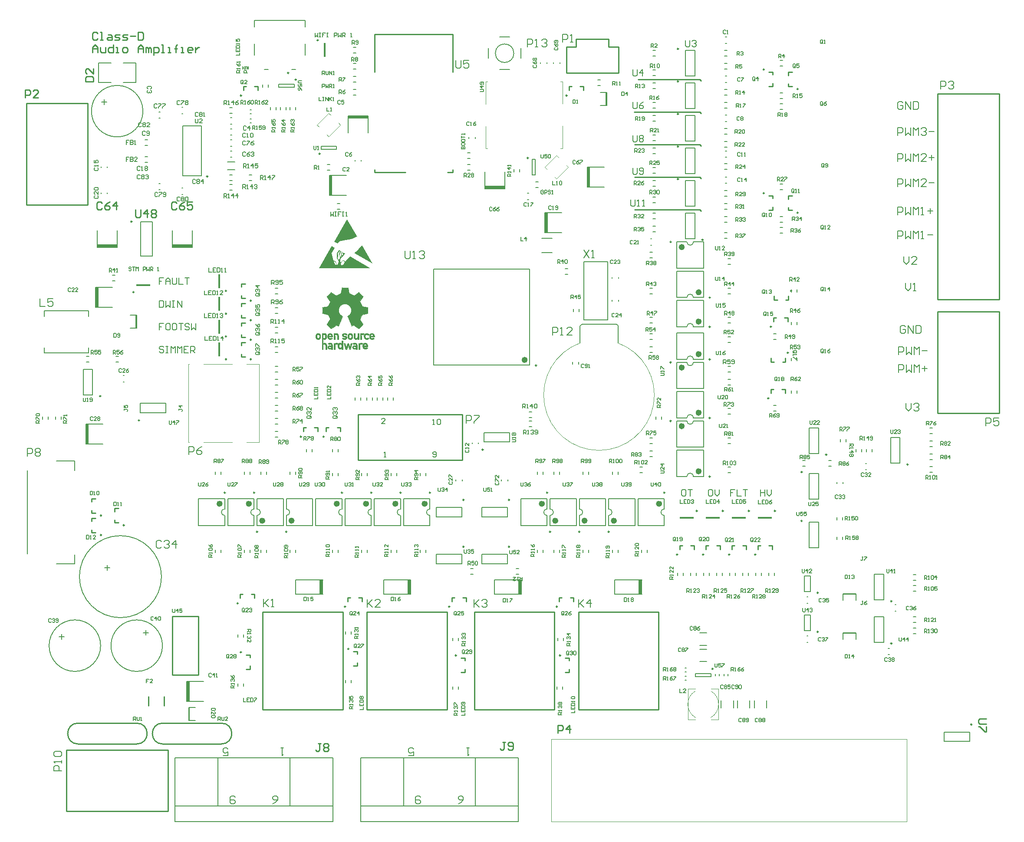
<source format=gto>
G04 Layer_Color=65535*
%FSLAX24Y24*%
%MOIN*%
G70*
G01*
G75*
%ADD63C,0.0100*%
%ADD70C,0.0079*%
%ADD141C,0.0098*%
%ADD142C,0.0005*%
%ADD143C,0.0236*%
%ADD144C,0.0039*%
%ADD145C,0.0050*%
%ADD146C,0.0059*%
%ADD147R,0.1535X0.0217*%
%ADD148R,0.0315X0.1102*%
%ADD149R,0.0100X0.1000*%
%ADD150R,0.0150X0.1100*%
%ADD151R,0.0217X0.1535*%
%ADD152R,0.1100X0.0150*%
%ADD153R,0.1000X0.0100*%
G36*
X19347Y32243D02*
X19347Y32242D01*
X19353Y32242D01*
X19423Y32233D01*
X19423Y32232D01*
X19454Y32226D01*
X19483Y32207D01*
X19483Y32207D01*
X19499Y32196D01*
X19523Y32160D01*
X19523Y32160D01*
X19524Y32160D01*
X19524Y32159D01*
X19531Y32126D01*
X19531Y32126D01*
X19539Y32086D01*
X19535Y32086D01*
Y31768D01*
X19444D01*
Y31809D01*
X19442Y31809D01*
X19430Y31790D01*
X19405Y31773D01*
X19404Y31773D01*
X19404Y31772D01*
X19371Y31765D01*
X19371Y31765D01*
X19332Y31760D01*
X19330Y31760D01*
X19330Y31758D01*
X19262Y31772D01*
X19263Y31772D01*
X19254Y31774D01*
X19212Y31802D01*
X19213Y31802D01*
X19207Y31806D01*
X19180Y31847D01*
X19179Y31847D01*
X19179Y31847D01*
X19168Y31902D01*
X19169Y31904D01*
X19168Y31904D01*
X19168Y31906D01*
X19179Y31959D01*
X19179Y31959D01*
X19179Y31962D01*
X19207Y32004D01*
X19207Y32003D01*
X19209Y32006D01*
X19247Y32032D01*
X19254Y32033D01*
X19254Y32034D01*
X19317Y32046D01*
X19318Y32046D01*
X19318Y32042D01*
X19444D01*
X19448Y32092D01*
X19449Y32093D01*
X19439Y32119D01*
X19439Y32119D01*
X19432Y32134D01*
X19421Y32138D01*
X19421Y32138D01*
X19410Y32145D01*
X19392Y32149D01*
X19392Y32149D01*
X19357Y32156D01*
X19351Y32155D01*
X19351Y32156D01*
X19350Y32156D01*
X19321Y32151D01*
X19322Y32150D01*
X19297Y32146D01*
X19297Y32146D01*
X19276Y32132D01*
X19265Y32116D01*
X19194Y32172D01*
X19207Y32193D01*
X19257Y32226D01*
X19257Y32226D01*
X19260Y32228D01*
X19299Y32236D01*
X19299Y32236D01*
X19341Y32245D01*
X19347Y32243D01*
D02*
G37*
G36*
X21244D02*
X21243Y32242D01*
X21250Y32242D01*
X21320Y32233D01*
X21320Y32232D01*
X21351Y32226D01*
X21380Y32207D01*
X21380Y32207D01*
X21396Y32196D01*
X21420Y32160D01*
X21420Y32160D01*
X21421Y32160D01*
X21421Y32159D01*
X21428Y32126D01*
X21428Y32126D01*
X21436Y32086D01*
X21432Y32086D01*
Y31768D01*
X21341D01*
Y31809D01*
X21339Y31809D01*
X21327Y31790D01*
X21302Y31773D01*
X21300Y31773D01*
X21301Y31772D01*
X21268Y31765D01*
X21268Y31765D01*
X21229Y31760D01*
X21227Y31760D01*
X21227Y31758D01*
X21159Y31772D01*
X21159Y31772D01*
X21151Y31774D01*
X21109Y31802D01*
X21110Y31802D01*
X21104Y31806D01*
X21077Y31847D01*
X21076Y31847D01*
X21076Y31847D01*
X21065Y31902D01*
X21065Y31904D01*
X21065Y31904D01*
X21065Y31906D01*
X21075Y31959D01*
X21075Y31959D01*
X21076Y31962D01*
X21104Y32004D01*
X21104Y32003D01*
X21105Y32006D01*
X21144Y32032D01*
X21151Y32033D01*
X21150Y32034D01*
X21214Y32046D01*
X21215Y32046D01*
X21215Y32042D01*
X21341D01*
X21345Y32092D01*
X21346Y32093D01*
X21335Y32119D01*
X21335Y32119D01*
X21329Y32134D01*
X21318Y32138D01*
X21318Y32138D01*
X21307Y32145D01*
X21289Y32149D01*
X21289Y32149D01*
X21254Y32156D01*
X21248Y32155D01*
X21248Y32156D01*
X21247Y32156D01*
X21218Y32151D01*
X21218Y32150D01*
X21194Y32146D01*
X21194Y32146D01*
X21173Y32132D01*
X21162Y32116D01*
X21091Y32172D01*
X21104Y32193D01*
X21154Y32226D01*
X21154Y32226D01*
X21157Y32228D01*
X21196Y32236D01*
X21196Y32236D01*
X21238Y32245D01*
X21244Y32243D01*
D02*
G37*
G36*
X19265Y32116D02*
X19265Y32116D01*
X19265Y32116D01*
X19265Y32116D01*
D02*
G37*
G36*
X21877Y32984D02*
X21877Y32984D01*
X21877Y32984D01*
X21927Y32974D01*
X21927Y32974D01*
X21933Y32973D01*
X21974Y32945D01*
X21974Y32945D01*
X21907Y32864D01*
X21880Y32883D01*
X21876Y32883D01*
X21876Y32883D01*
X21844Y32889D01*
X21844Y32889D01*
X21844Y32889D01*
X21807Y32882D01*
X21781Y32865D01*
X21782Y32864D01*
X21776Y32861D01*
X21761Y32838D01*
X21760Y32834D01*
X21760Y32834D01*
X21751Y32793D01*
X21752Y32790D01*
X21754Y32790D01*
Y32510D01*
X21660D01*
Y32976D01*
X21754D01*
Y32926D01*
X21755Y32926D01*
X21765Y32941D01*
X21807Y32969D01*
X21807Y32970D01*
X21809Y32971D01*
X21874Y32984D01*
X21877Y32984D01*
D02*
G37*
G36*
X19844D02*
X19844Y32984D01*
X19898Y32973D01*
X19898Y32974D01*
X19900Y32974D01*
X19949Y32941D01*
X19949Y32940D01*
X19960Y32932D01*
X19989Y32890D01*
X19989Y32890D01*
X19989Y32890D01*
X19996Y32857D01*
X19996Y32857D01*
X20003Y32821D01*
X20003Y32819D01*
X19999Y32820D01*
Y32510D01*
X19905D01*
X19907Y32787D01*
X19908Y32789D01*
X19900Y32830D01*
X19899Y32829D01*
X19898Y32834D01*
X19880Y32862D01*
X19880Y32862D01*
X19879Y32863D01*
X19851Y32882D01*
X19850Y32882D01*
X19850Y32882D01*
X19815Y32889D01*
X19814Y32889D01*
X19814Y32889D01*
X19812Y32889D01*
X19776Y32882D01*
X19776Y32882D01*
X19775Y32882D01*
X19747Y32863D01*
X19746Y32862D01*
X19746Y32862D01*
X19728Y32834D01*
X19727Y32829D01*
X19726Y32830D01*
X19718Y32789D01*
X19719Y32787D01*
X19721Y32787D01*
Y32510D01*
X19627D01*
Y32976D01*
X19721D01*
Y32926D01*
X19722Y32926D01*
X19732Y32941D01*
X19774Y32969D01*
X19774Y32970D01*
X19776Y32971D01*
X19841Y32984D01*
X19844Y32984D01*
D02*
G37*
G36*
X20462Y32985D02*
X20462Y32984D01*
X20464Y32984D01*
X20519Y32977D01*
X20519Y32977D01*
X20568Y32967D01*
X20566Y32964D01*
X20606Y32947D01*
X20645Y32918D01*
X20644Y32918D01*
X20587Y32850D01*
X20567Y32865D01*
X20529Y32881D01*
X20530Y32883D01*
X20465Y32896D01*
X20462Y32896D01*
X20462Y32895D01*
X20459Y32896D01*
X20424Y32889D01*
X20424Y32890D01*
X20398Y32879D01*
X20398Y32879D01*
X20394Y32878D01*
X20378Y32838D01*
X20378Y32836D01*
X20379Y32837D01*
X20385Y32822D01*
X20385Y32822D01*
X20392Y32806D01*
X20393Y32806D01*
X20393Y32806D01*
X20414Y32797D01*
X20414Y32797D01*
X20444Y32791D01*
X20444Y32793D01*
X20521Y32789D01*
X20554Y32783D01*
X20554Y32783D01*
X20583Y32777D01*
X20584Y32776D01*
X20584Y32775D01*
X20584Y32775D01*
X20618Y32752D01*
X20625Y32743D01*
X20625Y32743D01*
X20647Y32710D01*
X20649Y32699D01*
X20649D01*
X20659Y32649D01*
X20659Y32648D01*
X20658Y32648D01*
X20658Y32645D01*
X20648Y32595D01*
X20642Y32587D01*
X20642Y32587D01*
X20622Y32557D01*
X20600Y32542D01*
X20600Y32542D01*
X20566Y32519D01*
X20538Y32514D01*
X20538Y32512D01*
X20465Y32502D01*
X20463Y32503D01*
X20463Y32502D01*
X20461Y32502D01*
X20386Y32512D01*
X20354Y32525D01*
X20354Y32525D01*
X20316Y32541D01*
X20257Y32586D01*
X20258Y32588D01*
X20321Y32649D01*
X20389Y32604D01*
X20389Y32604D01*
X20468Y32588D01*
X20470Y32589D01*
X20470Y32590D01*
X20472Y32589D01*
X20507Y32596D01*
X20507Y32596D01*
X20525Y32600D01*
X20536Y32607D01*
X20536Y32607D01*
X20551Y32613D01*
X20556Y32626D01*
X20556Y32626D01*
X20566Y32651D01*
X20566Y32652D01*
X20565Y32652D01*
X20566Y32653D01*
X20558Y32670D01*
X20559Y32670D01*
X20553Y32683D01*
X20549Y32685D01*
X20549Y32686D01*
X20530Y32693D01*
X20530Y32694D01*
X20505Y32699D01*
X20505Y32698D01*
X20423Y32704D01*
X20369Y32715D01*
X20369Y32715D01*
X20366Y32716D01*
X20326Y32743D01*
X20326Y32743D01*
X20320Y32747D01*
X20297Y32782D01*
X20296Y32783D01*
X20296Y32783D01*
X20286Y32835D01*
X20286Y32837D01*
X20286Y32837D01*
X20286Y32837D01*
X20286Y32837D01*
X20286Y32840D01*
X20297Y32898D01*
X20299Y32900D01*
X20300Y32900D01*
X20322Y32934D01*
X20338Y32945D01*
X20338Y32945D01*
X20374Y32968D01*
X20394Y32972D01*
X20394Y32973D01*
X20460Y32986D01*
X20462Y32985D01*
D02*
G37*
G36*
X21162Y32116D02*
X21162Y32116D01*
X21162Y32116D01*
X21162Y32116D01*
D02*
G37*
G36*
X22126Y32230D02*
X22126Y32230D01*
X22128Y32230D01*
X22189Y32189D01*
X22189Y32188D01*
X22195Y32184D01*
X22233Y32128D01*
X22233Y32126D01*
X22233Y32126D01*
X22249Y32047D01*
X22248Y32044D01*
X22245Y32044D01*
Y31967D01*
X21953Y31967D01*
X21952Y31964D01*
X21962Y31916D01*
X21962Y31916D01*
X21963Y31911D01*
X21983Y31881D01*
X21985Y31880D01*
X21985Y31880D01*
X22016Y31859D01*
X22021Y31858D01*
X22021Y31858D01*
X22064Y31849D01*
X22066Y31850D01*
X22066Y31849D01*
X22067Y31849D01*
X22119Y31860D01*
X22121Y31861D01*
X22121Y31861D01*
X22168Y31892D01*
X22170Y31895D01*
X22168Y31897D01*
X22237Y31838D01*
X22226Y31822D01*
X22199Y31804D01*
X22199Y31804D01*
X22161Y31779D01*
X22159Y31778D01*
X22159Y31777D01*
X22068Y31759D01*
X22067Y31759D01*
X22067Y31760D01*
X21996Y31774D01*
X21997Y31775D01*
X21948Y31795D01*
X21928Y31810D01*
X21929Y31810D01*
X21911Y31822D01*
X21899Y31840D01*
Y31840D01*
X21879Y31870D01*
X21877Y31881D01*
X21878Y31881D01*
X21870Y31899D01*
X21866Y31935D01*
X21866D01*
X21857Y31997D01*
X21858Y32000D01*
X21858Y32000D01*
X21857Y32003D01*
X21865Y32063D01*
X21870Y32102D01*
X21876Y32115D01*
X21876Y32116D01*
X21879Y32131D01*
X21896Y32157D01*
X21896Y32157D01*
X21913Y32182D01*
X21923Y32189D01*
X21922Y32189D01*
X21985Y32231D01*
X21985Y32231D01*
X21986Y32230D01*
X22053Y32244D01*
X22053Y32244D01*
X22055Y32244D01*
X22126Y32230D01*
D02*
G37*
G36*
X21758Y32243D02*
X21758Y32243D01*
X21758Y32243D01*
X21809Y32233D01*
X21809Y32233D01*
X21814Y32232D01*
X21856Y32205D01*
X21855Y32204D01*
X21788Y32124D01*
X21761Y32142D01*
X21758Y32142D01*
X21757Y32142D01*
X21726Y32148D01*
X21726Y32148D01*
X21726Y32148D01*
X21688Y32141D01*
X21663Y32124D01*
X21663Y32124D01*
X21658Y32120D01*
X21642Y32097D01*
X21641Y32094D01*
X21641Y32094D01*
X21633Y32052D01*
X21633Y32049D01*
X21635Y32049D01*
Y31769D01*
X21542D01*
Y32235D01*
X21635D01*
Y32185D01*
X21637Y32185D01*
X21647Y32200D01*
X21688Y32228D01*
X21688Y32229D01*
X21691Y32231D01*
X21755Y32243D01*
X21758Y32243D01*
D02*
G37*
G36*
X20335Y31769D02*
X20241D01*
X20242Y31817D01*
X20237Y31808D01*
X20187Y31775D01*
X20187Y31775D01*
X20184Y31773D01*
X20122Y31761D01*
X20121Y31761D01*
X20121Y31761D01*
X20120Y31760D01*
X20081Y31768D01*
X20081Y31768D01*
X20058Y31773D01*
X20046Y31780D01*
X20046Y31780D01*
X20008Y31805D01*
X19996Y31824D01*
X19996Y31824D01*
X19975Y31855D01*
X19970Y31883D01*
X19969Y31882D01*
X19963Y31929D01*
X19964Y31929D01*
X19959Y31997D01*
X19959Y32003D01*
X19959Y32003D01*
X19959Y32008D01*
X19964Y32075D01*
X19963Y32075D01*
X19969Y32121D01*
X19970Y32121D01*
X19975Y32149D01*
X19996Y32180D01*
X19996Y32180D01*
X20008Y32198D01*
X20046Y32224D01*
X20047Y32223D01*
X20059Y32232D01*
X20081Y32236D01*
X20081Y32236D01*
X20120Y32244D01*
X20121Y32243D01*
X20121Y32242D01*
X20123Y32243D01*
X20177Y32232D01*
X20186Y32226D01*
X20186Y32226D01*
X20241Y32190D01*
Y32185D01*
X20244Y32188D01*
X20241Y32190D01*
Y32423D01*
X20335D01*
Y31769D01*
D02*
G37*
G36*
X21554Y32510D02*
X21460D01*
Y32559D01*
X21459Y32559D01*
X21449Y32545D01*
X21407Y32517D01*
X21408Y32516D01*
X21405Y32514D01*
X21341Y32501D01*
X21338Y32502D01*
X21338Y32502D01*
X21283Y32513D01*
X21283Y32512D01*
X21281Y32512D01*
X21232Y32545D01*
X21232Y32545D01*
X21221Y32553D01*
X21193Y32595D01*
X21193Y32595D01*
X21192Y32595D01*
X21185Y32629D01*
X21185Y32629D01*
X21178Y32665D01*
X21178Y32666D01*
X21182Y32666D01*
Y32976D01*
X21276D01*
X21274Y32698D01*
X21273Y32696D01*
X21281Y32655D01*
X21282Y32655D01*
X21283Y32650D01*
X21301Y32623D01*
X21301Y32623D01*
X21301Y32623D01*
X21330Y32603D01*
X21331Y32603D01*
X21331Y32603D01*
X21367Y32596D01*
X21369Y32596D01*
X21369Y32596D01*
X21370Y32596D01*
X21405Y32603D01*
X21405Y32603D01*
X21406Y32603D01*
X21435Y32622D01*
X21435Y32623D01*
X21435Y32623D01*
X21454Y32650D01*
X21455Y32655D01*
X21455Y32655D01*
X21463Y32696D01*
X21462Y32698D01*
X21460Y32698D01*
Y32976D01*
X21554D01*
Y32510D01*
D02*
G37*
G36*
X22274Y32647D02*
X22274Y32647D01*
X22274Y32647D01*
X22274Y32647D01*
D02*
G37*
G36*
X19860Y32243D02*
X19860Y32243D01*
X19860Y32243D01*
X19910Y32233D01*
X19911Y32233D01*
X19916Y32232D01*
X19957Y32205D01*
X19957Y32204D01*
X19890Y32124D01*
X19863Y32142D01*
X19859Y32142D01*
X19859Y32142D01*
X19828Y32148D01*
X19828Y32148D01*
X19827Y32148D01*
X19790Y32141D01*
X19765Y32124D01*
X19765Y32124D01*
X19759Y32120D01*
X19744Y32097D01*
X19743Y32094D01*
X19743Y32094D01*
X19734Y32052D01*
X19735Y32049D01*
X19737Y32049D01*
Y31769D01*
X19643D01*
Y32235D01*
X19737D01*
Y32185D01*
X19738Y32185D01*
X19748Y32200D01*
X19790Y32228D01*
X19790Y32229D01*
X19792Y32231D01*
X19857Y32243D01*
X19860Y32243D01*
D02*
G37*
G36*
X21399Y40421D02*
X21191Y40307D01*
X20977Y40234D01*
X20764Y40188D01*
X20559Y40158D01*
X20370Y40132D01*
X20203Y40096D01*
X20066Y40040D01*
X19966Y39949D01*
X19926Y39890D01*
X19675Y40035D01*
X20648Y41722D01*
X21399Y40421D01*
D02*
G37*
G36*
X20729Y36486D02*
X20734Y36474D01*
X20734Y36473D01*
X20814Y36055D01*
X20819Y36042D01*
X20828Y36039D01*
X20828D01*
X21178Y35894D01*
X21187Y35890D01*
X21200Y35896D01*
X21199Y35896D01*
X21552Y36135D01*
X21565Y36140D01*
X21582Y36133D01*
X21581Y36132D01*
X21883Y35832D01*
X21890Y35815D01*
X21885Y35802D01*
X21885Y35802D01*
X21646Y35450D01*
X21640Y35437D01*
X21644Y35428D01*
X21789Y35078D01*
X21792Y35069D01*
X21805Y35064D01*
X21805Y35065D01*
X22224Y34984D01*
X22236Y34979D01*
X22244Y34962D01*
X22242D01*
X22244Y34536D01*
X22236Y34519D01*
X22224Y34513D01*
X22223Y34514D01*
X21805Y34434D01*
X21792Y34428D01*
X21789Y34420D01*
X21644Y34069D01*
X21640Y34061D01*
X21646Y34048D01*
X21646Y34048D01*
X21885Y33696D01*
X21890Y33683D01*
X21883Y33666D01*
X21882Y33667D01*
X21582Y33365D01*
X21565Y33357D01*
X21552Y33363D01*
X21552Y33363D01*
X21200Y33602D01*
X21187Y33607D01*
X21178Y33604D01*
X21018Y33537D01*
X21009Y33534D01*
X20992Y33541D01*
X20988Y33550D01*
X20693Y34273D01*
X20690Y34281D01*
X20697Y34298D01*
X20705Y34302D01*
X20705Y34301D01*
X20747Y34319D01*
X20850Y34398D01*
X20929Y34501D01*
X20979Y34620D01*
X20995Y34749D01*
X20979Y34877D01*
X20929Y34997D01*
X20850Y35100D01*
X20747Y35179D01*
X20627Y35229D01*
X20499Y35245D01*
X20370Y35229D01*
X20251Y35179D01*
X20148Y35100D01*
X20069Y34997D01*
X20019Y34877D01*
X20002Y34749D01*
X20019Y34620D01*
X20069Y34501D01*
X20148Y34398D01*
X20251Y34319D01*
X20293Y34301D01*
X20293Y34302D01*
X20301Y34298D01*
X20308Y34281D01*
X20304Y34273D01*
X20304D01*
X20009Y33550D01*
X20006Y33541D01*
X19988Y33534D01*
X19980Y33537D01*
X19819Y33604D01*
X19811Y33607D01*
X19798Y33602D01*
X19798Y33602D01*
X19446Y33363D01*
X19433Y33357D01*
X19416Y33365D01*
X19417Y33366D01*
X19115Y33666D01*
X19107Y33683D01*
X19113Y33696D01*
X19113Y33696D01*
X19352Y34048D01*
X19357Y34061D01*
X19354Y34069D01*
X19209Y34420D01*
X19205Y34428D01*
X19192Y34434D01*
X19192Y34433D01*
X18774Y34513D01*
X18761Y34519D01*
X18754Y34536D01*
X18756D01*
X18754Y34962D01*
X18761Y34979D01*
X18774Y34984D01*
X18774Y34984D01*
X19192Y35064D01*
X19205Y35069D01*
X19209Y35078D01*
X19354Y35428D01*
X19357Y35437D01*
X19352Y35450D01*
X19352Y35449D01*
X19113Y35802D01*
X19107Y35815D01*
X19115Y35832D01*
X19116Y35831D01*
X19416Y36133D01*
X19433Y36140D01*
X19446Y36135D01*
X19446Y36135D01*
X19798Y35896D01*
X19811Y35890D01*
X19819Y35894D01*
X20170Y36039D01*
X20178Y36042D01*
X20184Y36055D01*
X20183Y36055D01*
X20263Y36474D01*
X20269Y36486D01*
X20286Y36494D01*
Y36492D01*
X20712Y36494D01*
X20729Y36486D01*
D02*
G37*
G36*
X19714Y39562D02*
X19621Y39407D01*
X19520Y39248D01*
X19497Y39214D01*
X19481Y39174D01*
X19479Y39113D01*
X19499Y39014D01*
X19538Y38850D01*
X19568Y38716D01*
X19600Y38613D01*
X19645Y38546D01*
X19662Y38539D01*
X19680D01*
X19700Y38542D01*
X19721Y38545D01*
X19742Y38544D01*
X19763Y38535D01*
X19783Y38513D01*
X19802Y38474D01*
X19815Y38433D01*
X19827Y38389D01*
X19838Y38346D01*
X19849Y38305D01*
X19860Y38272D01*
X19872Y38249D01*
X19886Y38240D01*
X19902Y38247D01*
X19938Y38295D01*
X19971Y38364D01*
X19990Y38448D01*
X19988Y38537D01*
X19974Y38592D01*
X19957Y38633D01*
X19938Y38661D01*
X19919Y38682D01*
X19901Y38698D01*
X19888Y38713D01*
X19879Y38731D01*
X19878Y38754D01*
X19885Y38899D01*
X19881Y39019D01*
X19877Y39106D01*
X19882Y39153D01*
X19896Y39179D01*
X19918Y39215D01*
X19946Y39257D01*
X19977Y39301D01*
X20010Y39342D01*
X20039Y39374D01*
X20123Y39326D01*
X20116Y39328D01*
X20087Y39307D01*
X20052Y39267D01*
X20014Y39218D01*
X19979Y39177D01*
X19956Y39145D01*
X19947Y39101D01*
X19955Y39028D01*
X19964Y38947D01*
X19959Y38889D01*
X19949Y38844D01*
X19943Y38803D01*
X19948Y38758D01*
X19961Y38712D01*
X19980Y38677D01*
X20002Y38663D01*
X20021Y38669D01*
X20045Y38683D01*
X20069Y38705D01*
X20091Y38734D01*
X20108Y38770D01*
X20116Y38812D01*
X20113Y38859D01*
X20095Y38911D01*
X20055Y38997D01*
X20038Y39055D01*
X20043Y39107D01*
X20072Y39174D01*
X20109Y39239D01*
X20135Y39276D01*
X20146Y39298D01*
X20140Y39315D01*
X20313Y39216D01*
X20312Y39217D01*
X20290Y39210D01*
X20269Y39189D01*
X20252Y39150D01*
X20245Y39091D01*
X20250Y39040D01*
X20262Y39005D01*
X20276Y38984D01*
X20288Y38977D01*
X20303Y38980D01*
X20319Y38991D01*
X20332Y39009D01*
X20337Y39036D01*
X20333Y39058D01*
X20325Y39071D01*
X20317Y39085D01*
X20313Y39111D01*
X20318Y39137D01*
X20330Y39151D01*
X20342Y39161D01*
X20347Y39174D01*
X20339Y39201D01*
X20491Y39113D01*
X20488Y39103D01*
X20448Y39051D01*
X20392Y38991D01*
X20327Y38925D01*
X20261Y38855D01*
X20204Y38781D01*
X20162Y38708D01*
X20143Y38635D01*
X20134Y38514D01*
X20127Y38435D01*
X20127Y38391D01*
X20138Y38376D01*
X20149Y38385D01*
X20164Y38411D01*
X20185Y38448D01*
X20210Y38489D01*
X20241Y38531D01*
X20277Y38567D01*
X20319Y38591D01*
X20367Y38598D01*
X20411Y38591D01*
X20442Y38578D01*
X20462Y38562D01*
X20476Y38545D01*
X20484Y38528D01*
X20491Y38513D01*
X20498Y38503D01*
X20509Y38500D01*
X20556Y38543D01*
X20646Y38649D01*
X20776Y38788D01*
X20890Y38883D01*
X22419Y38000D01*
X18500D01*
X19480Y39697D01*
X19714Y39562D01*
D02*
G37*
G36*
X22595Y38350D02*
X21216Y39145D01*
X21250Y39177D01*
X21334Y39261D01*
X21422Y39356D01*
X21522Y39464D01*
X21642Y39592D01*
X21789Y39745D01*
X22595Y38350D01*
D02*
G37*
G36*
X20901Y31769D02*
X20819D01*
X20721Y32095D01*
X20720D01*
X20622Y31769D01*
X20540D01*
X20391Y32235D01*
X20490D01*
X20579Y31909D01*
X20581D01*
X20686Y32235D01*
X20755D01*
X20860Y31909D01*
X20862D01*
X20951Y32235D01*
X21050D01*
X20901Y31769D01*
D02*
G37*
G36*
X18974Y32977D02*
X18974Y32977D01*
X18995Y32972D01*
X19008Y32964D01*
X19008Y32964D01*
X19048Y32938D01*
X19059Y32921D01*
X19059Y32921D01*
X19079Y32890D01*
X19085Y32862D01*
X19085Y32862D01*
X19091Y32815D01*
X19090Y32815D01*
X19096Y32748D01*
X19095Y32742D01*
X19095Y32742D01*
X19096Y32736D01*
X19090Y32670D01*
X19091Y32670D01*
X19085Y32623D01*
X19085Y32623D01*
X19079Y32595D01*
X19059Y32565D01*
X19059Y32565D01*
X19047Y32547D01*
X19008Y32521D01*
X19008Y32521D01*
X18996Y32513D01*
X18974Y32509D01*
Y32509D01*
X18935Y32501D01*
X18934Y32501D01*
X18934Y32502D01*
X18932Y32502D01*
X18876Y32513D01*
X18868Y32518D01*
X18868Y32518D01*
X18814Y32555D01*
X18814Y32185D01*
X18815Y32185D01*
X18825Y32200D01*
X18867Y32228D01*
X18866Y32229D01*
X18869Y32231D01*
X18934Y32243D01*
X18937Y32243D01*
X18937Y32243D01*
X18991Y32232D01*
X18991Y32233D01*
X18992Y32233D01*
X19042Y32200D01*
X19042Y32199D01*
X19053Y32192D01*
X19081Y32149D01*
X19082Y32149D01*
X19082Y32149D01*
X19089Y32116D01*
X19089Y32116D01*
X19096Y32080D01*
X19096Y32079D01*
X19092Y32079D01*
Y31769D01*
X18998D01*
X19000Y32046D01*
X19001Y32049D01*
X18993Y32089D01*
X18992Y32089D01*
X18991Y32094D01*
X18973Y32121D01*
X18973Y32121D01*
X18972Y32122D01*
X18943Y32141D01*
X18943Y32141D01*
X18943Y32141D01*
X18908Y32148D01*
X18906Y32148D01*
X18906Y32148D01*
X18905Y32148D01*
X18869Y32141D01*
X18869Y32141D01*
X18868Y32141D01*
X18839Y32122D01*
X18839Y32121D01*
X18839Y32121D01*
X18820Y32094D01*
X18819Y32089D01*
X18819Y32089D01*
X18811Y32049D01*
X18812Y32046D01*
X18814Y32046D01*
Y31769D01*
X18720D01*
Y32976D01*
X18814D01*
X18813Y32928D01*
X18819Y32937D01*
X18867Y32969D01*
X18867Y32970D01*
X18871Y32972D01*
X18932Y32984D01*
X18934Y32984D01*
X18934Y32984D01*
X18935Y32984D01*
X18974Y32977D01*
D02*
G37*
G36*
X20906Y32985D02*
X20906Y32985D01*
X20908Y32985D01*
X20954Y32976D01*
X20954Y32976D01*
X20981Y32971D01*
X20994Y32962D01*
X20994Y32963D01*
X20998Y32962D01*
X21024Y32942D01*
X21024Y32942D01*
X21045Y32928D01*
X21049Y32923D01*
X21049Y32923D01*
X21084Y32870D01*
X21087Y32855D01*
X21086Y32855D01*
X21096Y32809D01*
X21094Y32809D01*
X21100Y32748D01*
X21100Y32743D01*
X21100Y32743D01*
X21100Y32739D01*
X21094Y32677D01*
X21096Y32677D01*
X21086Y32630D01*
X21087Y32630D01*
X21084Y32615D01*
X21049Y32562D01*
X21048Y32563D01*
X21044Y32556D01*
X21024Y32543D01*
X21024Y32543D01*
X21000Y32525D01*
X20994Y32522D01*
X20994Y32523D01*
X20982Y32515D01*
X20954Y32509D01*
X20954Y32509D01*
X20908Y32500D01*
X20906Y32501D01*
X20906Y32500D01*
X20903Y32500D01*
X20856Y32509D01*
Y32509D01*
X20829Y32515D01*
X20817Y32523D01*
X20817Y32523D01*
X20787Y32543D01*
X20787Y32543D01*
X20767Y32556D01*
X20763Y32563D01*
X20762Y32562D01*
X20727Y32615D01*
X20724Y32630D01*
X20724Y32630D01*
X20715Y32677D01*
X20717Y32677D01*
X20710Y32739D01*
X20711Y32743D01*
X20711Y32743D01*
X20711Y32743D01*
X20714Y32743D01*
X20711Y32743D01*
D01*
D01*
D01*
D01*
X20711Y32748D01*
X20717Y32809D01*
X20715Y32809D01*
X20724Y32855D01*
X20724Y32855D01*
X20727Y32870D01*
X20762Y32923D01*
X20762Y32923D01*
X20766Y32929D01*
X20787Y32942D01*
X20787Y32942D01*
X20813Y32962D01*
X20816Y32963D01*
X20817Y32962D01*
X20830Y32971D01*
X20856Y32976D01*
X20856Y32976D01*
X20903Y32985D01*
X20906Y32985D01*
D02*
G37*
G36*
X18443D02*
X18443Y32985D01*
X18445Y32985D01*
X18491Y32976D01*
X18491Y32976D01*
X18518Y32971D01*
X18531Y32962D01*
X18531Y32963D01*
X18535Y32962D01*
X18561Y32942D01*
X18561Y32942D01*
X18582Y32928D01*
X18586Y32923D01*
X18586Y32923D01*
X18621Y32870D01*
X18624Y32855D01*
X18623Y32855D01*
X18633Y32809D01*
X18631Y32809D01*
X18637Y32748D01*
X18637Y32743D01*
X18637Y32743D01*
X18637Y32739D01*
X18631Y32677D01*
X18633Y32677D01*
X18623Y32630D01*
X18624Y32630D01*
X18621Y32615D01*
X18586Y32562D01*
X18585Y32563D01*
X18581Y32556D01*
X18561Y32543D01*
X18561Y32543D01*
X18537Y32525D01*
X18531Y32522D01*
X18531Y32523D01*
X18519Y32515D01*
X18491Y32509D01*
Y32509D01*
X18445Y32500D01*
X18443Y32501D01*
X18443Y32500D01*
X18440Y32500D01*
X18393Y32509D01*
Y32509D01*
X18366Y32515D01*
X18354Y32523D01*
X18354Y32523D01*
X18324Y32543D01*
X18324Y32543D01*
X18304Y32556D01*
X18300Y32563D01*
X18299Y32562D01*
X18264Y32615D01*
X18261Y32630D01*
X18261Y32630D01*
X18252Y32677D01*
X18254Y32677D01*
X18247Y32739D01*
X18248Y32743D01*
X18248Y32743D01*
D01*
D01*
D01*
D01*
X18248Y32743D01*
X18251Y32743D01*
X18248Y32743D01*
X18248Y32748D01*
X18254Y32809D01*
X18252Y32809D01*
X18261Y32855D01*
X18261Y32855D01*
X18264Y32870D01*
X18299Y32923D01*
X18299Y32923D01*
X18303Y32929D01*
X18324Y32942D01*
X18324Y32942D01*
X18350Y32962D01*
X18353Y32963D01*
X18354Y32962D01*
X18367Y32971D01*
X18393Y32976D01*
Y32976D01*
X18440Y32985D01*
X18443Y32985D01*
D02*
G37*
G36*
X22176Y32985D02*
X22176Y32985D01*
X22177Y32985D01*
X22226Y32975D01*
Y32975D01*
X22255Y32970D01*
X22271Y32959D01*
X22271Y32959D01*
X22279Y32956D01*
X22333Y32915D01*
X22344Y32901D01*
X22343Y32900D01*
X22275Y32839D01*
X22265Y32853D01*
X22231Y32876D01*
X22231Y32876D01*
X22223Y32881D01*
X22180Y32889D01*
X22180Y32889D01*
X22180Y32890D01*
X22177Y32890D01*
X22126Y32880D01*
X22126Y32880D01*
X22124Y32879D01*
X22093Y32858D01*
X22088Y32851D01*
X22088Y32851D01*
X22069Y32823D01*
X22066Y32806D01*
X22066Y32806D01*
X22054Y32746D01*
X22054Y32742D01*
X22055Y32742D01*
X22054Y32738D01*
X22066Y32679D01*
X22066Y32679D01*
X22069Y32662D01*
X22088Y32634D01*
X22088Y32634D01*
X22093Y32627D01*
X22124Y32606D01*
X22126Y32606D01*
X22126Y32605D01*
X22177Y32595D01*
X22180Y32596D01*
X22180Y32596D01*
X22180Y32596D01*
X22223Y32604D01*
X22231Y32610D01*
X22231Y32610D01*
X22264Y32632D01*
X22274Y32647D01*
X22344Y32585D01*
X22333Y32571D01*
X22279Y32530D01*
X22271Y32526D01*
X22271Y32527D01*
X22256Y32516D01*
X22226Y32510D01*
Y32510D01*
X22177Y32500D01*
X22176Y32501D01*
X22176Y32501D01*
X22175Y32500D01*
X22098Y32516D01*
X22098Y32515D01*
X22092Y32516D01*
X22029Y32558D01*
X22029Y32559D01*
X22018Y32566D01*
X22001Y32592D01*
X22001Y32592D01*
X21981Y32621D01*
X21979Y32632D01*
X21981Y32633D01*
X21973Y32651D01*
X21969Y32683D01*
X21969Y32683D01*
X21961Y32740D01*
X21962Y32742D01*
X21962Y32742D01*
X21961Y32744D01*
X21969Y32802D01*
X21969Y32802D01*
X21973Y32834D01*
X21981Y32852D01*
X21979Y32853D01*
X21982Y32863D01*
X22001Y32893D01*
X22001Y32893D01*
X22019Y32919D01*
X22029Y32926D01*
X22029Y32927D01*
X22092Y32969D01*
X22098Y32970D01*
X22098Y32970D01*
X22175Y32985D01*
X22176Y32985D01*
D02*
G37*
G36*
X22636Y32970D02*
X22636Y32971D01*
X22638Y32971D01*
X22699Y32930D01*
X22698Y32929D01*
X22704Y32925D01*
X22742Y32869D01*
X22743Y32866D01*
X22743Y32866D01*
X22758Y32788D01*
X22758Y32784D01*
X22754Y32784D01*
Y32707D01*
X22462Y32707D01*
X22461Y32705D01*
X22471Y32657D01*
X22471Y32657D01*
X22472Y32652D01*
X22492Y32622D01*
X22495Y32620D01*
X22495Y32620D01*
X22526Y32600D01*
X22531Y32599D01*
X22531Y32598D01*
X22574Y32590D01*
X22575Y32590D01*
X22575Y32590D01*
X22576Y32590D01*
X22628Y32600D01*
X22631Y32602D01*
X22631Y32602D01*
X22677Y32633D01*
X22679Y32636D01*
X22677Y32637D01*
X22746Y32579D01*
X22736Y32563D01*
X22709Y32545D01*
X22709Y32545D01*
X22671Y32519D01*
X22668Y32519D01*
X22669Y32518D01*
X22578Y32500D01*
X22577Y32500D01*
X22577Y32500D01*
X22506Y32515D01*
X22506Y32516D01*
X22457Y32536D01*
X22438Y32551D01*
X22438Y32551D01*
X22420Y32563D01*
X22409Y32580D01*
X22409Y32580D01*
X22388Y32611D01*
X22386Y32621D01*
X22387Y32622D01*
X22380Y32639D01*
X22375Y32675D01*
X22375D01*
X22367Y32738D01*
X22367Y32741D01*
X22367Y32741D01*
X22367Y32743D01*
X22375Y32804D01*
X22375Y32804D01*
X22380Y32843D01*
X22385Y32856D01*
X22385Y32856D01*
X22388Y32872D01*
X22406Y32898D01*
X22406Y32898D01*
X22423Y32923D01*
X22432Y32930D01*
X22432Y32930D01*
X22494Y32972D01*
X22495Y32972D01*
X22495Y32971D01*
X22563Y32984D01*
X22563Y32984D01*
X22564Y32985D01*
X22636Y32970D01*
D02*
G37*
G36*
X19427D02*
X19427Y32971D01*
X19429Y32971D01*
X19490Y32930D01*
X19489Y32929D01*
X19496Y32925D01*
X19533Y32869D01*
X19534Y32866D01*
X19534Y32866D01*
X19550Y32788D01*
X19549Y32784D01*
X19545Y32784D01*
Y32707D01*
X19253Y32707D01*
X19253Y32705D01*
X19262Y32657D01*
X19263Y32657D01*
X19264Y32652D01*
X19283Y32622D01*
X19286Y32620D01*
X19286Y32620D01*
X19317Y32600D01*
X19322Y32599D01*
X19322Y32598D01*
X19365Y32590D01*
X19366Y32590D01*
X19366Y32590D01*
X19367Y32590D01*
X19419Y32600D01*
X19422Y32602D01*
X19422Y32602D01*
X19469Y32633D01*
X19470Y32636D01*
X19469Y32637D01*
X19537Y32579D01*
X19527Y32563D01*
X19500Y32545D01*
X19500Y32545D01*
X19462Y32519D01*
X19460Y32519D01*
X19460Y32518D01*
X19369Y32500D01*
X19368Y32500D01*
X19368Y32500D01*
X19297Y32515D01*
X19297Y32516D01*
X19248Y32536D01*
X19229Y32551D01*
X19229Y32551D01*
X19211Y32563D01*
X19200Y32580D01*
X19179Y32611D01*
X19177Y32621D01*
X19178Y32622D01*
X19171Y32639D01*
X19166Y32675D01*
X19166D01*
X19158Y32738D01*
X19158Y32741D01*
X19158Y32741D01*
X19158Y32743D01*
X19166Y32804D01*
X19171Y32843D01*
X19177Y32856D01*
X19176Y32856D01*
X19179Y32872D01*
X19197Y32898D01*
X19197Y32898D01*
X19214Y32923D01*
X19223Y32930D01*
X19223Y32930D01*
X19286Y32972D01*
X19286Y32972D01*
X19286Y32971D01*
X19354Y32984D01*
X19354Y32984D01*
X19355Y32985D01*
X19427Y32970D01*
D02*
G37*
%LPC*%
G36*
X19335Y31968D02*
X19300Y31961D01*
X19300Y31961D01*
X19288Y31959D01*
X19275Y31950D01*
X19275Y31951D01*
X19267Y31948D01*
X19261Y31933D01*
X19261Y31933D01*
X19252Y31911D01*
X19253Y31909D01*
X19252Y31909D01*
X19252Y31908D01*
X19261Y31887D01*
X19261Y31887D01*
X19269Y31869D01*
X19275Y31866D01*
X19276Y31868D01*
X19294Y31856D01*
X19303Y31855D01*
X19303Y31854D01*
X19339Y31847D01*
X19342Y31848D01*
X19342Y31849D01*
X19350Y31848D01*
X19391Y31853D01*
X19391Y31853D01*
X19413Y31857D01*
X19423Y31864D01*
X19423Y31863D01*
X19429Y31866D01*
X19432Y31873D01*
X19433Y31873D01*
X19439Y31888D01*
X19439Y31888D01*
X19447Y31927D01*
X19446Y31931D01*
X19444Y31931D01*
Y31965D01*
X19335Y31968D01*
D02*
G37*
G36*
X21232D02*
X21197Y31961D01*
X21197Y31961D01*
X21185Y31959D01*
X21172Y31950D01*
X21172Y31951D01*
X21164Y31948D01*
X21158Y31933D01*
X21158Y31933D01*
X21149Y31911D01*
X21150Y31909D01*
X21149Y31909D01*
X21149Y31908D01*
X21158Y31887D01*
X21158Y31887D01*
X21165Y31869D01*
X21172Y31866D01*
X21173Y31868D01*
X21190Y31856D01*
X21200Y31855D01*
X21200Y31854D01*
X21236Y31847D01*
X21239Y31848D01*
X21239Y31849D01*
X21246Y31848D01*
X21288Y31853D01*
X21288Y31853D01*
X21310Y31857D01*
X21319Y31864D01*
X21320Y31863D01*
X21326Y31866D01*
X21329Y31873D01*
X21330Y31873D01*
X21336Y31888D01*
X21336Y31888D01*
X21344Y31927D01*
X21343Y31931D01*
X21341Y31931D01*
Y31965D01*
X21232Y31968D01*
D02*
G37*
G36*
X22052Y32154D02*
X22014Y32146D01*
X22014Y32146D01*
X22014Y32146D01*
X21984Y32126D01*
X21983Y32125D01*
X21983Y32125D01*
X21963Y32096D01*
X21962Y32090D01*
X21962Y32090D01*
X21952Y32044D01*
X21955Y32044D01*
X22154Y32044D01*
X22144Y32091D01*
X22144Y32090D01*
X22143Y32095D01*
X22123Y32125D01*
X22123Y32125D01*
X22122Y32126D01*
X22092Y32146D01*
X22092Y32147D01*
X22092Y32146D01*
X22054Y32154D01*
X22053Y32154D01*
X22053Y32154D01*
X22052Y32154D01*
D02*
G37*
G36*
X20148Y32149D02*
X20120Y32144D01*
X20120Y32144D01*
X20104Y32141D01*
X20096Y32135D01*
X20096Y32136D01*
X20081Y32129D01*
X20069Y32101D01*
X20068Y32102D01*
X20066Y32097D01*
X20054Y32006D01*
X20054Y32003D01*
X20054Y32003D01*
X20054Y31999D01*
X20066Y31906D01*
X20067Y31902D01*
X20069Y31902D01*
X20081Y31874D01*
X20096Y31868D01*
X20096Y31868D01*
X20104Y31863D01*
X20120Y31860D01*
X20120Y31860D01*
X20148Y31854D01*
X20149Y31855D01*
X20149Y31855D01*
X20151Y31855D01*
X20179Y31860D01*
X20179Y31860D01*
X20193Y31863D01*
X20202Y31869D01*
X20202Y31868D01*
X20216Y31874D01*
X20228Y31904D01*
X20230Y31904D01*
X20232Y31907D01*
X20244Y32001D01*
X20244Y32003D01*
X20244Y32003D01*
X20244Y32003D01*
X20232Y32096D01*
X20230Y32100D01*
X20228Y32100D01*
X20216Y32129D01*
X20202Y32135D01*
X20202Y32135D01*
X20193Y32141D01*
X20179Y32144D01*
X20179Y32144D01*
X20151Y32149D01*
X20149Y32149D01*
X20149Y32149D01*
X20148Y32149D01*
D02*
G37*
%LPD*%
G36*
X20149Y32147D02*
X20149Y32149D01*
X20149Y32149D01*
X20149Y32147D01*
D02*
G37*
%LPC*%
G36*
X20372Y38555D02*
X20330Y38552D01*
X20285Y38516D01*
X20231Y38446D01*
X20188Y38372D01*
X20183Y38308D01*
X20199Y38260D01*
X20222Y38231D01*
X20246Y38220D01*
X20281Y38227D01*
X20329Y38258D01*
X20394Y38322D01*
X20443Y38397D01*
X20454Y38458D01*
X20442Y38504D01*
X20419Y38531D01*
X20372Y38555D01*
D02*
G37*
G36*
X20220Y39259D02*
X20199Y39255D01*
X20176Y39237D01*
X20154Y39208D01*
X20134Y39173D01*
X20117Y39132D01*
X20106Y39090D01*
X20102Y39049D01*
X20111Y38976D01*
X20131Y38918D01*
X20155Y38879D01*
X20178Y38866D01*
X20198Y38880D01*
X20211Y38917D01*
X20214Y38974D01*
X20200Y39048D01*
X20185Y39109D01*
X20185Y39140D01*
X20196Y39156D01*
X20214Y39170D01*
X20233Y39188D01*
X20247Y39207D01*
X20250Y39226D01*
X20238Y39248D01*
X20220Y39259D01*
D02*
G37*
G36*
X19675Y38506D02*
X19656Y38498D01*
X19651Y38485D01*
X19653Y38458D01*
X19666Y38415D01*
X19698Y38352D01*
X19742Y38288D01*
X19770Y38255D01*
X19789Y38245D01*
X19808Y38246D01*
X19821Y38261D01*
X19820Y38299D01*
X19806Y38359D01*
X19781Y38439D01*
X19750Y38487D01*
X19711Y38506D01*
X19675Y38506D01*
D02*
G37*
G36*
X18907Y32890D02*
X18906Y32890D01*
X18906Y32890D01*
X18904Y32890D01*
X18876Y32884D01*
X18876Y32884D01*
X18862Y32882D01*
X18853Y32876D01*
X18853Y32876D01*
X18838Y32870D01*
X18826Y32840D01*
X18824Y32841D01*
X18823Y32839D01*
X18811Y32743D01*
X18811Y32742D01*
X18811Y32742D01*
X18811Y32741D01*
X18823Y32646D01*
X18824Y32644D01*
X18826Y32645D01*
X18838Y32615D01*
X18853Y32609D01*
X18853Y32609D01*
X18861Y32604D01*
X18876Y32601D01*
X18876Y32601D01*
X18904Y32595D01*
X18906Y32595D01*
X18906Y32598D01*
X18906Y32595D01*
X18906Y32595D01*
X18906Y32595D01*
X18907Y32595D01*
X18935Y32601D01*
Y32601D01*
X18951Y32604D01*
X18959Y32609D01*
X18959Y32609D01*
X18974Y32615D01*
X18985Y32643D01*
X18987Y32643D01*
X18989Y32647D01*
X19001Y32739D01*
X19001Y32742D01*
X19001Y32742D01*
X19001Y32746D01*
X18989Y32838D01*
X18987Y32842D01*
X18985Y32842D01*
X18974Y32870D01*
X18959Y32876D01*
X18959Y32876D01*
X18951Y32881D01*
X18935Y32884D01*
Y32884D01*
X18907Y32890D01*
D02*
G37*
G36*
X18814Y32559D02*
X18811Y32556D01*
X18814Y32555D01*
Y32559D01*
D02*
G37*
G36*
X20903Y32889D02*
X20861Y32881D01*
X20860Y32880D01*
X20861Y32880D01*
X20838Y32865D01*
X20830Y32853D01*
X20830Y32853D01*
X20816Y32831D01*
X20812Y32814D01*
X20812Y32814D01*
X20807Y32786D01*
X20808Y32786D01*
X20804Y32747D01*
X20805Y32743D01*
X20804Y32743D01*
X20804Y32740D01*
X20808Y32700D01*
X20807Y32700D01*
X20812Y32671D01*
X20812Y32671D01*
X20816Y32654D01*
X20830Y32632D01*
X20830Y32632D01*
X20838Y32621D01*
X20861Y32605D01*
X20860Y32605D01*
X20861Y32604D01*
X20903Y32596D01*
X20906Y32596D01*
X20908Y32596D01*
X20949Y32604D01*
X20951Y32605D01*
X20950Y32605D01*
X20974Y32621D01*
X20981Y32632D01*
X20981Y32632D01*
X20996Y32654D01*
X20999Y32671D01*
X20999Y32671D01*
X21004Y32699D01*
X21003Y32699D01*
X21007Y32739D01*
X21007Y32742D01*
X21004Y32742D01*
X21007Y32742D01*
X21007Y32742D01*
X21007D01*
X21007Y32746D01*
X21003Y32786D01*
X21004Y32786D01*
X20999Y32814D01*
X20999Y32814D01*
X20995Y32831D01*
X20981Y32853D01*
X20981Y32853D01*
X20974Y32864D01*
X20950Y32880D01*
X20951Y32880D01*
X20949Y32881D01*
X20908Y32889D01*
X20906Y32889D01*
X20906Y32889D01*
X20906Y32889D01*
X20906Y32889D01*
X20903Y32889D01*
D02*
G37*
%LPD*%
G36*
X20906Y32596D02*
X20906Y32596D01*
X20906Y32596D01*
X20906Y32596D01*
D02*
G37*
%LPC*%
G36*
X18440Y32889D02*
X18398Y32881D01*
X18397Y32880D01*
X18398Y32880D01*
X18375Y32865D01*
X18367Y32853D01*
X18367Y32853D01*
X18353Y32831D01*
X18349Y32814D01*
X18349Y32814D01*
X18344Y32786D01*
X18345Y32786D01*
X18341Y32747D01*
X18342Y32743D01*
X18341Y32743D01*
X18341Y32740D01*
X18345Y32700D01*
X18344Y32700D01*
X18349Y32671D01*
X18349Y32671D01*
X18353Y32654D01*
X18367Y32632D01*
X18367Y32632D01*
X18375Y32621D01*
X18398Y32605D01*
X18397Y32605D01*
X18398Y32604D01*
X18440Y32596D01*
X18443Y32596D01*
X18443Y32596D01*
X18443Y32596D01*
X18443Y32596D01*
X18445Y32596D01*
X18486Y32604D01*
X18488Y32605D01*
X18487Y32605D01*
X18511Y32621D01*
X18518Y32632D01*
X18518Y32632D01*
X18533Y32654D01*
X18536Y32671D01*
X18536Y32671D01*
X18541Y32699D01*
X18540Y32699D01*
X18544Y32739D01*
X18544Y32742D01*
X18541Y32742D01*
X18544Y32742D01*
X18544Y32742D01*
X18544D01*
X18544Y32746D01*
X18540Y32786D01*
X18541Y32786D01*
X18536Y32814D01*
X18536Y32814D01*
X18532Y32831D01*
X18518Y32853D01*
X18518Y32853D01*
X18511Y32864D01*
X18487Y32880D01*
X18488Y32880D01*
X18486Y32881D01*
X18445Y32889D01*
X18443Y32889D01*
X18443Y32889D01*
X18443Y32889D01*
X18443Y32889D01*
X18440Y32889D01*
D02*
G37*
G36*
X22562Y32895D02*
X22524Y32887D01*
X22524Y32887D01*
X22523Y32887D01*
X22493Y32867D01*
X22492Y32866D01*
X22492Y32866D01*
X22473Y32836D01*
X22472Y32831D01*
X22471Y32831D01*
X22462Y32784D01*
X22464Y32784D01*
X22663Y32784D01*
X22654Y32831D01*
X22653Y32831D01*
X22652Y32836D01*
X22632Y32866D01*
X22632Y32866D01*
X22632Y32867D01*
X22601Y32887D01*
X22601Y32887D01*
X22601Y32887D01*
X22564Y32895D01*
X22563Y32894D01*
X22563Y32894D01*
X22562Y32895D01*
D02*
G37*
G36*
X19353Y32895D02*
X19315Y32887D01*
X19315Y32887D01*
X19314Y32887D01*
X19284Y32867D01*
X19283Y32866D01*
X19283Y32866D01*
X19264Y32836D01*
X19263Y32831D01*
X19262Y32831D01*
X19253Y32784D01*
X19256Y32784D01*
X19454Y32784D01*
X19445Y32831D01*
X19444Y32831D01*
X19443Y32836D01*
X19424Y32866D01*
X19423Y32866D01*
X19423Y32867D01*
X19392Y32887D01*
X19392Y32887D01*
X19392Y32887D01*
X19355Y32895D01*
X19354Y32894D01*
X19354Y32894D01*
X19353Y32895D01*
D02*
G37*
%LPD*%
D63*
X18450Y55500D02*
G03*
X18450Y55500I-50J0D01*
G01*
X11400Y31000D02*
G03*
X11400Y31000I-50J0D01*
G01*
Y32750D02*
G03*
X11400Y32750I-50J0D01*
G01*
Y34500D02*
G03*
X11400Y34500I-50J0D01*
G01*
Y36250D02*
G03*
X11400Y36250I-50J0D01*
G01*
X4300Y36150D02*
G03*
X4300Y36150I-50J0D01*
G01*
X6500Y3050D02*
G03*
X6500Y1450I0J-800D01*
G01*
X11000D02*
G03*
X11000Y3050I0J800D01*
G01*
X0D02*
G03*
X0Y1450I0J-800D01*
G01*
X4500D02*
G03*
X4500Y3050I0J800D01*
G01*
X51550Y19350D02*
G03*
X51550Y19350I-50J0D01*
G01*
X49550D02*
G03*
X49550Y19350I-50J0D01*
G01*
X47550D02*
G03*
X47550Y19350I-50J0D01*
G01*
X53550D02*
G03*
X53550Y19350I-50J0D01*
G01*
X13300Y31000D02*
G03*
X13300Y31000I-50J0D01*
G01*
Y32500D02*
G03*
X13300Y32500I-50J0D01*
G01*
Y34000D02*
G03*
X13300Y34000I-50J0D01*
G01*
Y35500D02*
G03*
X13300Y35500I-50J0D01*
G01*
X18900Y25050D02*
G03*
X18900Y25050I-50J0D01*
G01*
X17150D02*
G03*
X17150Y25050I-50J0D01*
G01*
X36800Y12000D02*
G03*
X36800Y12000I-50J0D01*
G01*
X37050Y8250D02*
G03*
X37050Y8250I-50J0D01*
G01*
X20550Y12000D02*
G03*
X20550Y12000I-50J0D01*
G01*
X20800Y8750D02*
G03*
X20800Y8750I-50J0D01*
G01*
X12300Y12250D02*
G03*
X12300Y12250I-50J0D01*
G01*
X12550Y8500D02*
G03*
X12550Y8500I-50J0D01*
G01*
X37550Y51250D02*
G03*
X37550Y51250I-50J0D01*
G01*
X53050Y28000D02*
G03*
X53050Y28000I-50J0D01*
G01*
X52700Y43750D02*
G03*
X52700Y43750I-50J0D01*
G01*
Y53250D02*
G03*
X52700Y53250I-50J0D01*
G01*
X1800Y17500D02*
G03*
X1800Y17500I-50J0D01*
G01*
Y19000D02*
G03*
X1800Y19000I-50J0D01*
G01*
X3550Y18250D02*
G03*
X3550Y18250I-50J0D01*
G01*
X29050Y8250D02*
G03*
X29050Y8250I-50J0D01*
G01*
X28550Y12000D02*
G03*
X28550Y12000I-50J0D01*
G01*
X50050Y16000D02*
G03*
X50050Y16000I-50J0D01*
G01*
X48050D02*
G03*
X48050Y16000I-50J0D01*
G01*
X46050D02*
G03*
X46050Y16000I-50J0D01*
G01*
X52050D02*
G03*
X52050Y16000I-50J0D01*
G01*
X53250Y33500D02*
G03*
X53250Y33500I-50J0D01*
G01*
X54550Y31500D02*
G03*
X54550Y31500I-50J0D01*
G01*
X55300Y42250D02*
G03*
X55300Y42250I-50J0D01*
G01*
Y51750D02*
G03*
X55300Y51750I-50J0D01*
G01*
X54800Y36250D02*
G03*
X54800Y36250I-50J0D01*
G01*
X12550Y51250D02*
G03*
X12550Y51250I-50J0D01*
G01*
X750Y42850D02*
Y50650D01*
X-3974D02*
X750D01*
X-3974Y42850D02*
X750D01*
X-3974D02*
Y50650D01*
X30429Y11600D02*
X30900D01*
X36571Y10900D02*
Y11600D01*
X30900D02*
X36571D01*
Y4100D02*
Y10900D01*
X30429Y4100D02*
Y11600D01*
Y4100D02*
X36571D01*
X47750Y42500D02*
X47850Y42400D01*
X42750Y42500D02*
X47750D01*
Y45000D02*
X47850Y44900D01*
X42750Y45000D02*
X47750D01*
Y47500D02*
X47850Y47400D01*
X42750Y47500D02*
X47750D01*
Y50000D02*
X47850Y49900D01*
X42700Y50000D02*
X47750D01*
Y52500D02*
X47850Y52400D01*
X43000Y52500D02*
X47750D01*
X28777Y45350D02*
Y45550D01*
X28377Y45350D02*
X28777D01*
Y53050D02*
Y55950D01*
X22777D02*
X28777D01*
X22777Y53050D02*
Y55950D01*
Y45350D02*
Y45550D01*
Y45350D02*
X25127D01*
X-900Y-3724D02*
X6900D01*
Y1000D01*
X-900Y-3724D02*
Y1000D01*
X6900D01*
X70724Y35600D02*
Y51400D01*
X66000D02*
X70724D01*
X66000Y35600D02*
X70724D01*
X66000D02*
Y51400D01*
X7250Y11250D02*
X9250D01*
Y6750D02*
Y11250D01*
X7250Y6750D02*
X9250D01*
X7250D02*
Y11250D01*
X6500Y3050D02*
X11000D01*
X6500Y1450D02*
X11000D01*
X5400Y4400D02*
Y5100D01*
X6600Y4400D02*
Y5100D01*
X0Y3050D02*
X4500D01*
X0Y1450D02*
X4500D01*
X37500Y53000D02*
X41500D01*
X37500D02*
Y55000D01*
X38250D01*
Y55600D01*
X40750D01*
Y55000D02*
Y55600D01*
Y55000D02*
X41500D01*
Y53000D02*
Y55000D01*
X22179Y4100D02*
X28321D01*
X22179D02*
Y11600D01*
X28321Y4100D02*
Y10900D01*
X22650Y11600D02*
X28321D01*
Y10900D02*
Y11600D01*
X22179D02*
X22650D01*
X14179D02*
X14650D01*
X20321Y10900D02*
Y11600D01*
X14650D02*
X20321D01*
Y4100D02*
Y10900D01*
X14179Y4100D02*
Y11600D01*
Y4100D02*
X20321D01*
X21500Y26750D02*
X29500D01*
X21500Y23250D02*
Y26750D01*
Y23250D02*
X29500D01*
Y26750D01*
X38429Y4100D02*
X44571D01*
X38429D02*
Y11600D01*
X44571Y4100D02*
Y10900D01*
X38900Y11600D02*
X44571D01*
Y10900D02*
Y11600D01*
X38429D02*
X38900D01*
X12550Y31200D02*
X12850D01*
X12550D02*
Y31400D01*
Y32050D02*
Y32300D01*
X12850D01*
X12550Y33800D02*
X12850D01*
X12550Y33550D02*
Y33800D01*
Y32700D02*
Y32900D01*
Y32700D02*
X12850D01*
X12550Y34200D02*
X12850D01*
X12550D02*
Y34400D01*
Y35050D02*
Y35300D01*
X12850D01*
X12550Y36800D02*
X12850D01*
X12550Y36550D02*
Y36800D01*
Y35700D02*
Y35900D01*
Y35700D02*
X12850D01*
X19050Y25450D02*
Y25750D01*
X19250D01*
X19900D02*
X20150D01*
Y25450D02*
Y25750D01*
X18400Y25450D02*
Y25750D01*
X18150D02*
X18400D01*
X17300D02*
X17500D01*
X17300Y25450D02*
Y25750D01*
X38050Y12400D02*
Y12700D01*
X37800D02*
X38050D01*
X36950D02*
X37150D01*
X36950Y12400D02*
Y12700D01*
X37400Y8050D02*
X37700D01*
Y7850D02*
Y8050D01*
Y6950D02*
Y7200D01*
X37400Y6950D02*
X37700D01*
X21800Y12400D02*
Y12700D01*
X21550D02*
X21800D01*
X20700D02*
X20900D01*
X20700Y12400D02*
Y12700D01*
X21150Y8550D02*
X21450D01*
Y8350D02*
Y8550D01*
Y7450D02*
Y7700D01*
X21150Y7450D02*
X21450D01*
X13550Y12650D02*
Y12950D01*
X13300D02*
X13550D01*
X12450D02*
X12650D01*
X12450Y12650D02*
Y12950D01*
X12900Y8300D02*
X13200D01*
Y8100D02*
Y8300D01*
Y7200D02*
Y7450D01*
X12900Y7200D02*
X13200D01*
X38800Y51650D02*
Y51950D01*
X38550D02*
X38800D01*
X37700D02*
X37900D01*
X37700Y51650D02*
Y51950D01*
X53200Y28400D02*
Y28700D01*
X53400D01*
X54050D02*
X54300D01*
Y28400D02*
Y28700D01*
X53050Y42450D02*
X53350D01*
Y42700D01*
Y43350D02*
Y43550D01*
X53050D02*
X53350D01*
X53050Y53050D02*
X53350D01*
Y52850D02*
Y53050D01*
Y51950D02*
Y52200D01*
X53050Y51950D02*
X53350D01*
X1050Y18800D02*
X1350D01*
X1050Y18550D02*
Y18800D01*
Y17700D02*
Y17900D01*
Y17700D02*
X1350D01*
X1050Y19200D02*
X1350D01*
X1050D02*
Y19400D01*
Y20050D02*
Y20300D01*
X1350D01*
X2800Y19550D02*
X3100D01*
X2800Y19300D02*
Y19550D01*
Y18450D02*
Y18650D01*
Y18450D02*
X3100D01*
X29400Y6950D02*
X29700D01*
Y7200D01*
Y7850D02*
Y8050D01*
X29400D02*
X29700D01*
X28700Y12400D02*
Y12700D01*
X28900D01*
X29550D02*
X29800D01*
Y12400D02*
Y12700D01*
X51300Y16400D02*
Y16700D01*
X51050D02*
X51300D01*
X50200D02*
X50400D01*
X50200Y16400D02*
Y16700D01*
X48200Y16400D02*
Y16700D01*
X48400D01*
X49050D02*
X49300D01*
Y16400D02*
Y16700D01*
X47300Y16400D02*
Y16700D01*
X47050D02*
X47300D01*
X46200D02*
X46400D01*
X46200Y16400D02*
Y16700D01*
X52200Y16400D02*
Y16700D01*
X52400D01*
X53050D02*
X53300D01*
Y16400D02*
Y16700D01*
X53400Y33900D02*
Y34200D01*
X53600D01*
X54250D02*
X54500D01*
Y33900D02*
Y34200D01*
X53200Y30800D02*
Y31100D01*
Y30800D02*
X53450D01*
X54100D02*
X54300D01*
Y31100D01*
X54550Y42450D02*
X54850D01*
X54550D02*
Y42650D01*
Y43300D02*
Y43550D01*
X54850D01*
X54550Y51950D02*
X54850D01*
X54550D02*
Y52150D01*
Y52800D02*
Y53050D01*
X54850D01*
X53450Y35550D02*
Y35850D01*
Y35550D02*
X53700D01*
X54350D02*
X54550D01*
Y35850D01*
X70724Y26850D02*
Y34650D01*
X66000D02*
X70724D01*
X66000Y26850D02*
X70724D01*
X66000D02*
Y34650D01*
X12700Y51650D02*
Y51950D01*
X12900D01*
X13550D02*
X13800D01*
Y51650D02*
Y51950D01*
X1500Y56010D02*
X1400Y56110D01*
X1200D01*
X1100Y56010D01*
Y55610D01*
X1200Y55510D01*
X1400D01*
X1500Y55610D01*
X1700Y55510D02*
X1900D01*
X1800D01*
Y56110D01*
X1700D01*
X2300Y55910D02*
X2500D01*
X2600Y55810D01*
Y55510D01*
X2300D01*
X2200Y55610D01*
X2300Y55710D01*
X2600D01*
X2799Y55510D02*
X3099D01*
X3199Y55610D01*
X3099Y55710D01*
X2899D01*
X2799Y55810D01*
X2899Y55910D01*
X3199D01*
X3399Y55510D02*
X3699D01*
X3799Y55610D01*
X3699Y55710D01*
X3499D01*
X3399Y55810D01*
X3499Y55910D01*
X3799D01*
X3999Y55810D02*
X4399D01*
X4599Y56110D02*
Y55510D01*
X4899D01*
X4999Y55610D01*
Y56010D01*
X4899Y56110D01*
X4599D01*
X1100Y54550D02*
Y54950D01*
X1300Y55150D01*
X1500Y54950D01*
Y54550D01*
Y54850D01*
X1100D01*
X1700Y54950D02*
Y54650D01*
X1800Y54550D01*
X2100D01*
Y54950D01*
X2699Y55150D02*
Y54550D01*
X2400D01*
X2300Y54650D01*
Y54850D01*
X2400Y54950D01*
X2699D01*
X2899Y54550D02*
X3099D01*
X2999D01*
Y54950D01*
X2899D01*
X3499Y54550D02*
X3699D01*
X3799Y54650D01*
Y54850D01*
X3699Y54950D01*
X3499D01*
X3399Y54850D01*
Y54650D01*
X3499Y54550D01*
X4599D02*
Y54950D01*
X4799Y55150D01*
X4999Y54950D01*
Y54550D01*
Y54850D01*
X4599D01*
X5199Y54550D02*
Y54950D01*
X5299D01*
X5399Y54850D01*
Y54550D01*
Y54850D01*
X5499Y54950D01*
X5599Y54850D01*
Y54550D01*
X5798Y54350D02*
Y54950D01*
X6098D01*
X6198Y54850D01*
Y54650D01*
X6098Y54550D01*
X5798D01*
X6398D02*
X6598D01*
X6498D01*
Y55150D01*
X6398D01*
X6898Y54550D02*
X7098D01*
X6998D01*
Y54950D01*
X6898D01*
X7498Y54550D02*
Y55050D01*
Y54850D01*
X7398D01*
X7598D01*
X7498D01*
Y55050D01*
X7598Y55150D01*
X7898Y54550D02*
X8098D01*
X7998D01*
Y54950D01*
X7898D01*
X8698Y54550D02*
X8498D01*
X8398Y54650D01*
Y54850D01*
X8498Y54950D01*
X8698D01*
X8798Y54850D01*
Y54750D01*
X8398D01*
X8997Y54950D02*
Y54550D01*
Y54750D01*
X9097Y54850D01*
X9197Y54950D01*
X9297D01*
X4400Y42500D02*
Y42000D01*
X4500Y41900D01*
X4700D01*
X4800Y42000D01*
Y42500D01*
X5300Y41900D02*
Y42500D01*
X5000Y42200D01*
X5400D01*
X5600Y42400D02*
X5700Y42500D01*
X5900D01*
X5999Y42400D01*
Y42300D01*
X5900Y42200D01*
X5999Y42100D01*
Y42000D01*
X5900Y41900D01*
X5700D01*
X5600Y42000D01*
Y42100D01*
X5700Y42200D01*
X5600Y42300D01*
Y42400D01*
X5700Y42200D02*
X5900D01*
X-4075Y51095D02*
Y51695D01*
X-3775D01*
X-3675Y51595D01*
Y51395D01*
X-3775Y51295D01*
X-4075D01*
X-3075Y51095D02*
X-3475D01*
X-3075Y51495D01*
Y51595D01*
X-3175Y51695D01*
X-3375D01*
X-3475Y51595D01*
X585Y52315D02*
X1185D01*
Y52615D01*
X1085Y52715D01*
X685D01*
X585Y52615D01*
Y52315D01*
X1185Y53315D02*
Y52915D01*
X785Y53315D01*
X685D01*
X585Y53215D01*
Y53015D01*
X685Y52915D01*
X7585Y42985D02*
X7485Y43085D01*
X7285D01*
X7185Y42985D01*
Y42585D01*
X7285Y42485D01*
X7485D01*
X7585Y42585D01*
X8185Y43085D02*
X7985Y42985D01*
X7785Y42785D01*
Y42585D01*
X7885Y42485D01*
X8085D01*
X8185Y42585D01*
Y42685D01*
X8085Y42785D01*
X7785D01*
X8784Y43085D02*
X8385D01*
Y42785D01*
X8585Y42885D01*
X8685D01*
X8784Y42785D01*
Y42585D01*
X8685Y42485D01*
X8485D01*
X8385Y42585D01*
X1835Y42985D02*
X1735Y43085D01*
X1535D01*
X1435Y42985D01*
Y42585D01*
X1535Y42485D01*
X1735D01*
X1835Y42585D01*
X2435Y43085D02*
X2235Y42985D01*
X2035Y42785D01*
Y42585D01*
X2135Y42485D01*
X2335D01*
X2435Y42585D01*
Y42685D01*
X2335Y42785D01*
X2035D01*
X2935Y42485D02*
Y43085D01*
X2635Y42785D01*
X3034D01*
X18650Y1500D02*
X18450D01*
X18550D01*
Y1000D01*
X18450Y900D01*
X18350D01*
X18250Y1000D01*
X18850Y1400D02*
X18950Y1500D01*
X19150D01*
X19250Y1400D01*
Y1300D01*
X19150Y1200D01*
X19250Y1100D01*
Y1000D01*
X19150Y900D01*
X18950D01*
X18850Y1000D01*
Y1100D01*
X18950Y1200D01*
X18850Y1300D01*
Y1400D01*
X18950Y1200D02*
X19150D01*
X32800Y1600D02*
X32600D01*
X32700D01*
Y1100D01*
X32600Y1000D01*
X32500D01*
X32400Y1100D01*
X33000D02*
X33100Y1000D01*
X33300D01*
X33400Y1100D01*
Y1500D01*
X33300Y1600D01*
X33100D01*
X33000Y1500D01*
Y1400D01*
X33100Y1300D01*
X33400D01*
X36850Y2300D02*
Y2900D01*
X37150D01*
X37250Y2800D01*
Y2600D01*
X37150Y2500D01*
X36850D01*
X37750Y2300D02*
Y2900D01*
X37450Y2600D01*
X37850D01*
X69725Y3395D02*
X69225D01*
X69125Y3295D01*
Y3095D01*
X69225Y2995D01*
X69725D01*
Y2795D02*
Y2395D01*
X69625D01*
X69225Y2795D01*
X69125D01*
D70*
X4978Y50050D02*
G03*
X4978Y50050I-1978J0D01*
G01*
X22504Y19500D02*
G03*
X22504Y19000I0J-250D01*
G01*
X13746D02*
G03*
X13746Y19500I0J250D01*
G01*
X20254D02*
G03*
X20254Y19000I0J-250D01*
G01*
X47250Y33496D02*
G03*
X46750Y33496I-250J0D01*
G01*
Y40004D02*
G03*
X47250Y40004I250J0D01*
G01*
Y35746D02*
G03*
X46750Y35746I-250J0D01*
G01*
X33459Y54500D02*
G03*
X33459Y54500I-709J0D01*
G01*
X15996Y19000D02*
G03*
X15996Y19500I0J250D01*
G01*
X47250Y26496D02*
G03*
X46750Y26496I-250J0D01*
G01*
X45004Y19500D02*
G03*
X45004Y19000I0J-250D01*
G01*
X36246D02*
G03*
X36246Y19500I0J250D01*
G01*
X40746Y19000D02*
G03*
X40746Y19500I0J250D01*
G01*
X47250Y21996D02*
G03*
X46750Y21996I-250J0D01*
G01*
X36004Y19500D02*
G03*
X36004Y19000I0J-250D01*
G01*
X38496D02*
G03*
X38496Y19500I0J250D01*
G01*
X46750Y26254D02*
G03*
X47250Y26254I250J0D01*
G01*
X46750Y30754D02*
G03*
X47250Y30754I250J0D01*
G01*
Y30996D02*
G03*
X46750Y30996I-250J0D01*
G01*
X27004Y19500D02*
G03*
X27004Y19000I0J-250D01*
G01*
X11254Y19500D02*
G03*
X11254Y19000I0J-250D01*
G01*
X6478Y9000D02*
G03*
X6478Y9000I-1978J0D01*
G01*
X1728D02*
G03*
X1728Y9000I-1978J0D01*
G01*
X24754Y19500D02*
G03*
X24754Y19000I0J-250D01*
G01*
X13504Y19500D02*
G03*
X13504Y19000I0J-250D01*
G01*
X6400Y14300D02*
G03*
X6400Y14300I-3150J0D01*
G01*
X37964Y30621D02*
Y30779D01*
X38436Y30621D02*
Y30779D01*
X8022Y48929D02*
X9478D01*
X8022Y45071D02*
X9478D01*
X8022D02*
Y48929D01*
X9478Y45071D02*
Y48929D01*
X11711Y49546D02*
X11789D01*
X11711Y49054D02*
X11789D01*
X11652Y45167D02*
X11848D01*
X11652Y44733D02*
X11848D01*
X6211Y49504D02*
X6289D01*
X6211Y49996D02*
X6289D01*
X7961Y50346D02*
X8039D01*
X7961Y49854D02*
X8039D01*
X6211Y44004D02*
X6289D01*
X6211Y44496D02*
X6289D01*
X7961Y44146D02*
X8039D01*
X7961Y43654D02*
X8039D01*
X11652Y44417D02*
X11848D01*
X11652Y43983D02*
X11848D01*
X5152Y46567D02*
X5348D01*
X5152Y46133D02*
X5348D01*
X1754Y43711D02*
Y43789D01*
X2246Y43711D02*
Y43789D01*
X13152Y44733D02*
X13348D01*
X13152Y45167D02*
X13348D01*
X5152Y47867D02*
X5348D01*
X5152Y47433D02*
X5348D01*
X2246Y45711D02*
Y45789D01*
X1754Y45711D02*
Y45789D01*
X11711Y48696D02*
X11789D01*
X11711Y48204D02*
X11789D01*
X11711Y46996D02*
X11789D01*
X11711Y46504D02*
X11789D01*
X11711Y47354D02*
X11789D01*
X11711Y47846D02*
X11789D01*
X11652Y50317D02*
X11848D01*
X11652Y49883D02*
X11848D01*
X11474Y45555D02*
X12026D01*
X11474Y46145D02*
X12026D01*
X4427Y52250D02*
Y53750D01*
X1573Y52250D02*
Y53750D01*
X3472D02*
X4427D01*
X3472Y52250D02*
X4427D01*
X1573D02*
X2528D01*
X1573Y53750D02*
X2528D01*
X4800Y38931D02*
Y41569D01*
X5700Y38931D02*
Y41569D01*
X4800D02*
X5700D01*
X4800Y38931D02*
X5700D01*
X7232Y39600D02*
Y40900D01*
X8768Y39600D02*
Y40900D01*
X7232Y39600D02*
X8768D01*
X1482D02*
Y40900D01*
X3018Y39600D02*
Y40900D01*
X1482Y39600D02*
X3018D01*
X31016Y15296D02*
Y16004D01*
X32984Y15296D02*
Y16004D01*
X31016Y15296D02*
X32984D01*
X31016Y16004D02*
X32984D01*
X32504Y21661D02*
Y21739D01*
X32996Y21661D02*
Y21739D01*
X31016Y19604D02*
X32984D01*
X31016Y18896D02*
X32984D01*
Y19604D01*
X31016Y18896D02*
Y19604D01*
X33652Y14483D02*
X33848D01*
X33652Y14917D02*
X33848D01*
X30152Y14483D02*
X30348D01*
X30152Y14917D02*
X30348D01*
X54783Y36152D02*
Y36348D01*
X55217Y36152D02*
Y36348D01*
X54783Y30902D02*
Y31098D01*
X55217Y30902D02*
Y31098D01*
X38033Y34652D02*
Y34848D01*
X38467Y34652D02*
Y34848D01*
X16707Y12949D02*
X18793D01*
X16707Y14051D02*
X18793D01*
X16707Y12949D02*
Y14051D01*
X23457Y12949D02*
X25543D01*
X23457Y14051D02*
X25543D01*
X23457Y12949D02*
Y14051D01*
X49711Y44996D02*
X49789D01*
X49711Y44504D02*
X49789D01*
X43961Y40246D02*
X44039D01*
X43961Y39754D02*
X44039D01*
X62723Y12146D02*
X62802D01*
X62723Y11654D02*
X62802D01*
X55961Y12254D02*
X56039D01*
X55961Y12746D02*
X56039D01*
X62211Y8796D02*
X62289D01*
X62211Y8304D02*
X62289D01*
X55961Y9254D02*
X56039D01*
X55961Y9746D02*
X56039D01*
X30004Y47961D02*
Y48039D01*
X30496Y47961D02*
Y48039D01*
X49711Y46996D02*
X49789D01*
X49711Y46504D02*
X49789D01*
X49711Y49254D02*
X49789D01*
X49711Y49746D02*
X49789D01*
X60461Y22996D02*
X60539D01*
X60461Y22504D02*
X60539D01*
X49711Y55254D02*
X49789D01*
X49711Y55746D02*
X49789D01*
X49711Y52746D02*
X49789D01*
X49711Y52254D02*
X49789D01*
X21784Y22052D02*
Y22248D01*
X22217Y22052D02*
Y22248D01*
X14467Y16152D02*
Y16348D01*
X14033Y16152D02*
Y16348D01*
X21783Y16152D02*
Y16348D01*
X22217Y16152D02*
Y16348D01*
X14467Y22152D02*
Y22348D01*
X14033Y22152D02*
Y22348D01*
X20967Y9902D02*
Y10098D01*
X20533Y9902D02*
Y10098D01*
X20967Y6152D02*
Y6348D01*
X20533Y6152D02*
Y6348D01*
X19534Y22052D02*
Y22248D01*
X19967Y22052D02*
Y22248D01*
X39902Y52033D02*
X40098D01*
X39902Y52467D02*
X40098D01*
X19533Y16152D02*
Y16348D01*
X19967Y16152D02*
Y16348D01*
X12717Y9652D02*
Y9848D01*
X12283Y9652D02*
Y9848D01*
X12717Y5902D02*
Y6098D01*
X12283Y5902D02*
Y6098D01*
X65402Y22333D02*
X65598D01*
X65402Y22767D02*
X65598D01*
X15152Y30033D02*
X15348D01*
X15152Y30467D02*
X15348D01*
X15152Y29033D02*
X15348D01*
X15152Y29467D02*
X15348D01*
X15152Y28033D02*
X15348D01*
X15152Y28467D02*
X15348D01*
X15152Y27033D02*
X15348D01*
X15152Y27467D02*
X15348D01*
X15152Y25033D02*
X15348D01*
X15152Y25467D02*
X15348D01*
X15152Y26033D02*
X15348D01*
X15152Y26467D02*
X15348D01*
X44152Y43033D02*
X44348D01*
X44152Y43467D02*
X44348D01*
X44152Y44283D02*
X44348D01*
X44152Y44717D02*
X44348D01*
X49652Y42533D02*
X49848D01*
X49652Y42967D02*
X49848D01*
X49652Y43533D02*
X49848D01*
X49652Y43967D02*
X49848D01*
X64152Y13617D02*
X64348D01*
X64152Y13183D02*
X64348D01*
X44152Y41217D02*
X44348D01*
X44152Y40783D02*
X44348D01*
X64152Y14467D02*
X64348D01*
X64152Y14033D02*
X64348D01*
X49652Y40283D02*
X49848D01*
X49652Y40717D02*
X49848D01*
X64152Y11217D02*
X64348D01*
X64152Y10783D02*
X64348D01*
X64152Y10367D02*
X64348D01*
X64152Y9933D02*
X64348D01*
X29902Y45967D02*
X30098D01*
X29902Y45533D02*
X30098D01*
X21152Y51717D02*
X21348D01*
X21152Y51283D02*
X21348D01*
X21152Y52717D02*
X21348D01*
X21152Y52283D02*
X21348D01*
X21152Y53717D02*
X21348D01*
X21152Y53283D02*
X21348D01*
X44152Y45283D02*
X44348D01*
X44152Y45717D02*
X44348D01*
X44152Y46783D02*
X44348D01*
X44152Y47217D02*
X44348D01*
X65402Y25283D02*
X65598D01*
X65402Y25717D02*
X65598D01*
X44152Y47783D02*
X44348D01*
X44152Y48217D02*
X44348D01*
X65402Y24717D02*
X65598D01*
X65402Y24283D02*
X65598D01*
X44152Y49283D02*
X44348D01*
X44152Y49717D02*
X44348D01*
X49652Y45583D02*
X49848D01*
X49652Y46017D02*
X49848D01*
X49652Y47283D02*
X49848D01*
X49652Y47717D02*
X49848D01*
X49652Y48283D02*
X49848D01*
X49652Y48717D02*
X49848D01*
X57652Y22783D02*
X57848D01*
X57652Y23217D02*
X57848D01*
X55652Y22783D02*
X55848D01*
X55652Y23217D02*
X55848D01*
X65402Y23283D02*
X65598D01*
X65402Y23717D02*
X65598D01*
X49902Y33783D02*
X50098D01*
X49902Y34217D02*
X50098D01*
X43902Y34217D02*
X44098D01*
X43902Y33783D02*
X44098D01*
X49902Y38717D02*
X50098D01*
X49902Y38283D02*
X50098D01*
X43902Y38783D02*
X44098D01*
X43902Y39217D02*
X44098D01*
X49902Y36033D02*
X50098D01*
X49902Y36467D02*
X50098D01*
X43902Y36467D02*
X44098D01*
X43902Y36033D02*
X44098D01*
X54783Y33652D02*
Y33848D01*
X55217Y33652D02*
Y33848D01*
X53402Y32967D02*
X53598D01*
X53402Y32533D02*
X53598D01*
X49652Y51283D02*
X49848D01*
X49652Y51717D02*
X49848D01*
X44152Y50283D02*
X44348D01*
X44152Y50717D02*
X44348D01*
X54783Y28402D02*
Y28598D01*
X55217Y28402D02*
Y28598D01*
X53402Y27033D02*
X53598D01*
X53402Y27467D02*
X53598D01*
X44152Y51783D02*
X44348D01*
X44152Y52217D02*
X44348D01*
X49652Y50717D02*
X49848D01*
X49652Y50283D02*
X49848D01*
X53902Y40683D02*
X54098D01*
X53902Y41117D02*
X54098D01*
X53902Y41967D02*
X54098D01*
X53902Y41533D02*
X54098D01*
X53902Y44467D02*
X54098D01*
X53902Y44033D02*
X54098D01*
X49652Y53283D02*
X49848D01*
X49652Y53717D02*
X49848D01*
X53902Y50183D02*
X54098D01*
X53902Y50617D02*
X54098D01*
X44152Y52783D02*
X44348D01*
X44152Y53217D02*
X44348D01*
X53902Y51467D02*
X54098D01*
X53902Y51033D02*
X54098D01*
X53902Y53533D02*
X54098D01*
X53902Y53967D02*
X54098D01*
X44152Y54283D02*
X44348D01*
X44152Y54717D02*
X44348D01*
X49652Y54717D02*
X49848D01*
X49652Y54283D02*
X49848D01*
X29902Y46867D02*
X30098D01*
X29902Y46433D02*
X30098D01*
X21717Y27852D02*
Y28048D01*
X21283Y27852D02*
Y28048D01*
X22617Y27852D02*
Y28048D01*
X22183Y27852D02*
Y28048D01*
X23417Y27852D02*
Y28048D01*
X22983Y27852D02*
Y28048D01*
X24217Y27852D02*
Y28048D01*
X23783Y27852D02*
Y28048D01*
X49652Y41967D02*
X49848D01*
X49652Y41533D02*
X49848D01*
X44152Y41783D02*
X44348D01*
X44152Y42217D02*
X44348D01*
X56246Y13140D02*
Y14360D01*
X55754Y13140D02*
Y14360D01*
Y13140D02*
X56246D01*
X55754Y14360D02*
X56246D01*
Y10140D02*
Y11360D01*
X55754Y10140D02*
Y11360D01*
Y10140D02*
X56246D01*
X55754Y11360D02*
X56246D01*
X20496Y20293D02*
X22504D01*
X20496Y18207D02*
X22504D01*
Y19500D02*
Y20293D01*
Y18207D02*
Y19000D01*
X20496Y18207D02*
Y20293D01*
X15754Y18207D02*
Y20293D01*
X13746Y19500D02*
Y20293D01*
Y18207D02*
Y19000D01*
Y20293D02*
X15754D01*
X13746Y18207D02*
X15754D01*
X18246Y20293D02*
X20254D01*
X18246Y18207D02*
X20254D01*
Y19500D02*
Y20293D01*
Y18207D02*
Y19000D01*
X18246Y18207D02*
Y20293D01*
X45957Y35504D02*
X48043D01*
X45957Y33496D02*
X46750D01*
X47250D02*
X48043D01*
X45957D02*
Y35504D01*
X48043Y33496D02*
Y35504D01*
X45957Y37996D02*
Y40004D01*
X48043Y37996D02*
Y40004D01*
X45957D02*
X46750D01*
X47250D02*
X48043D01*
X45957Y37996D02*
X48043D01*
X45957Y37754D02*
X48043D01*
X45957Y35746D02*
X46750D01*
X47250D02*
X48043D01*
X45957D02*
Y37754D01*
X48043Y35746D02*
Y37754D01*
X61146Y14484D02*
X61854D01*
X61146Y12516D02*
X61854D01*
X61146D02*
Y14484D01*
X61854Y12516D02*
Y14484D01*
Y9266D02*
Y11234D01*
X61146Y9266D02*
Y11234D01*
Y9266D02*
X61854D01*
X61146Y11234D02*
X61854D01*
X56146Y20266D02*
Y22234D01*
X56854Y20266D02*
Y22234D01*
X56146D02*
X56854D01*
X56146Y20266D02*
X56854D01*
X62396Y24984D02*
X63104D01*
X62396Y23016D02*
X63104D01*
X62396D02*
Y24984D01*
X63104Y23016D02*
Y24984D01*
X56146Y25734D02*
X56854D01*
X56146Y23766D02*
X56854D01*
X56146D02*
Y25734D01*
X56854Y23766D02*
Y25734D01*
X35118Y45159D02*
Y46341D01*
X34882Y45159D02*
Y46341D01*
Y45159D02*
X35118D01*
X34882Y46341D02*
X35118D01*
X33917Y45402D02*
Y45598D01*
X33483Y45402D02*
Y45598D01*
X32356Y53260D02*
X33144D01*
X33990Y54106D02*
Y54894D01*
X32356Y55740D02*
X33144D01*
X31510Y54106D02*
Y54894D01*
X35152Y44617D02*
X35348D01*
X35152Y44183D02*
X35348D01*
X36996Y53711D02*
Y53789D01*
X36504Y53711D02*
Y53789D01*
X35504Y53711D02*
Y53789D01*
X35996Y53711D02*
Y53789D01*
X39100Y45768D02*
X40400D01*
X39100Y44232D02*
X40400D01*
X39100D02*
Y45768D01*
X31232Y44100D02*
X32768D01*
Y45400D01*
X31232Y44100D02*
Y45400D01*
X34679Y30554D02*
Y37936D01*
X27297Y30554D02*
Y37936D01*
Y30554D02*
X34679D01*
X27297Y37936D02*
X34679D01*
X15152Y31967D02*
X15348D01*
X15152Y31533D02*
X15348D01*
X15152Y33467D02*
X15348D01*
X15152Y33033D02*
X15348D01*
X15152Y34967D02*
X15348D01*
X15152Y34533D02*
X15348D01*
X15152Y36467D02*
X15348D01*
X15152Y36033D02*
X15348D01*
X29004Y21661D02*
Y21739D01*
X29496Y21661D02*
Y21739D01*
X4766Y26896D02*
X6734D01*
X4766Y27604D02*
X6734D01*
X4766Y26896D02*
Y27604D01*
X6734Y26896D02*
Y27604D01*
X33134Y24646D02*
Y25354D01*
X31166Y24646D02*
Y25354D01*
X33134D01*
X31166Y24646D02*
X33134D01*
X30254Y24511D02*
Y24589D01*
X30746Y24511D02*
Y24589D01*
X19902Y42967D02*
X20098D01*
X19902Y42533D02*
X20098D01*
X49902Y30033D02*
X50098D01*
X49902Y30467D02*
X50098D01*
X8350Y6268D02*
X9650D01*
X8350Y4732D02*
X9650D01*
X8350D02*
Y6268D01*
X1104Y28266D02*
Y30234D01*
X396Y28266D02*
Y30234D01*
Y28266D02*
X1104D01*
X396Y30234D02*
X1104D01*
X2902Y31217D02*
X3098D01*
X2902Y30783D02*
X3098D01*
X652Y31217D02*
X848D01*
X652Y30783D02*
X848D01*
X-2283Y26402D02*
Y26598D01*
X-2717Y26402D02*
Y26598D01*
X-1283Y26402D02*
Y26598D01*
X-1717Y26402D02*
Y26598D01*
X3461Y29254D02*
X3539D01*
X3461Y29746D02*
X3539D01*
X1350Y34982D02*
Y36518D01*
Y34982D02*
X2650D01*
X1350Y36518D02*
X2650D01*
X600Y26018D02*
X1900D01*
X600Y24482D02*
X1900D01*
X600D02*
Y26018D01*
X58254Y21461D02*
Y21539D01*
X58746Y21461D02*
Y21539D01*
X18004Y18207D02*
Y20293D01*
X15996Y19500D02*
Y20293D01*
Y18207D02*
Y19000D01*
Y20293D02*
X18004D01*
X15996Y18207D02*
X18004D01*
X27516Y15296D02*
Y16004D01*
X29485Y15296D02*
Y16004D01*
X27516Y15296D02*
X29485D01*
X27516Y16004D02*
X29485D01*
X27516Y19604D02*
X29485D01*
X27516Y18896D02*
X29485D01*
Y19604D01*
X27516Y18896D02*
Y19604D01*
X16717Y16152D02*
Y16348D01*
X16284Y16152D02*
Y16348D01*
X16717Y22152D02*
Y22348D01*
X16284Y22152D02*
Y22348D01*
X48043Y26496D02*
Y28504D01*
X45957Y26496D02*
Y28504D01*
X47250Y26496D02*
X48043D01*
X45957D02*
X46750D01*
X45957Y28504D02*
X48043D01*
X42996Y18207D02*
Y20293D01*
X45004Y18207D02*
Y19000D01*
Y19500D02*
Y20293D01*
X42996Y18207D02*
X45004D01*
X42996Y20293D02*
X45004D01*
X36246Y18207D02*
X38254D01*
X36246Y20293D02*
X38254D01*
X36246Y18207D02*
Y19000D01*
Y19500D02*
Y20293D01*
X38254Y18207D02*
Y20293D01*
X42754Y18207D02*
Y20293D01*
X40746Y19500D02*
Y20293D01*
Y18207D02*
Y19000D01*
Y20293D02*
X42754D01*
X40746Y18207D02*
X42754D01*
X48043Y21996D02*
Y24004D01*
X45957Y21996D02*
Y24004D01*
X47250Y21996D02*
X48043D01*
X45957D02*
X46750D01*
X45957Y24004D02*
X48043D01*
X33996Y18207D02*
Y20293D01*
X36004Y18207D02*
Y19000D01*
Y19500D02*
Y20293D01*
X33996Y18207D02*
X36004D01*
X33996Y20293D02*
X36004D01*
X38496Y18207D02*
X40504D01*
X38496Y20293D02*
X40504D01*
X38496Y18207D02*
Y19000D01*
Y19500D02*
Y20293D01*
X40504Y18207D02*
Y20293D01*
X45957Y24246D02*
X48043D01*
X47250Y26254D02*
X48043D01*
X45957D02*
X46750D01*
X48043Y24246D02*
Y26254D01*
X45957Y24246D02*
Y26254D01*
Y28746D02*
Y30754D01*
X48043Y28746D02*
Y30754D01*
X45957D02*
X46750D01*
X47250D02*
X48043D01*
X45957Y28746D02*
X48043D01*
X45957Y33004D02*
X48043D01*
X45957Y30996D02*
X46750D01*
X47250D02*
X48043D01*
X45957D02*
Y33004D01*
X48043Y30996D02*
Y33004D01*
X43717Y16152D02*
Y16348D01*
X43283Y16152D02*
Y16348D01*
X49902Y26783D02*
X50098D01*
X49902Y27217D02*
X50098D01*
X44383Y26402D02*
Y26598D01*
X44817Y26402D02*
Y26598D01*
X43152Y22283D02*
X43348D01*
X43152Y22717D02*
X43348D01*
X36533Y16152D02*
Y16348D01*
X36967Y16152D02*
Y16348D01*
X36967Y22152D02*
Y22348D01*
X36533Y22152D02*
Y22348D01*
X41033Y16152D02*
Y16348D01*
X41467Y16152D02*
Y16348D01*
X41467Y22152D02*
Y22348D01*
X41033Y22152D02*
Y22348D01*
X49902Y22283D02*
X50098D01*
X49902Y22717D02*
X50098D01*
X43902Y23967D02*
X44098D01*
X43902Y23533D02*
X44098D01*
X35283Y22152D02*
Y22348D01*
X35717Y22152D02*
Y22348D01*
X35283Y16152D02*
Y16348D01*
X35717Y16152D02*
Y16348D01*
X38783Y16152D02*
Y16348D01*
X39217Y16152D02*
Y16348D01*
X39217Y22152D02*
Y22348D01*
X38783Y22152D02*
Y22348D01*
X49902Y24967D02*
X50098D01*
X49902Y24533D02*
X50098D01*
X43902Y24533D02*
X44098D01*
X43902Y24967D02*
X44098D01*
X49902Y29033D02*
X50098D01*
X49902Y29467D02*
X50098D01*
X43902Y31533D02*
X44098D01*
X43902Y31967D02*
X44098D01*
X49902Y32283D02*
X50098D01*
X49902Y32717D02*
X50098D01*
X43902Y32967D02*
X44098D01*
X43902Y32533D02*
X44098D01*
X24996Y20293D02*
X27004D01*
X24996Y18207D02*
X27004D01*
Y19500D02*
Y20293D01*
Y18207D02*
Y19000D01*
X24996Y18207D02*
Y20293D01*
X26284Y22052D02*
Y22248D01*
X26717Y22052D02*
Y22248D01*
X26283Y16152D02*
Y16348D01*
X26717Y16152D02*
Y16348D01*
X37267Y9402D02*
Y9598D01*
X36833Y9402D02*
Y9598D01*
X37217Y5652D02*
Y5848D01*
X36783Y5652D02*
Y5848D01*
X41207Y12949D02*
X43293D01*
X41207Y14051D02*
X43293D01*
X41207Y12949D02*
Y14051D01*
X9246Y18207D02*
Y20293D01*
X11254Y18207D02*
Y19000D01*
Y19500D02*
Y20293D01*
X9246Y18207D02*
X11254D01*
X9246Y20293D02*
X11254D01*
X10533Y22152D02*
Y22348D01*
X10967Y22152D02*
Y22348D01*
X10533Y16152D02*
Y16348D01*
X10967Y16152D02*
Y16348D01*
X17967Y23902D02*
Y24098D01*
X17533Y23902D02*
Y24098D01*
X21152Y54967D02*
X21348D01*
X21152Y54533D02*
X21348D01*
X2652Y37467D02*
X2848D01*
X2652Y37033D02*
X2848D01*
X46646Y42766D02*
X47354D01*
X46646Y44734D02*
X47354D01*
Y42766D02*
Y44734D01*
X46646Y42766D02*
Y44734D01*
X47354Y40266D02*
Y42234D01*
X46646Y40266D02*
Y42234D01*
Y40266D02*
X47354D01*
X46646Y42234D02*
X47354D01*
X46646Y45266D02*
X47354D01*
X46646Y47234D02*
X47354D01*
Y45266D02*
Y47234D01*
X46646Y45266D02*
Y47234D01*
Y47766D02*
X47354D01*
X46646Y49734D02*
X47354D01*
Y47766D02*
Y49734D01*
X46646Y47766D02*
Y49734D01*
Y50266D02*
Y52234D01*
X47354Y50266D02*
Y52234D01*
X46646D02*
X47354D01*
X46646Y50266D02*
X47354D01*
X46646Y52766D02*
X47354D01*
X46646Y54734D02*
X47354D01*
Y52766D02*
Y54734D01*
X46646Y52766D02*
Y54734D01*
X19300Y43582D02*
Y45118D01*
Y43582D02*
X20600D01*
X19300Y45118D02*
X20600D01*
X18659Y47368D02*
X19841D01*
X18659Y47132D02*
X19841D01*
Y47368D01*
X18659Y47132D02*
Y47368D01*
X-250Y22450D02*
Y23200D01*
X-1650D02*
X-250D01*
Y15300D02*
Y16000D01*
X-1650Y15300D02*
X-250D01*
X-3900Y16050D02*
Y22450D01*
X31957Y12949D02*
Y14051D01*
X34043D01*
X31957Y12949D02*
X34043D01*
X22746Y20293D02*
X24754D01*
X22746Y18207D02*
X24754D01*
Y19500D02*
Y20293D01*
Y18207D02*
Y19000D01*
X22746Y18207D02*
Y20293D01*
X29217Y5652D02*
Y5848D01*
X28783Y5652D02*
Y5848D01*
X29217Y9402D02*
Y9598D01*
X28783Y9402D02*
Y9598D01*
X24033Y16152D02*
Y16348D01*
X24467Y16152D02*
Y16348D01*
X24034Y22052D02*
Y22248D01*
X24467Y22052D02*
Y22248D01*
X41004Y35461D02*
Y35539D01*
X41496Y35461D02*
Y35539D01*
X35850Y40732D02*
Y42268D01*
Y40732D02*
X37150D01*
X35850Y42268D02*
X37150D01*
X41004Y37211D02*
Y37289D01*
X41496Y37211D02*
Y37289D01*
X35606Y39201D02*
X36394D01*
X35606Y40299D02*
X36394D01*
X37402Y37967D02*
X37598D01*
X37402Y37533D02*
X37598D01*
X19967Y23902D02*
Y24098D01*
X19533Y23902D02*
Y24098D01*
X51033Y14402D02*
Y14598D01*
X51467Y14402D02*
Y14598D01*
X50467Y14402D02*
Y14598D01*
X50033Y14402D02*
Y14598D01*
X49033Y14402D02*
Y14598D01*
X49467Y14402D02*
Y14598D01*
X48467Y14402D02*
Y14598D01*
X48033Y14402D02*
Y14598D01*
X46467Y14402D02*
Y14598D01*
X46033Y14402D02*
Y14598D01*
X53033Y14402D02*
Y14598D01*
X53467Y14402D02*
Y14598D01*
X52467Y14402D02*
Y14598D01*
X52033Y14402D02*
Y14598D01*
X40675Y34006D02*
Y38494D01*
X38825D02*
X40675D01*
X38825Y34006D02*
Y38494D01*
Y34006D02*
X40675D01*
X47033Y14402D02*
Y14598D01*
X47467Y14402D02*
Y14598D01*
X12784Y16152D02*
Y16348D01*
X13217Y16152D02*
Y16348D01*
X12784Y22152D02*
Y22348D01*
X13217Y22152D02*
Y22348D01*
X11496Y18207D02*
Y20293D01*
X13504Y18207D02*
Y19000D01*
Y19500D02*
Y20293D01*
X11496Y18207D02*
X13504D01*
X11496Y20293D02*
X13504D01*
X19152Y45967D02*
X19348D01*
X19152Y45533D02*
X19348D01*
X34511Y43746D02*
X34589D01*
X34511Y43254D02*
X34589D01*
X-2601Y34710D02*
X801D01*
X-2601Y31490D02*
X801D01*
X-2601Y34710D02*
X-2600Y34709D01*
Y34300D02*
Y34709D01*
X800Y34709D02*
X801Y34710D01*
X800Y34300D02*
Y34709D01*
X801Y31490D02*
Y31899D01*
X800Y31900D02*
X801Y31899D01*
X-2601Y31490D02*
X-2600Y31491D01*
Y31900D01*
X34639Y26262D02*
X34836D01*
X34639Y25829D02*
X34836D01*
X34639Y26962D02*
X34836D01*
X34639Y26529D02*
X34836D01*
X21746Y46211D02*
Y46289D01*
X21254Y46211D02*
Y46289D01*
X22268Y48400D02*
Y49700D01*
X20732Y48400D02*
Y49700D01*
X22268D01*
X7437Y-3319D02*
X19563D01*
X7437Y-4500D02*
Y382D01*
X19563Y-4500D02*
Y382D01*
X7437D02*
X19563D01*
X10744Y-3319D02*
Y382D01*
X7437Y-4500D02*
X19563D01*
X16256Y-3319D02*
Y382D01*
X21687Y-3319D02*
X33813D01*
X21687Y-4500D02*
Y382D01*
X33813Y-4500D02*
Y382D01*
X21687D02*
X33813D01*
X24994Y-3319D02*
Y382D01*
X21687Y-4500D02*
X33813D01*
X30506Y-3319D02*
Y382D01*
X66516Y1646D02*
Y2354D01*
X68484Y1646D02*
Y2354D01*
X66516Y1646D02*
X68484D01*
X66516Y2354D02*
X68484D01*
X58283Y17152D02*
Y17348D01*
X58717Y17152D02*
Y17348D01*
X58283Y18652D02*
Y18848D01*
X58717Y18652D02*
Y18848D01*
X60967Y23902D02*
Y24098D01*
X60533Y23902D02*
Y24098D01*
X60167Y23902D02*
Y24098D01*
X59733Y23902D02*
Y24098D01*
X56146Y16516D02*
X56854D01*
X56146Y18484D02*
X56854D01*
Y16516D02*
Y18484D01*
X56146Y16516D02*
Y18484D01*
X58967Y24652D02*
Y24848D01*
X58533Y24652D02*
Y24848D01*
X13191Y49448D02*
X13309D01*
X13191Y49152D02*
X13309D01*
X13191Y49852D02*
X13309D01*
X13191Y50148D02*
X13309D01*
X14783Y50152D02*
Y50348D01*
X15217Y50152D02*
Y50348D01*
X15533Y50152D02*
Y50348D01*
X15967Y50152D02*
Y50348D01*
X16283Y50152D02*
Y50348D01*
X16717Y50152D02*
Y50348D01*
X14617Y51902D02*
Y52098D01*
X14183Y51902D02*
Y52098D01*
X12633Y53302D02*
Y53498D01*
X13067Y53302D02*
Y53498D01*
X13551Y57026D02*
X17449D01*
X13551Y56514D02*
Y57026D01*
Y54348D02*
Y55215D01*
X17449Y54348D02*
Y55215D01*
Y56514D02*
Y57026D01*
X14299Y53246D02*
X14614D01*
X16386D02*
X16701D01*
X16591Y51882D02*
Y52118D01*
X15409Y51882D02*
Y52118D01*
X16591D01*
X15409Y51882D02*
X16591D01*
X47409Y6632D02*
X48591D01*
X47409Y6868D02*
X48591D01*
X47409Y6632D02*
Y6868D01*
X48591Y6632D02*
Y6868D01*
X46591Y7002D02*
X46709D01*
X46591Y7298D02*
X46709D01*
X46591Y6352D02*
X46709D01*
X46591Y6648D02*
X46709D01*
X49602Y6691D02*
Y6809D01*
X49898Y6691D02*
Y6809D01*
X50322Y4224D02*
Y4776D01*
X49378Y4224D02*
Y4776D01*
X51572Y4224D02*
Y4776D01*
X50628Y4224D02*
Y4776D01*
X52872Y4224D02*
Y4776D01*
X51928Y4224D02*
Y4776D01*
X47724Y8722D02*
X48276D01*
X47724Y7778D02*
X48276D01*
X47724Y9972D02*
X48276D01*
X47724Y9028D02*
X48276D01*
X49248Y6691D02*
Y6809D01*
X48952Y6691D02*
Y6809D01*
D141*
X9961Y45031D02*
G03*
X9961Y45031I-49J0D01*
G01*
X4138Y41569D02*
G03*
X4138Y41569I-49J0D01*
G01*
X33134Y16595D02*
G03*
X33134Y16595I-49J0D01*
G01*
Y20195D02*
G03*
X33134Y20195I-49J0D01*
G01*
X56827Y13061D02*
G03*
X56827Y13061I-49J0D01*
G01*
Y10061D02*
G03*
X56827Y10061I-49J0D01*
G01*
X22561Y20750D02*
G03*
X22561Y20750I-49J0D01*
G01*
X13787Y17750D02*
G03*
X13787Y17750I-49J0D01*
G01*
X20311Y20750D02*
G03*
X20311Y20750I-49J0D01*
G01*
X48549Y33488D02*
G03*
X48549Y33488I-49J0D01*
G01*
X45549Y40012D02*
G03*
X45549Y40012I-49J0D01*
G01*
X48549Y35738D02*
G03*
X48549Y35738I-49J0D01*
G01*
X62494Y12415D02*
G03*
X62494Y12415I-49J0D01*
G01*
Y9165D02*
G03*
X62494Y9165I-49J0D01*
G01*
X55604Y22335D02*
G03*
X55604Y22335I-49J0D01*
G01*
X63744Y22915D02*
G03*
X63744Y22915I-49J0D01*
G01*
X57494Y23665D02*
G03*
X57494Y23665I-49J0D01*
G01*
X34577Y46459D02*
G03*
X34577Y46459I-49J0D01*
G01*
X35210Y30525D02*
G03*
X35210Y30525I-49J0D01*
G01*
X4715Y26305D02*
G03*
X4715Y26305I-49J0D01*
G01*
X31115Y24055D02*
G03*
X31115Y24055I-49J0D01*
G01*
X1744Y28165D02*
G03*
X1744Y28165I-49J0D01*
G01*
X16038Y17750D02*
G03*
X16038Y17750I-49J0D01*
G01*
X29634Y16595D02*
G03*
X29634Y16595I-49J0D01*
G01*
Y20195D02*
G03*
X29634Y20195I-49J0D01*
G01*
X48549Y26488D02*
G03*
X48549Y26488I-49J0D01*
G01*
X45061Y20750D02*
G03*
X45061Y20750I-49J0D01*
G01*
X36287Y17750D02*
G03*
X36287Y17750I-49J0D01*
G01*
X40787D02*
G03*
X40787Y17750I-49J0D01*
G01*
X48549Y21988D02*
G03*
X48549Y21988I-49J0D01*
G01*
X36061Y20750D02*
G03*
X36061Y20750I-49J0D01*
G01*
X38537Y17750D02*
G03*
X38537Y17750I-49J0D01*
G01*
X45549Y26262D02*
G03*
X45549Y26262I-49J0D01*
G01*
Y30762D02*
G03*
X45549Y30762I-49J0D01*
G01*
X48549Y30988D02*
G03*
X48549Y30988I-49J0D01*
G01*
X27061Y20750D02*
G03*
X27061Y20750I-49J0D01*
G01*
X11311D02*
G03*
X11311Y20750I-49J0D01*
G01*
X46104Y44835D02*
G03*
X46104Y44835I-49J0D01*
G01*
X47994Y40165D02*
G03*
X47994Y40165I-49J0D01*
G01*
X46104Y47335D02*
G03*
X46104Y47335I-49J0D01*
G01*
Y49835D02*
G03*
X46104Y49835I-49J0D01*
G01*
Y52335D02*
G03*
X46104Y52335I-49J0D01*
G01*
Y54835D02*
G03*
X46104Y54835I-49J0D01*
G01*
X18591Y46778D02*
G03*
X18591Y46778I-49J0D01*
G01*
X24811Y20750D02*
G03*
X24811Y20750I-49J0D01*
G01*
X13561D02*
G03*
X13561Y20750I-49J0D01*
G01*
X68634Y2945D02*
G03*
X68634Y2945I-49J0D01*
G01*
X55604Y18585D02*
G03*
X55604Y18585I-49J0D01*
G01*
X16179Y52990D02*
G03*
X16179Y52990I-49J0D01*
G01*
X16758Y52472D02*
G03*
X16758Y52472I-49J0D01*
G01*
X48758Y7222D02*
G03*
X48758Y7222I-49J0D01*
G01*
D142*
X20705Y34302D02*
G03*
X20293Y34302I-206J447D01*
G01*
X20304Y34273D02*
G03*
X20293Y34302I-21J9D01*
G01*
X19980Y33537D02*
G03*
X20009Y33550I9J21D01*
G01*
X19819Y33604D02*
G03*
X19798Y33602I-9J-21D01*
G01*
X19417Y33366D02*
G03*
X19446Y33363I16J16D01*
G01*
X19113Y33696D02*
G03*
X19116Y33667I19J-13D01*
G01*
X19352Y34048D02*
G03*
X19354Y34069I-19J13D01*
G01*
X19209Y34420D02*
G03*
X19192Y34433I-21J-9D01*
G01*
X18756Y34536D02*
G03*
X18774Y34514I22J0D01*
G01*
Y34984D02*
G03*
X18756Y34962I4J-22D01*
G01*
X19192Y35065D02*
G03*
X19209Y35078I-4J22D01*
G01*
X19354Y35428D02*
G03*
X19352Y35449I-21J9D01*
G01*
X19116Y35831D02*
G03*
X19113Y35802I16J-16D01*
G01*
X19446Y36135D02*
G03*
X19417Y36132I-13J-19D01*
G01*
X19798Y35896D02*
G03*
X19819Y35894I13J19D01*
G01*
X20170Y36039D02*
G03*
X20183Y36055I-9J21D01*
G01*
X20286Y36492D02*
G03*
X20264Y36473I0J-22D01*
G01*
X20734D02*
G03*
X20712Y36492I-22J-4D01*
G01*
X20815Y36055D02*
G03*
X20828Y36039I22J4D01*
G01*
X21178Y35894D02*
G03*
X21199Y35896I9J21D01*
G01*
X21581Y36132D02*
G03*
X21552Y36135I-16J-16D01*
G01*
X21885Y35802D02*
G03*
X21882Y35831I-19J13D01*
G01*
X21646Y35449D02*
G03*
X21644Y35428I19J-13D01*
G01*
X21789Y35078D02*
G03*
X21805Y35065I21J9D01*
G01*
X22242Y34962D02*
G03*
X22223Y34984I-22J0D01*
G01*
Y34514D02*
G03*
X22242Y34536I-4J22D01*
G01*
X21805Y34433D02*
G03*
X21789Y34420I4J-22D01*
G01*
X21644Y34069D02*
G03*
X21646Y34048I21J-9D01*
G01*
X21882Y33667D02*
G03*
X21885Y33696I-16J16D01*
G01*
X21552Y33363D02*
G03*
X21581Y33366I13J19D01*
G01*
X21199Y33602D02*
G03*
X21178Y33604I-13J-19D01*
G01*
X20988Y33550D02*
G03*
X21018Y33537I21J9D01*
G01*
X20705Y34302D02*
G03*
X20693Y34273I9J-20D01*
G01*
X21689Y32226D02*
G03*
X21637Y32185I58J-127D01*
G01*
X21758Y32240D02*
G03*
X21689Y32226I-3J-165D01*
G01*
X21808Y32231D02*
G03*
X21758Y32240I-50J-134D01*
G01*
X21855Y32204D02*
G03*
X21808Y32231I-110J-138D01*
G01*
X21788Y32124D02*
G03*
X21757Y32141I-74J-97D01*
G01*
D02*
G03*
X21726Y32147I-31J-83D01*
G01*
D02*
G03*
X21663Y32123I-0J-96D01*
G01*
D02*
G03*
X21642Y32093I45J-54D01*
G01*
D02*
G03*
X21635Y32049I118J-41D01*
G01*
X20149Y32147D02*
G03*
X20120Y32144I-1J-143D01*
G01*
X20120Y32144D02*
G03*
X20096Y32135I16J-79D01*
G01*
X20096D02*
G03*
X20070Y32101I27J-48D01*
G01*
D02*
G03*
X20057Y32003I337J-95D01*
G01*
D02*
G03*
X20070Y31902I356J-4D01*
G01*
D02*
G03*
X20096Y31868I54J14D01*
G01*
X20096D02*
G03*
X20120Y31860I39J71D01*
G01*
X20120Y31860D02*
G03*
X20149Y31857I28J141D01*
G01*
D02*
G03*
X20179Y31860I1J134D01*
G01*
Y31860D02*
G03*
X20202Y31869I-16J75D01*
G01*
X20202D02*
G03*
X20228Y31904I-30J49D01*
G01*
X20228D02*
G03*
X20241Y32003I-349J97D01*
G01*
X20241D02*
G03*
X20228Y32099I-356J1D01*
G01*
D02*
G03*
X20202Y32135I-56J-14D01*
G01*
X20202D02*
G03*
X20179Y32144I-39J-66D01*
G01*
D02*
G03*
X20149Y32147I-28J-131D01*
G01*
X19256Y32707D02*
G03*
X19263Y32657I147J-3D01*
G01*
D02*
G03*
X19287Y32621I84J29D01*
G01*
D02*
G03*
X19322Y32600I71J76D01*
G01*
D02*
G03*
X19366Y32592I43J122D01*
G01*
Y32592D02*
G03*
X19421Y32604I1J134D01*
G01*
Y32604D02*
G03*
X19469Y32637I-64J141D01*
G01*
X19500Y32545D02*
G03*
X19536Y32580I-134J180D01*
G01*
X19458Y32522D02*
G03*
X19500Y32545I-68J169D01*
G01*
X19368Y32505D02*
G03*
X19458Y32522I1J242D01*
G01*
X19298Y32516D02*
G03*
X19368Y32505I71J210D01*
G01*
X19229Y32551D02*
G03*
X19298Y32516I157J223D01*
G01*
X19200Y32580D02*
G03*
X19229Y32551I98J69D01*
G01*
X19179Y32622D02*
G03*
X19200Y32580I158J54D01*
G01*
X19166Y32675D02*
G03*
X19179Y32622I274J36D01*
G01*
X19162Y32741D02*
G03*
X19166Y32675I472J-3D01*
G01*
X19166Y32804D02*
G03*
X19162Y32741I467J-60D01*
G01*
X19177Y32856D02*
G03*
X19166Y32804I277J-89D01*
G01*
X19197Y32898D02*
G03*
X19177Y32856I157J-98D01*
G01*
X19224Y32929D02*
G03*
X19197Y32898I87J-103D01*
G01*
X19288Y32968D02*
G03*
X19224Y32929I90J-218D01*
G01*
X19354Y32981D02*
G03*
X19288Y32968I0J-177D01*
G01*
X19426Y32968D02*
G03*
X19354Y32981I-70J-180D01*
G01*
X19488Y32928D02*
G03*
X19426Y32968I-137J-146D01*
G01*
X19531Y32865D02*
G03*
X19488Y32928I-158J-63D01*
G01*
X19545Y32784D02*
G03*
X19531Y32865I-216J3D01*
G01*
X18254Y32809D02*
G03*
X18251Y32743I631J-61D01*
G01*
X18262Y32855D02*
G03*
X18254Y32809I226J-67D01*
G01*
X18301Y32921D02*
G03*
X18262Y32855I132J-121D01*
G01*
X18324Y32942D02*
G03*
X18301Y32921I101J-135D01*
G01*
X18354Y32962D02*
G03*
X18324Y32942I133J-237D01*
G01*
X18393Y32976D02*
G03*
X18354Y32962I28J-135D01*
G01*
X18443Y32981D02*
G03*
X18393Y32976I-2J-233D01*
G01*
X18491D02*
G03*
X18443Y32981I-47J-224D01*
G01*
X18530Y32962D02*
G03*
X18491Y32976I-67J-122D01*
G01*
X18561Y32942D02*
G03*
X18530Y32962I-164J-220D01*
G01*
X18584Y32921D02*
G03*
X18561Y32942I-125J-117D01*
G01*
X18622Y32855D02*
G03*
X18584Y32921I-170J-54D01*
G01*
X18631Y32809D02*
G03*
X18622Y32855I-237J-21D01*
G01*
X18634Y32743D02*
G03*
X18631Y32809I-640J4D01*
G01*
X18631Y32677D02*
G03*
X18634Y32743I-657J62D01*
G01*
X18622Y32630D02*
G03*
X18631Y32677I-229J67D01*
G01*
X18584Y32564D02*
G03*
X18622Y32630I-131J121D01*
G01*
X18561Y32543D02*
G03*
X18584Y32564I-97J131D01*
G01*
X18530Y32524D02*
G03*
X18561Y32543I-122J224D01*
G01*
X18491Y32509D02*
G03*
X18530Y32524I-28J139D01*
G01*
X18443Y32505D02*
G03*
X18491Y32509I2J234D01*
G01*
X18393D02*
G03*
X18443Y32505I47J234D01*
G01*
X18354Y32524D02*
G03*
X18393Y32509I67J123D01*
G01*
X18324Y32543D02*
G03*
X18354Y32524I151J201D01*
G01*
X18301Y32564D02*
G03*
X18324Y32543I119J108D01*
G01*
X18262Y32630D02*
G03*
X18301Y32564I171J55D01*
G01*
X18254Y32677D02*
G03*
X18262Y32630I236J20D01*
G01*
X18251Y32743D02*
G03*
X18254Y32677I654J-4D01*
G01*
X20717Y32809D02*
G03*
X20714Y32743I631J-61D01*
G01*
X20725Y32855D02*
G03*
X20717Y32809I226J-67D01*
G01*
X20764Y32921D02*
G03*
X20725Y32855I132J-121D01*
G01*
X20787Y32942D02*
G03*
X20764Y32921I101J-135D01*
G01*
X20817Y32962D02*
G03*
X20787Y32942I133J-237D01*
G01*
X20856Y32976D02*
G03*
X20817Y32962I28J-135D01*
G01*
X20906Y32981D02*
G03*
X20856Y32976I-2J-233D01*
G01*
X20954D02*
G03*
X20906Y32981I-47J-224D01*
G01*
X20993Y32962D02*
G03*
X20954Y32976I-67J-122D01*
G01*
X21024Y32942D02*
G03*
X20993Y32962I-164J-220D01*
G01*
X21047Y32921D02*
G03*
X21024Y32942I-125J-117D01*
G01*
X21085Y32855D02*
G03*
X21047Y32921I-170J-54D01*
G01*
X21094Y32809D02*
G03*
X21085Y32855I-237J-21D01*
G01*
X21097Y32743D02*
G03*
X21094Y32809I-640J4D01*
G01*
X21094Y32677D02*
G03*
X21097Y32743I-657J62D01*
G01*
X21085Y32630D02*
G03*
X21094Y32677I-229J67D01*
G01*
X21047Y32564D02*
G03*
X21085Y32630I-131J121D01*
G01*
X21024Y32543D02*
G03*
X21047Y32564I-97J131D01*
G01*
X20993Y32524D02*
G03*
X21024Y32543I-122J224D01*
G01*
X20954Y32509D02*
G03*
X20993Y32524I-28J139D01*
G01*
X20906Y32505D02*
G03*
X20954Y32509I2J234D01*
G01*
X20856Y32509D02*
G03*
X20906Y32505I47J234D01*
G01*
X20817Y32524D02*
G03*
X20856Y32509I67J123D01*
G01*
X20787Y32543D02*
G03*
X20817Y32524I151J202D01*
G01*
X20764Y32564D02*
G03*
X20787Y32543I119J108D01*
G01*
X20725Y32630D02*
G03*
X20764Y32564I171J55D01*
G01*
X20717Y32677D02*
G03*
X20725Y32630I236J20D01*
G01*
X20714Y32743D02*
G03*
X20717Y32677I654J-4D01*
G01*
X19403Y31774D02*
G03*
X19442Y31809I-28J70D01*
G01*
X19371Y31765D02*
G03*
X19403Y31774I-21J139D01*
G01*
X19330Y31762D02*
G03*
X19371Y31765I2J259D01*
G01*
X19263Y31773D02*
G03*
X19330Y31762I69J207D01*
G01*
X19214Y31803D02*
G03*
X19263Y31773I90J91D01*
G01*
X19182Y31848D02*
G03*
X19214Y31803I120J52D01*
G01*
X19171Y31904D02*
G03*
X19182Y31848I141J-2D01*
G01*
X19180Y31958D02*
G03*
X19171Y31904I140J-52D01*
G01*
X19208Y32002D02*
G03*
X19180Y31958I97J-92D01*
G01*
X19254Y32032D02*
G03*
X19208Y32002I39J-111D01*
G01*
X19318Y32042D02*
G03*
X19254Y32032I-1J-192D01*
G01*
X19444Y32092D02*
G03*
X19438Y32119I-59J2D01*
G01*
D02*
G03*
X19421Y32138I-43J-22D01*
G01*
D02*
G03*
X19392Y32149I-44J-71D01*
G01*
D02*
G03*
X19351Y32152I-35J-186D01*
G01*
D02*
G03*
X19322Y32150I-1J-220D01*
G01*
D02*
G03*
X19297Y32145I16J-129D01*
G01*
D02*
G03*
X19265Y32116I26J-61D01*
G01*
X19258Y32224D02*
G03*
X19194Y32172I65J-147D01*
G01*
X19299Y32236D02*
G03*
X19258Y32224I32J-178D01*
G01*
X19347Y32240D02*
G03*
X19299Y32236I-5J-241D01*
G01*
X19423Y32232D02*
G03*
X19347Y32240I-70J-303D01*
G01*
X19483Y32207D02*
G03*
X19423Y32232I-102J-159D01*
G01*
X19521Y32159D02*
G03*
X19483Y32207I-102J-42D01*
G01*
X19531Y32126D02*
G03*
X19521Y32159I-154J-27D01*
G01*
X19535Y32086D02*
G03*
X19531Y32126I-232J-2D01*
G01*
X19452Y32784D02*
G03*
X19444Y32831I-152J-4D01*
G01*
D02*
G03*
X19422Y32865I-89J-31D01*
G01*
Y32865D02*
G03*
X19392Y32886I-66J-64D01*
G01*
Y32886D02*
G03*
X19354Y32893I-37J-92D01*
G01*
Y32893D02*
G03*
X19316Y32886I-1J-101D01*
G01*
X19316Y32886D02*
G03*
X19285Y32865I34J-85D01*
G01*
X19285D02*
G03*
X19264Y32831I66J-64D01*
G01*
D02*
G03*
X19256Y32784I141J-48D01*
G01*
X19335Y31965D02*
G03*
X19300Y31961I3J-160D01*
G01*
D02*
G03*
X19275Y31950I17J-71D01*
G01*
D02*
G03*
X19261Y31933I25J-36D01*
G01*
D02*
G03*
X19256Y31909I49J-22D01*
G01*
X19256D02*
G03*
X19261Y31887I48J-0D01*
G01*
X19261Y31887D02*
G03*
X19277Y31868I53J28D01*
G01*
D02*
G03*
X19303Y31855I41J47D01*
G01*
Y31855D02*
G03*
X19342Y31850I36J141D01*
G01*
D02*
G03*
X19391Y31853I8J267D01*
G01*
D02*
G03*
X19423Y31864I-12J87D01*
G01*
D02*
G03*
X19432Y31874I-20J29D01*
G01*
X19432D02*
G03*
X19439Y31888I-48J31D01*
G01*
X19439D02*
G03*
X19444Y31931I-138J39D01*
G01*
X22271Y32527D02*
G03*
X22343Y32585I-121J226D01*
G01*
X22226Y32510D02*
G03*
X22271Y32527I-42J179D01*
G01*
X22176Y32505D02*
G03*
X22226Y32510I1J216D01*
G01*
X22099Y32518D02*
G03*
X22176Y32505I76J203D01*
G01*
X22030Y32560D02*
G03*
X22099Y32518I154J180D01*
G01*
X22001Y32592D02*
G03*
X22030Y32560I127J84D01*
G01*
X21981Y32633D02*
G03*
X22001Y32592I176J61D01*
G01*
X21969Y32683D02*
G03*
X21981Y32633I263J37D01*
G01*
X21965Y32742D02*
G03*
X21969Y32683I404J-2D01*
G01*
Y32802D02*
G03*
X21965Y32742I401J-57D01*
G01*
X21981Y32852D02*
G03*
X21969Y32802I252J-88D01*
G01*
X22001Y32893D02*
G03*
X21981Y32852I157J-103D01*
G01*
X22030Y32925D02*
G03*
X22001Y32893I100J-117D01*
G01*
X22099Y32967D02*
G03*
X22030Y32925I85J-220D01*
G01*
X22176Y32981D02*
G03*
X22099Y32967I-1J-215D01*
G01*
X22226Y32975D02*
G03*
X22176Y32981I-49J-208D01*
G01*
X22271Y32958D02*
G03*
X22226Y32975I-87J-160D01*
G01*
X22343Y32900D02*
G03*
X22271Y32958I-196J-171D01*
G01*
X22274Y32839D02*
G03*
X22231Y32875I-108J-85D01*
G01*
D02*
G03*
X22180Y32887I-50J-98D01*
G01*
D02*
G03*
X22127Y32878I-3J-142D01*
G01*
D02*
G03*
X22089Y32851I34J-87D01*
G01*
X22089Y32851D02*
G03*
X22066Y32806I93J-75D01*
G01*
X22066Y32806D02*
G03*
X22058Y32742I230J-60D01*
G01*
D02*
G03*
X22066Y32679I236J-4D01*
G01*
D02*
G03*
X22089Y32634I115J30D01*
G01*
D02*
G03*
X22127Y32607I72J60D01*
G01*
D02*
G03*
X22180Y32598I50J134D01*
G01*
D02*
G03*
X22231Y32610I1J110D01*
G01*
D02*
G03*
X22274Y32647I-64J119D01*
G01*
X18541Y32742D02*
G03*
X18540Y32786I-613J3D01*
G01*
X18540D02*
G03*
X18536Y32814I-173J-9D01*
G01*
X18536Y32814D02*
G03*
X18518Y32853I-119J-30D01*
G01*
Y32853D02*
G03*
X18487Y32879I-63J-44D01*
G01*
Y32879D02*
G03*
X18443Y32887I-42J-98D01*
G01*
Y32887D02*
G03*
X18398Y32879I-3J-107D01*
G01*
Y32879D02*
G03*
X18367Y32853I31J-68D01*
G01*
D02*
G03*
X18349Y32814I89J-65D01*
G01*
Y32814D02*
G03*
X18346Y32786I183J-37D01*
G01*
Y32786D02*
G03*
X18344Y32743I645J-39D01*
G01*
D02*
G03*
X18346Y32700I681J-3D01*
G01*
D02*
G03*
X18349Y32671I191J9D01*
G01*
D02*
G03*
X18367Y32632I103J24D01*
G01*
D02*
G03*
X18398Y32606I61J42D01*
G01*
D02*
G03*
X18443Y32598I42J98D01*
G01*
Y32598D02*
G03*
X18487Y32606I2J106D01*
G01*
Y32606D02*
G03*
X18518Y32632I-32J70D01*
G01*
D02*
G03*
X18536Y32671I-97J68D01*
G01*
D02*
G03*
X18540Y32699I-169J38D01*
G01*
D02*
G03*
X18541Y32742I-608J40D01*
G01*
X21004D02*
G03*
X21003Y32786I-613J3D01*
G01*
D02*
G03*
X20999Y32814I-173J-9D01*
G01*
X20999D02*
G03*
X20981Y32853I-119J-30D01*
G01*
X20981D02*
G03*
X20950Y32879I-63J-44D01*
G01*
D02*
G03*
X20906Y32887I-42J-98D01*
G01*
D02*
G03*
X20861Y32879I-3J-107D01*
G01*
D02*
G03*
X20830Y32853I31J-68D01*
G01*
D02*
G03*
X20812Y32814I89J-65D01*
G01*
D02*
G03*
X20809Y32786I183J-37D01*
G01*
D02*
G03*
X20807Y32743I645J-39D01*
G01*
D02*
G03*
X20809Y32700I681J-3D01*
G01*
D02*
G03*
X20812Y32671I191J9D01*
G01*
X20812D02*
G03*
X20830Y32632I103J24D01*
G01*
D02*
G03*
X20861Y32606I61J42D01*
G01*
D02*
G03*
X20906Y32598I42J98D01*
G01*
D02*
G03*
X20950Y32606I2J106D01*
G01*
D02*
G03*
X20981Y32632I-32J70D01*
G01*
D02*
G03*
X20999Y32671I-97J68D01*
G01*
X20999D02*
G03*
X21003Y32699I-169J38D01*
G01*
X21003D02*
G03*
X21004Y32742I-608J40D01*
G01*
X19775Y32967D02*
G03*
X19723Y32926I58J-127D01*
G01*
X19844Y32981D02*
G03*
X19775Y32967I-3J-165D01*
G01*
X19897Y32971D02*
G03*
X19844Y32981I-54J-134D01*
G01*
X19948Y32940D02*
G03*
X19897Y32971I-124J-149D01*
G01*
X19986Y32889D02*
G03*
X19948Y32940I-119J-49D01*
G01*
X19996Y32857D02*
G03*
X19986Y32889I-153J-27D01*
G01*
X19999Y32820D02*
G03*
X19996Y32857I-208J1D01*
G01*
X19905Y32787D02*
G03*
X19899Y32829I-124J2D01*
G01*
D02*
G03*
X19879Y32861I-80J-28D01*
G01*
Y32861D02*
G03*
X19849Y32881I-63J-61D01*
G01*
Y32881D02*
G03*
X19814Y32887I-35J-88D01*
G01*
Y32887D02*
G03*
X19777Y32881I-1J-99D01*
G01*
Y32881D02*
G03*
X19747Y32861I32J-81D01*
G01*
Y32861D02*
G03*
X19727Y32829I60J-59D01*
G01*
D02*
G03*
X19721Y32787I118J-40D01*
G01*
X21300Y31774D02*
G03*
X21339Y31809I-28J70D01*
G01*
X21268Y31765D02*
G03*
X21300Y31774I-21J139D01*
G01*
X21227Y31762D02*
G03*
X21268Y31765I2J259D01*
G01*
X21160Y31773D02*
G03*
X21227Y31762I69J207D01*
G01*
X21111Y31803D02*
G03*
X21160Y31773I90J91D01*
G01*
X21079Y31848D02*
G03*
X21111Y31803I120J52D01*
G01*
X21068Y31904D02*
G03*
X21079Y31848I141J-2D01*
G01*
X21077Y31958D02*
G03*
X21068Y31904I140J-52D01*
G01*
X21105Y32002D02*
G03*
X21077Y31958I97J-92D01*
G01*
X21151Y32032D02*
G03*
X21105Y32002I39J-111D01*
G01*
X21215Y32042D02*
G03*
X21151Y32032I-1J-192D01*
G01*
X21341Y32092D02*
G03*
X21335Y32119I-59J2D01*
G01*
D02*
G03*
X21318Y32138I-43J-22D01*
G01*
D02*
G03*
X21289Y32149I-44J-71D01*
G01*
D02*
G03*
X21248Y32152I-35J-186D01*
G01*
D02*
G03*
X21218Y32150I-1J-220D01*
G01*
D02*
G03*
X21194Y32145I16J-129D01*
G01*
D02*
G03*
X21162Y32116I26J-61D01*
G01*
X21155Y32224D02*
G03*
X21091Y32172I65J-147D01*
G01*
X21196Y32236D02*
G03*
X21155Y32224I32J-178D01*
G01*
X21243Y32240D02*
G03*
X21196Y32236I-5J-241D01*
G01*
X21320Y32232D02*
G03*
X21243Y32240I-70J-303D01*
G01*
X21380Y32207D02*
G03*
X21320Y32232I-102J-159D01*
G01*
X21418Y32159D02*
G03*
X21380Y32207I-102J-42D01*
G01*
X21428Y32126D02*
G03*
X21418Y32159I-154J-27D01*
G01*
X21432Y32086D02*
G03*
X21428Y32126I-232J-2D01*
G01*
X21955Y31967D02*
G03*
X21963Y31916I147J-3D01*
G01*
D02*
G03*
X21986Y31880I84J29D01*
G01*
D02*
G03*
X22022Y31859I71J76D01*
G01*
D02*
G03*
X22066Y31852I43J122D01*
G01*
Y31852D02*
G03*
X22120Y31863I1J134D01*
G01*
Y31863D02*
G03*
X22168Y31897I-64J141D01*
G01*
X22199Y31804D02*
G03*
X22236Y31839I-134J180D01*
G01*
X22158Y31781D02*
G03*
X22199Y31804I-68J169D01*
G01*
X22067Y31764D02*
G03*
X22158Y31781I1J242D01*
G01*
X21997Y31776D02*
G03*
X22067Y31764I71J210D01*
G01*
X21929Y31810D02*
G03*
X21997Y31776I157J223D01*
G01*
X21899Y31840D02*
G03*
X21929Y31810I98J69D01*
G01*
X21878Y31881D02*
G03*
X21899Y31840I158J54D01*
G01*
X21866Y31935D02*
G03*
X21878Y31881I274J36D01*
G01*
X21861Y32000D02*
G03*
X21866Y31935I472J-3D01*
G01*
X21865Y32063D02*
G03*
X21861Y32000I467J-60D01*
G01*
X21877Y32115D02*
G03*
X21865Y32063I277J-89D01*
G01*
X21896Y32157D02*
G03*
X21877Y32115I157J-98D01*
G01*
X21923Y32188D02*
G03*
X21896Y32157I87J-103D01*
G01*
X21987Y32227D02*
G03*
X21923Y32188I90J-218D01*
G01*
X22053Y32240D02*
G03*
X21987Y32227I0J-177D01*
G01*
X22125Y32227D02*
G03*
X22053Y32240I-70J-180D01*
G01*
X22187Y32187D02*
G03*
X22125Y32227I-137J-146D01*
G01*
X22230Y32125D02*
G03*
X22187Y32187I-158J-63D01*
G01*
X22245Y32044D02*
G03*
X22230Y32125I-216J3D01*
G01*
X19791Y32226D02*
G03*
X19739Y32185I58J-127D01*
G01*
X19860Y32240D02*
G03*
X19791Y32226I-3J-165D01*
G01*
X19910Y32231D02*
G03*
X19860Y32240I-50J-134D01*
G01*
X19957Y32204D02*
G03*
X19910Y32231I-110J-138D01*
G01*
X19889Y32124D02*
G03*
X19859Y32141I-74J-97D01*
G01*
Y32141D02*
G03*
X19828Y32147I-31J-83D01*
G01*
Y32147D02*
G03*
X19765Y32123I-0J-96D01*
G01*
D02*
G03*
X19744Y32093I45J-54D01*
G01*
D02*
G03*
X19737Y32049I118J-41D01*
G01*
X22151Y32044D02*
G03*
X22143Y32090I-152J-4D01*
G01*
X22143D02*
G03*
X22122Y32124I-89J-31D01*
G01*
X22122Y32124D02*
G03*
X22091Y32145I-66J-64D01*
G01*
Y32145D02*
G03*
X22053Y32152I-37J-92D01*
G01*
D02*
G03*
X22015Y32145I-1J-101D01*
G01*
X22015Y32145D02*
G03*
X21984Y32124I34J-85D01*
G01*
Y32124D02*
G03*
X21963Y32090I66J-64D01*
G01*
X21963D02*
G03*
X21955Y32044I141J-48D01*
G01*
X21232Y31965D02*
G03*
X21197Y31961I3J-160D01*
G01*
D02*
G03*
X21172Y31950I17J-71D01*
G01*
D02*
G03*
X21158Y31933I25J-36D01*
G01*
D02*
G03*
X21153Y31909I49J-22D01*
G01*
X21153D02*
G03*
X21158Y31887I48J-0D01*
G01*
X21158Y31887D02*
G03*
X21174Y31868I53J28D01*
G01*
D02*
G03*
X21200Y31855I41J47D01*
G01*
Y31855D02*
G03*
X21239Y31850I36J141D01*
G01*
D02*
G03*
X21288Y31853I8J267D01*
G01*
D02*
G03*
X21319Y31864I-12J87D01*
G01*
D02*
G03*
X21329Y31874I-20J29D01*
G01*
X21329D02*
G03*
X21336Y31888I-48J31D01*
G01*
X21336D02*
G03*
X21341Y31931I-138J39D01*
G01*
X21276Y32698D02*
G03*
X21282Y32656I126J-2D01*
G01*
D02*
G03*
X21302Y32624I79J27D01*
G01*
D02*
G03*
X21332Y32604I62J61D01*
G01*
D02*
G03*
X21369Y32598I36J93D01*
G01*
D02*
G03*
X21405Y32604I1J96D01*
G01*
D02*
G03*
X21434Y32624I-33J81D01*
G01*
D02*
G03*
X21454Y32656I-59J59D01*
G01*
D02*
G03*
X21460Y32698I-119J40D01*
G01*
X21407Y32518D02*
G03*
X21458Y32559I-58J127D01*
G01*
X21338Y32505D02*
G03*
X21407Y32518I3J163D01*
G01*
X21284Y32515D02*
G03*
X21338Y32505I54J138D01*
G01*
X21233Y32546D02*
G03*
X21284Y32515I123J148D01*
G01*
X21195Y32596D02*
G03*
X21233Y32546I118J49D01*
G01*
X21185Y32629D02*
G03*
X21195Y32596I153J27D01*
G01*
X21182Y32666D02*
G03*
X21185Y32629I210J-1D01*
G01*
X21808Y32967D02*
G03*
X21756Y32926I58J-127D01*
G01*
X21877Y32981D02*
G03*
X21808Y32967I-3J-165D01*
G01*
X21927Y32972D02*
G03*
X21877Y32981I-50J-134D01*
G01*
X21974Y32945D02*
G03*
X21927Y32972I-110J-138D01*
G01*
X21906Y32864D02*
G03*
X21876Y32882I-74J-97D01*
G01*
D02*
G03*
X21844Y32887I-31J-83D01*
G01*
Y32887D02*
G03*
X21782Y32864I-0J-96D01*
G01*
X21782Y32864D02*
G03*
X21761Y32834I45J-54D01*
G01*
X21761Y32834D02*
G03*
X21754Y32790I118J-41D01*
G01*
X20186Y31777D02*
G03*
X20241Y31818I-69J150D01*
G01*
X20121Y31764D02*
G03*
X20186Y31777I2J159D01*
G01*
X20081Y31768D02*
G03*
X20121Y31764I39J177D01*
G01*
X20047Y31781D02*
G03*
X20081Y31768I63J117D01*
G01*
X19996Y31824D02*
G03*
X20047Y31781I121J91D01*
G01*
X19970Y31883D02*
G03*
X19996Y31824I131J24D01*
G01*
X19965Y31929D02*
G03*
X19970Y31883I358J14D01*
G01*
X19963Y32003D02*
G03*
X19965Y31929I1351J-6D01*
G01*
Y32075D02*
G03*
X19963Y32003I1316J-67D01*
G01*
X19970Y32121D02*
G03*
X19965Y32075I344J-61D01*
G01*
X19996Y32180D02*
G03*
X19970Y32121I108J-84D01*
G01*
X20047Y32223D02*
G03*
X19996Y32180I75J-139D01*
G01*
X20081Y32236D02*
G03*
X20047Y32223I29J-127D01*
G01*
X20121Y32240D02*
G03*
X20081Y32236I-1J-176D01*
G01*
X20186Y32225D02*
G03*
X20121Y32240I-63J-123D01*
G01*
X20241Y32185D02*
G03*
X20186Y32225I-172J-180D01*
G01*
X18906Y32598D02*
G03*
X18935Y32601I1J142D01*
G01*
D02*
G03*
X18958Y32609I-16J79D01*
G01*
Y32609D02*
G03*
X18985Y32643I-27J48D01*
G01*
Y32643D02*
G03*
X18998Y32742I-339J96D01*
G01*
X18998D02*
G03*
X18985Y32842I-356J3D01*
G01*
X18985D02*
G03*
X18958Y32876I-54J-14D01*
G01*
D02*
G03*
X18935Y32884I-39J-70D01*
G01*
D02*
G03*
X18906Y32887I-28J-139D01*
G01*
Y32887D02*
G03*
X18876Y32884I-1J-136D01*
G01*
D02*
G03*
X18853Y32876I16J-76D01*
G01*
X18853D02*
G03*
X18827Y32840I29J-49D01*
G01*
X18827D02*
G03*
X18814Y32742I353J-97D01*
G01*
X18814D02*
G03*
X18827Y32645I363J-1D01*
G01*
X18827D02*
G03*
X18853Y32610I55J14D01*
G01*
D02*
G03*
X18876Y32601I39J67D01*
G01*
Y32601D02*
G03*
X18906Y32598I28J134D01*
G01*
X22464Y32707D02*
G03*
X22472Y32657I147J-3D01*
G01*
X22472D02*
G03*
X22496Y32621I84J29D01*
G01*
D02*
G03*
X22531Y32600I71J76D01*
G01*
D02*
G03*
X22575Y32592I43J122D01*
G01*
Y32592D02*
G03*
X22630Y32604I1J134D01*
G01*
Y32604D02*
G03*
X22677Y32637I-64J141D01*
G01*
X22708Y32545D02*
G03*
X22745Y32580I-134J180D01*
G01*
X22667Y32522D02*
G03*
X22708Y32545I-68J169D01*
G01*
X22577Y32505D02*
G03*
X22667Y32522I1J242D01*
G01*
X22506Y32516D02*
G03*
X22577Y32505I71J210D01*
G01*
X22438Y32551D02*
G03*
X22506Y32516I157J223D01*
G01*
X22409Y32580D02*
G03*
X22438Y32551I98J69D01*
G01*
X22388Y32622D02*
G03*
X22409Y32580I158J54D01*
G01*
X22375Y32675D02*
G03*
X22388Y32622I274J36D01*
G01*
X22371Y32741D02*
G03*
X22375Y32675I472J-3D01*
G01*
X22375Y32804D02*
G03*
X22371Y32741I467J-60D01*
G01*
X22386Y32856D02*
G03*
X22375Y32804I277J-89D01*
G01*
X22406Y32898D02*
G03*
X22386Y32856I157J-98D01*
G01*
X22433Y32929D02*
G03*
X22406Y32898I87J-103D01*
G01*
X22496Y32968D02*
G03*
X22433Y32929I90J-218D01*
G01*
X22563Y32981D02*
G03*
X22496Y32968I0J-177D01*
G01*
X22635Y32968D02*
G03*
X22563Y32981I-70J-180D01*
G01*
X22697Y32928D02*
G03*
X22635Y32968I-137J-146D01*
G01*
X22740Y32865D02*
G03*
X22697Y32928I-158J-63D01*
G01*
X22754Y32784D02*
G03*
X22740Y32865I-216J3D01*
G01*
X20323Y32652D02*
G03*
X20391Y32607I147J147D01*
G01*
D02*
G03*
X20470Y32592I78J194D01*
G01*
D02*
G03*
X20507Y32596I1J163D01*
G01*
D02*
G03*
X20536Y32608I-23J103D01*
G01*
X20536D02*
G03*
X20556Y32626I-25J46D01*
G01*
D02*
G03*
X20562Y32652I-44J25D01*
G01*
D02*
G03*
X20558Y32670I-44J1D01*
G01*
Y32670D02*
G03*
X20548Y32684I-33J-15D01*
G01*
D02*
G03*
X20530Y32693I-34J-44D01*
G01*
D02*
G03*
X20505Y32698I-33J-108D01*
G01*
X20370Y32717D02*
G03*
X20423Y32706I65J167D01*
G01*
X20327Y32744D02*
G03*
X20370Y32717I96J109D01*
G01*
X20298Y32784D02*
G03*
X20327Y32744I99J40D01*
G01*
X20289Y32837D02*
G03*
X20298Y32784I141J-2D01*
G01*
X20301Y32900D02*
G03*
X20289Y32837I134J-59D01*
G01*
X20338Y32945D02*
G03*
X20301Y32900I67J-94D01*
G01*
X20394Y32972D02*
G03*
X20338Y32945I50J-172D01*
G01*
X20462Y32981D02*
G03*
X20394Y32972I-2J-240D01*
G01*
X20519Y32977D02*
G03*
X20462Y32981I-55J-344D01*
G01*
X20566Y32964D02*
G03*
X20519Y32977I-84J-218D01*
G01*
X20644Y32918D02*
G03*
X20566Y32964I-180J-216D01*
G01*
X20587Y32849D02*
G03*
X20529Y32881I-177J-257D01*
G01*
D02*
G03*
X20462Y32893I-64J-163D01*
G01*
Y32893D02*
G03*
X20424Y32889I-3J-155D01*
G01*
D02*
G03*
X20400Y32877I12J-55D01*
G01*
D02*
G03*
X20382Y32837I34J-39D01*
G01*
D02*
G03*
X20385Y32822I35J0D01*
G01*
X20385D02*
G03*
X20395Y32808I43J20D01*
G01*
X20395D02*
G03*
X20414Y32798I31J34D01*
G01*
D02*
G03*
X20444Y32793I37J124D01*
G01*
X20554Y32783D02*
G03*
X20521Y32787I-48J-225D01*
G01*
X20583Y32774D02*
G03*
X20554Y32783I-61J-144D01*
G01*
X20624Y32743D02*
G03*
X20583Y32774I-81J-65D01*
G01*
X20648Y32699D02*
G03*
X20624Y32743I-134J-44D01*
G01*
X20656Y32648D02*
G03*
X20648Y32699I-162J1D01*
G01*
X20642Y32587D02*
G03*
X20656Y32648I-114J58D01*
G01*
X20600Y32542D02*
G03*
X20642Y32587I-66J104D01*
G01*
X20537Y32514D02*
G03*
X20600Y32542I-55J205D01*
G01*
X20463Y32505D02*
G03*
X20537Y32514I3J283D01*
G01*
X20354Y32525D02*
G03*
X20463Y32505I107J268D01*
G01*
X20258Y32588D02*
G03*
X20354Y32525I214J224D01*
G01*
X22661Y32784D02*
G03*
X22652Y32831I-152J-4D01*
G01*
X22652D02*
G03*
X22631Y32865I-89J-31D01*
G01*
X22631D02*
G03*
X22600Y32886I-66J-64D01*
G01*
D02*
G03*
X22563Y32893I-37J-92D01*
G01*
D02*
G03*
X22525Y32886I-1J-101D01*
G01*
X22525D02*
G03*
X22493Y32865I34J-85D01*
G01*
X22493D02*
G03*
X22472Y32831I66J-64D01*
G01*
X22472D02*
G03*
X22464Y32784I141J-48D01*
G01*
X18868Y32967D02*
G03*
X18814Y32927I69J-149D01*
G01*
X18934Y32981D02*
G03*
X18868Y32967I-2J-158D01*
G01*
X18974Y32977D02*
G03*
X18934Y32981I-38J-169D01*
G01*
X19007Y32964D02*
G03*
X18974Y32977I-63J-114D01*
G01*
X19059Y32920D02*
G03*
X19007Y32964I-131J-103D01*
G01*
X19085Y32862D02*
G03*
X19059Y32920I-139J-27D01*
G01*
X19090Y32815D02*
G03*
X19085Y32862I-340J-14D01*
G01*
X19092Y32742D02*
G03*
X19090Y32815I-1303J6D01*
G01*
Y32670D02*
G03*
X19092Y32742I-1288J67D01*
G01*
X19085Y32623D02*
G03*
X19090Y32670I-338J61D01*
G01*
X19059Y32565D02*
G03*
X19085Y32623I-109J84D01*
G01*
X19007Y32521D02*
G03*
X19059Y32565I-75J140D01*
G01*
X18974Y32509D02*
G03*
X19007Y32521I-29J129D01*
G01*
X18934Y32505D02*
G03*
X18974Y32509I1J178D01*
G01*
X18869Y32519D02*
G03*
X18934Y32505I63J127D01*
G01*
X18814Y32559D02*
G03*
X18869Y32519I160J163D01*
G01*
X18868Y32226D02*
G03*
X18815Y32185I58J-127D01*
G01*
X18937Y32240D02*
G03*
X18868Y32226I-3J-165D01*
G01*
X18990Y32230D02*
G03*
X18937Y32240I-54J-134D01*
G01*
X19041Y32199D02*
G03*
X18990Y32230I-124J-149D01*
G01*
X19079Y32148D02*
G03*
X19041Y32199I-119J-49D01*
G01*
X19089Y32116D02*
G03*
X19079Y32148I-152J-27D01*
G01*
X19092Y32079D02*
G03*
X19089Y32116I-208J1D01*
G01*
X18998Y32046D02*
G03*
X18992Y32088I-124J2D01*
G01*
D02*
G03*
X18972Y32120I-80J-28D01*
G01*
Y32120D02*
G03*
X18942Y32140I-63J-61D01*
G01*
D02*
G03*
X18906Y32147I-35J-88D01*
G01*
D02*
G03*
X18870Y32140I-1J-99D01*
G01*
D02*
G03*
X18840Y32120I32J-81D01*
G01*
Y32120D02*
G03*
X18820Y32088I60J-59D01*
G01*
D02*
G03*
X18814Y32046I118J-40D01*
G01*
X20648Y41722D02*
X21399Y40421D01*
X20009Y33550D02*
X20304Y34273D01*
X19819Y33604D02*
X19980Y33537D01*
X19446Y33363D02*
X19798Y33602D01*
X19116Y33667D02*
X19417Y33366D01*
X19113Y33696D02*
X19352Y34048D01*
X19209Y34420D02*
X19354Y34069D01*
X18774Y34514D02*
X19192Y34433D01*
X18756Y34536D02*
Y34962D01*
X18774Y34984D02*
X19192Y35065D01*
X19209Y35078D02*
X19354Y35428D01*
X19113Y35802D02*
X19352Y35449D01*
X19116Y35831D02*
X19417Y36132D01*
X19446Y36135D02*
X19798Y35896D01*
X19819Y35894D02*
X20170Y36039D01*
X20183Y36055D02*
X20264Y36473D01*
X20286Y36492D02*
X20712D01*
X20734Y36473D02*
X20815Y36055D01*
X20828Y36039D02*
X21178Y35894D01*
X21199Y35896D02*
X21552Y36135D01*
X21581Y36132D02*
X21882Y35831D01*
X21646Y35449D02*
X21885Y35802D01*
X21644Y35428D02*
X21789Y35078D01*
X21805Y35065D02*
X22223Y34984D01*
X22242Y34536D02*
Y34962D01*
X21805Y34433D02*
X22223Y34514D01*
X21644Y34069D02*
X21789Y34420D01*
X21646Y34048D02*
X21885Y33696D01*
X21581Y33366D02*
X21882Y33667D01*
X21199Y33602D02*
X21552Y33363D01*
X21018Y33537D02*
X21178Y33604D01*
X20693Y34273D02*
X20988Y33550D01*
X21542Y31769D02*
Y32235D01*
X21635D01*
Y32185D02*
Y32235D01*
Y32185D02*
X21637D01*
X21788Y32124D02*
X21855Y32204D01*
X21635Y31769D02*
Y32049D01*
X21542Y31769D02*
X21635D01*
X20721Y32095D02*
X20819Y31769D01*
X20720Y32095D02*
X20721D01*
X20622Y31769D02*
X20720Y32095D01*
X20540Y31769D02*
X20622D01*
X20391Y32235D02*
X20540Y31769D01*
X20391Y32235D02*
X20490D01*
X20579Y31909D01*
X20581D01*
X20686Y32235D01*
X20755D01*
X20860Y31909D01*
X20862D01*
X20951Y32235D01*
X21050D01*
X20901Y31769D02*
X21050Y32235D01*
X20819Y31769D02*
X20901D01*
X19256Y32707D02*
X19545D01*
X19469Y32637D02*
X19536Y32580D01*
X19545Y32707D02*
Y32784D01*
X19444Y31768D02*
Y31809D01*
X19442D02*
X19444D01*
X19318Y32042D02*
X19444D01*
Y32092D01*
X19194Y32172D02*
X19265Y32116D01*
X19535Y31768D02*
Y32086D01*
X19444Y31768D02*
X19535D01*
X19256Y32784D02*
X19452D01*
X19444Y31931D02*
Y31965D01*
X19335D02*
X19444D01*
X22274Y32647D02*
X22343Y32585D01*
X22274Y32839D02*
X22343Y32900D01*
X19627Y32510D02*
Y32976D01*
X19721D01*
Y32926D02*
Y32976D01*
Y32926D02*
X19723D01*
X19999Y32510D02*
Y32820D01*
X19905Y32510D02*
X19999D01*
X19905D02*
Y32787D01*
X19721Y32510D02*
Y32787D01*
X19627Y32510D02*
X19721D01*
X21341Y31768D02*
Y31809D01*
X21339D02*
X21341D01*
X21215Y32042D02*
X21341D01*
Y32092D01*
X21091Y32172D02*
X21162Y32116D01*
X21432Y31768D02*
Y32086D01*
X21341Y31768D02*
X21432D01*
X21955Y31967D02*
X22245D01*
X22168Y31897D02*
X22236Y31839D01*
X22245Y31967D02*
Y32044D01*
X19643Y31769D02*
Y32235D01*
X19737D01*
Y32185D02*
Y32235D01*
Y32185D02*
X19739D01*
X19889Y32124D02*
X19957Y32204D01*
X19737Y31769D02*
Y32049D01*
X19643Y31769D02*
X19737D01*
X21955Y32044D02*
X22151D01*
X21341Y31931D02*
Y31965D01*
X21232D02*
X21341D01*
X21182Y32666D02*
Y32976D01*
X21276D01*
Y32698D02*
Y32976D01*
X21460Y32698D02*
Y32976D01*
X21554D01*
Y32510D02*
Y32976D01*
X21460Y32510D02*
X21554D01*
X21460D02*
Y32559D01*
X21458D02*
X21460D01*
X21660Y32510D02*
Y32976D01*
X21754D01*
Y32926D02*
Y32976D01*
Y32926D02*
X21756D01*
X21906Y32864D02*
X21974Y32945D01*
X21754Y32510D02*
Y32790D01*
X21660Y32510D02*
X21754D01*
X20241Y31769D02*
Y31818D01*
Y32185D02*
Y32423D01*
X20335D01*
Y31769D02*
Y32423D01*
X20241Y31769D02*
X20335D01*
X22464Y32707D02*
X22754D01*
X22677Y32637D02*
X22745Y32580D01*
X22754Y32707D02*
Y32784D01*
X20258Y32588D02*
X20323Y32652D01*
X20423Y32706D02*
X20505Y32698D01*
X20587Y32849D02*
X20644Y32918D01*
X20444Y32793D02*
X20521Y32787D01*
X22464Y32784D02*
X22661D01*
X18720Y31769D02*
Y32976D01*
X18814D01*
Y32927D02*
Y32976D01*
Y32559D02*
X18814Y32185D01*
X18815D01*
X19092Y31769D02*
Y32079D01*
X18998Y31769D02*
X19092D01*
X18998D02*
Y32046D01*
X18814Y31769D02*
Y32046D01*
X18720Y31769D02*
X18814D01*
D143*
X22228Y19900D02*
G03*
X22228Y19900I-118J0D01*
G01*
X14258Y18600D02*
G03*
X14258Y18600I-118J0D01*
G01*
X19978Y19900D02*
G03*
X19978Y19900I-118J0D01*
G01*
X47768Y33890D02*
G03*
X47768Y33890I-118J0D01*
G01*
X46469Y39610D02*
G03*
X46469Y39610I-118J0D01*
G01*
X47768Y36140D02*
G03*
X47768Y36140I-118J0D01*
G01*
X34403Y30948D02*
G03*
X34403Y30948I-118J0D01*
G01*
X16508Y18600D02*
G03*
X16508Y18600I-118J0D01*
G01*
X47768Y26890D02*
G03*
X47768Y26890I-118J0D01*
G01*
X44728Y19900D02*
G03*
X44728Y19900I-118J0D01*
G01*
X36758Y18600D02*
G03*
X36758Y18600I-118J0D01*
G01*
X41258D02*
G03*
X41258Y18600I-118J0D01*
G01*
X47768Y22390D02*
G03*
X47768Y22390I-118J0D01*
G01*
X35728Y19900D02*
G03*
X35728Y19900I-118J0D01*
G01*
X39008Y18600D02*
G03*
X39008Y18600I-118J0D01*
G01*
X46469Y25860D02*
G03*
X46469Y25860I-118J0D01*
G01*
Y30360D02*
G03*
X46469Y30360I-118J0D01*
G01*
X47768Y31390D02*
G03*
X47768Y31390I-118J0D01*
G01*
X26728Y19900D02*
G03*
X26728Y19900I-118J0D01*
G01*
X10978D02*
G03*
X10978Y19900I-118J0D01*
G01*
X24478D02*
G03*
X24478Y19900I-118J0D01*
G01*
X13229D02*
G03*
X13229Y19900I-118J0D01*
G01*
D144*
X38546Y32244D02*
G03*
X41454Y32244I1454J-3994D01*
G01*
X47401Y5518D02*
G03*
X47410Y3477I599J-1018D01*
G01*
X48590D02*
G03*
X48590Y5523I-590J1023D01*
G01*
X37047Y52309D02*
X37197D01*
Y50609D02*
Y52309D01*
Y47191D02*
Y48909D01*
X37047Y47191D02*
X37197D01*
X31297Y52309D02*
X31447D01*
X31297Y50591D02*
Y52309D01*
Y47191D02*
Y48891D01*
Y47191D02*
X31447D01*
X12951Y30615D02*
X13896D01*
Y24631D02*
Y30615D01*
X12951Y24631D02*
X13896D01*
X9644D02*
X11849D01*
X8463D02*
X8542D01*
X8463D02*
Y30615D01*
X8542D01*
X9644D02*
X11849D01*
X19250Y49900D02*
X19400Y49750D01*
X18350Y49000D02*
X19250Y49900D01*
X18350Y49000D02*
X18500Y48850D01*
X19100Y48250D02*
X19250Y48100D01*
X20150Y49000D01*
X20000Y49150D02*
X20150Y49000D01*
X36600Y45000D02*
X36750Y44850D01*
X37650Y45750D01*
X37500Y45900D02*
X37650Y45750D01*
X36750Y46650D02*
X36900Y46500D01*
X35850Y45750D02*
X36750Y46650D01*
X35850Y45750D02*
X36000Y45600D01*
X36350Y-4500D02*
Y1805D01*
X63650D01*
Y-4500D02*
Y1805D01*
X36350Y-4500D02*
X50000D01*
X63650D01*
X48591Y3319D02*
X49181D01*
Y5681D01*
X48591D02*
X49181D01*
X46819D02*
X47409D01*
X46819Y3319D02*
Y5681D01*
Y3319D02*
X47409D01*
D145*
X40100Y51500D02*
X40600D01*
Y50500D02*
Y51500D01*
X40100Y50500D02*
X40600D01*
X38700Y33700D02*
X41350D01*
X38546Y33546D02*
X38700Y33700D01*
X41454Y32244D02*
Y33596D01*
X41350Y33700D02*
X41454Y33596D01*
X38546Y32244D02*
Y33546D01*
X8500Y3250D02*
X9000D01*
X8500D02*
Y4250D01*
X9000D01*
X59750Y9500D02*
Y10000D01*
X58750D02*
X59750D01*
X58750Y9500D02*
Y10000D01*
Y12500D02*
Y13000D01*
X59750D01*
Y12500D02*
Y13000D01*
X4000Y33400D02*
X4500D01*
Y34400D01*
X4000D02*
X4500D01*
X23562Y26050D02*
X23300D01*
X23562Y26312D01*
Y26378D01*
X23497Y26444D01*
X23366D01*
X23300Y26378D01*
X38834Y30580D02*
X38788Y30626D01*
X38696D01*
X38650Y30580D01*
Y30396D01*
X38696Y30350D01*
X38788D01*
X38834Y30396D01*
X38925D02*
X38971Y30350D01*
X39063D01*
X39109Y30396D01*
Y30580D01*
X39063Y30626D01*
X38971D01*
X38925Y30580D01*
Y30534D01*
X38971Y30488D01*
X39109D01*
X39201Y30350D02*
X39293D01*
X39247D01*
Y30626D01*
X39201Y30580D01*
X48900Y7625D02*
Y7396D01*
X48946Y7350D01*
X49038D01*
X49084Y7396D01*
Y7625D01*
X49359D02*
X49176D01*
Y7488D01*
X49267Y7534D01*
X49313D01*
X49359Y7488D01*
Y7396D01*
X49313Y7350D01*
X49221D01*
X49176Y7396D01*
X49451Y7625D02*
X49635D01*
Y7580D01*
X49451Y7396D01*
Y7350D01*
X44950Y7050D02*
Y7326D01*
X45088D01*
X45134Y7280D01*
Y7188D01*
X45088Y7142D01*
X44950D01*
X45042D02*
X45134Y7050D01*
X45226D02*
X45317D01*
X45271D01*
Y7326D01*
X45226Y7280D01*
X45639Y7326D02*
X45547Y7280D01*
X45455Y7188D01*
Y7096D01*
X45501Y7050D01*
X45593D01*
X45639Y7096D01*
Y7142D01*
X45593Y7188D01*
X45455D01*
X45731Y7280D02*
X45777Y7326D01*
X45868D01*
X45914Y7280D01*
Y7234D01*
X45868Y7188D01*
X45914Y7142D01*
Y7096D01*
X45868Y7050D01*
X45777D01*
X45731Y7096D01*
Y7142D01*
X45777Y7188D01*
X45731Y7234D01*
Y7280D01*
X45777Y7188D02*
X45868D01*
X44950Y6350D02*
Y6625D01*
X45088D01*
X45134Y6580D01*
Y6488D01*
X45088Y6442D01*
X44950D01*
X45042D02*
X45134Y6350D01*
X45226D02*
X45317D01*
X45271D01*
Y6625D01*
X45226Y6580D01*
X45639Y6625D02*
X45547Y6580D01*
X45455Y6488D01*
Y6396D01*
X45501Y6350D01*
X45593D01*
X45639Y6396D01*
Y6442D01*
X45593Y6488D01*
X45455D01*
X45731Y6625D02*
X45914D01*
Y6580D01*
X45731Y6396D01*
Y6350D01*
X50150Y7050D02*
Y7326D01*
X50288D01*
X50334Y7280D01*
Y7188D01*
X50288Y7142D01*
X50150D01*
X50242D02*
X50334Y7050D01*
X50426D02*
X50517D01*
X50471D01*
Y7326D01*
X50426Y7280D01*
X50839Y7326D02*
X50747Y7280D01*
X50655Y7188D01*
Y7096D01*
X50701Y7050D01*
X50793D01*
X50839Y7096D01*
Y7142D01*
X50793Y7188D01*
X50655D01*
X51114Y7326D02*
X51022Y7280D01*
X50931Y7188D01*
Y7096D01*
X50977Y7050D01*
X51068D01*
X51114Y7096D01*
Y7142D01*
X51068Y7188D01*
X50931D01*
X46200Y5676D02*
Y5400D01*
X46384D01*
X46659D02*
X46476D01*
X46659Y5584D01*
Y5630D01*
X46613Y5676D01*
X46521D01*
X46476Y5630D01*
X50384Y5930D02*
X50338Y5975D01*
X50246D01*
X50200Y5930D01*
Y5746D01*
X50246Y5700D01*
X50338D01*
X50384Y5746D01*
X50476D02*
X50521Y5700D01*
X50613D01*
X50659Y5746D01*
Y5930D01*
X50613Y5975D01*
X50521D01*
X50476Y5930D01*
Y5884D01*
X50521Y5838D01*
X50659D01*
X50751Y5930D02*
X50797Y5975D01*
X50889D01*
X50935Y5930D01*
Y5746D01*
X50889Y5700D01*
X50797D01*
X50751Y5746D01*
Y5930D01*
X50934Y3380D02*
X50888Y3426D01*
X50796D01*
X50750Y3380D01*
Y3196D01*
X50796Y3150D01*
X50888D01*
X50934Y3196D01*
X51026Y3380D02*
X51071Y3426D01*
X51163D01*
X51209Y3380D01*
Y3334D01*
X51163Y3288D01*
X51209Y3242D01*
Y3196D01*
X51163Y3150D01*
X51071D01*
X51026Y3196D01*
Y3242D01*
X51071Y3288D01*
X51026Y3334D01*
Y3380D01*
X51071Y3288D02*
X51163D01*
X51301Y3196D02*
X51347Y3150D01*
X51439D01*
X51485Y3196D01*
Y3380D01*
X51439Y3426D01*
X51347D01*
X51301Y3380D01*
Y3334D01*
X51347Y3288D01*
X51485D01*
X52184Y3380D02*
X52138Y3426D01*
X52046D01*
X52000Y3380D01*
Y3196D01*
X52046Y3150D01*
X52138D01*
X52184Y3196D01*
X52276Y3380D02*
X52321Y3426D01*
X52413D01*
X52459Y3380D01*
Y3334D01*
X52413Y3288D01*
X52459Y3242D01*
Y3196D01*
X52413Y3150D01*
X52321D01*
X52276Y3196D01*
Y3242D01*
X52321Y3288D01*
X52276Y3334D01*
Y3380D01*
X52321Y3288D02*
X52413D01*
X52551Y3380D02*
X52597Y3426D01*
X52689D01*
X52735Y3380D01*
Y3334D01*
X52689Y3288D01*
X52735Y3242D01*
Y3196D01*
X52689Y3150D01*
X52597D01*
X52551Y3196D01*
Y3242D01*
X52597Y3288D01*
X52551Y3334D01*
Y3380D01*
X52597Y3288D02*
X52689D01*
X46284Y8780D02*
X46238Y8826D01*
X46146D01*
X46100Y8780D01*
Y8596D01*
X46146Y8550D01*
X46238D01*
X46284Y8596D01*
X46375Y8780D02*
X46421Y8826D01*
X46513D01*
X46559Y8780D01*
Y8734D01*
X46513Y8688D01*
X46559Y8642D01*
Y8596D01*
X46513Y8550D01*
X46421D01*
X46375Y8596D01*
Y8642D01*
X46421Y8688D01*
X46375Y8734D01*
Y8780D01*
X46421Y8688D02*
X46513D01*
X46651Y8826D02*
X46835D01*
Y8780D01*
X46651Y8596D01*
Y8550D01*
X47184Y10430D02*
X47138Y10475D01*
X47046D01*
X47000Y10430D01*
Y10246D01*
X47046Y10200D01*
X47138D01*
X47184Y10246D01*
X47276Y10430D02*
X47321Y10475D01*
X47413D01*
X47459Y10430D01*
Y10384D01*
X47413Y10338D01*
X47459Y10292D01*
Y10246D01*
X47413Y10200D01*
X47321D01*
X47276Y10246D01*
Y10292D01*
X47321Y10338D01*
X47276Y10384D01*
Y10430D01*
X47321Y10338D02*
X47413D01*
X47735Y10475D02*
X47643Y10430D01*
X47551Y10338D01*
Y10246D01*
X47597Y10200D01*
X47689D01*
X47735Y10246D01*
Y10292D01*
X47689Y10338D01*
X47551D01*
X49534Y5930D02*
X49488Y5975D01*
X49396D01*
X49350Y5930D01*
Y5746D01*
X49396Y5700D01*
X49488D01*
X49534Y5746D01*
X49626Y5930D02*
X49671Y5975D01*
X49763D01*
X49809Y5930D01*
Y5884D01*
X49763Y5838D01*
X49809Y5792D01*
Y5746D01*
X49763Y5700D01*
X49671D01*
X49626Y5746D01*
Y5792D01*
X49671Y5838D01*
X49626Y5884D01*
Y5930D01*
X49671Y5838D02*
X49763D01*
X50085Y5975D02*
X49901D01*
Y5838D01*
X49993Y5884D01*
X50039D01*
X50085Y5838D01*
Y5746D01*
X50039Y5700D01*
X49947D01*
X49901Y5746D01*
X11200Y50550D02*
Y50865D01*
X11357D01*
X11410Y50812D01*
Y50707D01*
X11357Y50655D01*
X11200D01*
X11305D02*
X11410Y50550D01*
X11515D02*
X11620D01*
X11567D01*
Y50865D01*
X11515Y50812D01*
X11935Y50550D02*
Y50865D01*
X11777Y50707D01*
X11987D01*
X12302Y50865D02*
X12197Y50812D01*
X12092Y50707D01*
Y50602D01*
X12145Y50550D01*
X12250D01*
X12302Y50602D01*
Y50655D01*
X12250Y50707D01*
X12092D01*
X12700Y45700D02*
Y46015D01*
X12857D01*
X12910Y45962D01*
Y45857D01*
X12857Y45805D01*
X12700D01*
X12805D02*
X12910Y45700D01*
X13015D02*
X13120D01*
X13067D01*
Y46015D01*
X13015Y45962D01*
X13435Y45700D02*
Y46015D01*
X13277Y45857D01*
X13487D01*
X13802Y46015D02*
X13592D01*
Y45857D01*
X13697Y45910D01*
X13750D01*
X13802Y45857D01*
Y45752D01*
X13750Y45700D01*
X13645D01*
X13592Y45752D01*
X12860Y47712D02*
X12807Y47765D01*
X12702D01*
X12650Y47712D01*
Y47502D01*
X12702Y47450D01*
X12807D01*
X12860Y47502D01*
X12965Y47765D02*
X13175D01*
Y47712D01*
X12965Y47502D01*
Y47450D01*
X13490Y47765D02*
X13385Y47712D01*
X13280Y47607D01*
Y47502D01*
X13332Y47450D01*
X13437D01*
X13490Y47502D01*
Y47555D01*
X13437Y47607D01*
X13280D01*
X12860Y46862D02*
X12807Y46915D01*
X12702D01*
X12650Y46862D01*
Y46652D01*
X12702Y46600D01*
X12807D01*
X12860Y46652D01*
X13175Y46915D02*
X13070Y46862D01*
X12965Y46757D01*
Y46652D01*
X13017Y46600D01*
X13122D01*
X13175Y46652D01*
Y46705D01*
X13122Y46757D01*
X12965D01*
X13280Y46862D02*
X13332Y46915D01*
X13437D01*
X13490Y46862D01*
Y46810D01*
X13437Y46757D01*
X13385D01*
X13437D01*
X13490Y46705D01*
Y46652D01*
X13437Y46600D01*
X13332D01*
X13280Y46652D01*
X9000Y49465D02*
Y49202D01*
X9052Y49150D01*
X9157D01*
X9210Y49202D01*
Y49465D01*
X9525Y49150D02*
X9315D01*
X9525Y49360D01*
Y49412D01*
X9472Y49465D01*
X9367D01*
X9315Y49412D01*
X14000Y44800D02*
Y45115D01*
X14157D01*
X14210Y45062D01*
Y44957D01*
X14157Y44905D01*
X14000D01*
X14105D02*
X14210Y44800D01*
X14315D02*
X14420D01*
X14367D01*
Y45115D01*
X14315Y45062D01*
X14735Y44800D02*
Y45115D01*
X14577Y44957D01*
X14787D01*
X14892Y45115D02*
X15102D01*
Y45062D01*
X14892Y44852D01*
Y44800D01*
X11200Y43400D02*
Y43715D01*
X11357D01*
X11410Y43662D01*
Y43557D01*
X11357Y43505D01*
X11200D01*
X11305D02*
X11410Y43400D01*
X11515D02*
X11620D01*
X11567D01*
Y43715D01*
X11515Y43662D01*
X11935Y43400D02*
Y43715D01*
X11777Y43557D01*
X11987D01*
X12250Y43400D02*
Y43715D01*
X12092Y43557D01*
X12302D01*
X12650Y44100D02*
Y44415D01*
X12807D01*
X12860Y44362D01*
Y44257D01*
X12807Y44205D01*
X12650D01*
X12755D02*
X12860Y44100D01*
X12965D02*
X13070D01*
X13017D01*
Y44415D01*
X12965Y44362D01*
X13385Y44100D02*
Y44415D01*
X13227Y44257D01*
X13437D01*
X13542Y44362D02*
X13595Y44415D01*
X13700D01*
X13752Y44362D01*
Y44310D01*
X13700Y44257D01*
X13647D01*
X13700D01*
X13752Y44205D01*
Y44152D01*
X13700Y44100D01*
X13595D01*
X13542Y44152D01*
X3910Y46515D02*
X3700D01*
Y46357D01*
X3805D01*
X3700D01*
Y46200D01*
X4015Y46515D02*
Y46200D01*
X4172D01*
X4225Y46252D01*
Y46305D01*
X4172Y46357D01*
X4015D01*
X4172D01*
X4225Y46410D01*
Y46462D01*
X4172Y46515D01*
X4015D01*
X4540Y46200D02*
X4330D01*
X4540Y46410D01*
Y46462D01*
X4487Y46515D01*
X4382D01*
X4330Y46462D01*
X3910Y47815D02*
X3700D01*
Y47657D01*
X3805D01*
X3700D01*
Y47500D01*
X4015Y47815D02*
Y47500D01*
X4172D01*
X4225Y47552D01*
Y47605D01*
X4172Y47657D01*
X4015D01*
X4172D01*
X4225Y47710D01*
Y47762D01*
X4172Y47815D01*
X4015D01*
X4330Y47500D02*
X4435D01*
X4382D01*
Y47815D01*
X4330Y47762D01*
X9010Y44762D02*
X8957Y44815D01*
X8852D01*
X8800Y44762D01*
Y44552D01*
X8852Y44500D01*
X8957D01*
X9010Y44552D01*
X9115Y44762D02*
X9167Y44815D01*
X9272D01*
X9325Y44762D01*
Y44710D01*
X9272Y44657D01*
X9325Y44605D01*
Y44552D01*
X9272Y44500D01*
X9167D01*
X9115Y44552D01*
Y44605D01*
X9167Y44657D01*
X9115Y44710D01*
Y44762D01*
X9167Y44657D02*
X9272D01*
X9587Y44500D02*
Y44815D01*
X9430Y44657D01*
X9640D01*
X4760Y45112D02*
X4707Y45165D01*
X4602D01*
X4550Y45112D01*
Y44902D01*
X4602Y44850D01*
X4707D01*
X4760Y44902D01*
X4865Y45112D02*
X4917Y45165D01*
X5022D01*
X5075Y45112D01*
Y45060D01*
X5022Y45007D01*
X5075Y44955D01*
Y44902D01*
X5022Y44850D01*
X4917D01*
X4865Y44902D01*
Y44955D01*
X4917Y45007D01*
X4865Y45060D01*
Y45112D01*
X4917Y45007D02*
X5022D01*
X5180Y45112D02*
X5232Y45165D01*
X5337D01*
X5390Y45112D01*
Y45060D01*
X5337Y45007D01*
X5285D01*
X5337D01*
X5390Y44955D01*
Y44902D01*
X5337Y44850D01*
X5232D01*
X5180Y44902D01*
X4860Y49112D02*
X4807Y49165D01*
X4702D01*
X4650Y49112D01*
Y48902D01*
X4702Y48850D01*
X4807D01*
X4860Y48902D01*
X4965Y49112D02*
X5017Y49165D01*
X5122D01*
X5175Y49112D01*
Y49060D01*
X5122Y49007D01*
X5175Y48955D01*
Y48902D01*
X5122Y48850D01*
X5017D01*
X4965Y48902D01*
Y48955D01*
X5017Y49007D01*
X4965Y49060D01*
Y49112D01*
X5017Y49007D02*
X5122D01*
X5490Y48850D02*
X5280D01*
X5490Y49060D01*
Y49112D01*
X5437Y49165D01*
X5332D01*
X5280Y49112D01*
X9210Y49912D02*
X9157Y49965D01*
X9052D01*
X9000Y49912D01*
Y49702D01*
X9052Y49650D01*
X9157D01*
X9210Y49702D01*
X9315Y49912D02*
X9367Y49965D01*
X9472D01*
X9525Y49912D01*
Y49860D01*
X9472Y49807D01*
X9525Y49755D01*
Y49702D01*
X9472Y49650D01*
X9367D01*
X9315Y49702D01*
Y49755D01*
X9367Y49807D01*
X9315Y49860D01*
Y49912D01*
X9367Y49807D02*
X9472D01*
X9630Y49650D02*
X9735D01*
X9682D01*
Y49965D01*
X9630Y49912D01*
X7810Y43412D02*
X7757Y43465D01*
X7652D01*
X7600Y43412D01*
Y43202D01*
X7652Y43150D01*
X7757D01*
X7810Y43202D01*
X7915Y43412D02*
X7967Y43465D01*
X8072D01*
X8125Y43412D01*
Y43360D01*
X8072Y43307D01*
X8125Y43255D01*
Y43202D01*
X8072Y43150D01*
X7967D01*
X7915Y43202D01*
Y43255D01*
X7967Y43307D01*
X7915Y43360D01*
Y43412D01*
X7967Y43307D02*
X8072D01*
X8230Y43412D02*
X8282Y43465D01*
X8387D01*
X8440Y43412D01*
Y43202D01*
X8387Y43150D01*
X8282D01*
X8230Y43202D01*
Y43412D01*
X6110Y43762D02*
X6057Y43815D01*
X5952D01*
X5900Y43762D01*
Y43552D01*
X5952Y43500D01*
X6057D01*
X6110Y43552D01*
X6215Y43815D02*
X6425D01*
Y43762D01*
X6215Y43552D01*
Y43500D01*
X6530Y43552D02*
X6582Y43500D01*
X6687D01*
X6740Y43552D01*
Y43762D01*
X6687Y43815D01*
X6582D01*
X6530Y43762D01*
Y43710D01*
X6582Y43657D01*
X6740D01*
X7810Y50812D02*
X7757Y50865D01*
X7652D01*
X7600Y50812D01*
Y50602D01*
X7652Y50550D01*
X7757D01*
X7810Y50602D01*
X7915Y50865D02*
X8125D01*
Y50812D01*
X7915Y50602D01*
Y50550D01*
X8230Y50812D02*
X8282Y50865D01*
X8387D01*
X8440Y50812D01*
Y50760D01*
X8387Y50707D01*
X8440Y50655D01*
Y50602D01*
X8387Y50550D01*
X8282D01*
X8230Y50602D01*
Y50655D01*
X8282Y50707D01*
X8230Y50760D01*
Y50812D01*
X8282Y50707D02*
X8387D01*
X6060Y50562D02*
X6007Y50615D01*
X5902D01*
X5850Y50562D01*
Y50352D01*
X5902Y50300D01*
X6007D01*
X6060Y50352D01*
X6165Y50615D02*
X6375D01*
Y50562D01*
X6165Y50352D01*
Y50300D01*
X6480Y50615D02*
X6690D01*
Y50562D01*
X6480Y50352D01*
Y50300D01*
X1288Y43560D02*
X1235Y43507D01*
Y43402D01*
X1288Y43350D01*
X1498D01*
X1550Y43402D01*
Y43507D01*
X1498Y43560D01*
X1550Y43875D02*
Y43665D01*
X1340Y43875D01*
X1288D01*
X1235Y43822D01*
Y43717D01*
X1288Y43665D01*
Y43980D02*
X1235Y44032D01*
Y44137D01*
X1288Y44190D01*
X1498D01*
X1550Y44137D01*
Y44032D01*
X1498Y43980D01*
X1288D01*
X4760Y45762D02*
X4707Y45815D01*
X4602D01*
X4550Y45762D01*
Y45552D01*
X4602Y45500D01*
X4707D01*
X4760Y45552D01*
X4865Y45500D02*
X4970D01*
X4917D01*
Y45815D01*
X4865Y45762D01*
X5127D02*
X5180Y45815D01*
X5285D01*
X5337Y45762D01*
Y45710D01*
X5285Y45657D01*
X5337Y45605D01*
Y45552D01*
X5285Y45500D01*
X5180D01*
X5127Y45552D01*
Y45605D01*
X5180Y45657D01*
X5127Y45710D01*
Y45762D01*
X5180Y45657D02*
X5285D01*
X1288Y45710D02*
X1235Y45657D01*
Y45552D01*
X1288Y45500D01*
X1498D01*
X1550Y45552D01*
Y45657D01*
X1498Y45710D01*
X1550Y45815D02*
Y45920D01*
Y45867D01*
X1235D01*
X1288Y45815D01*
X1235Y46287D02*
Y46077D01*
X1393D01*
X1340Y46182D01*
Y46235D01*
X1393Y46287D01*
X1498D01*
X1550Y46235D01*
Y46130D01*
X1498Y46077D01*
X12860Y48312D02*
X12807Y48365D01*
X12702D01*
X12650Y48312D01*
Y48102D01*
X12702Y48050D01*
X12807D01*
X12860Y48102D01*
X12965Y48050D02*
X13070D01*
X13017D01*
Y48365D01*
X12965Y48312D01*
X13227D02*
X13280Y48365D01*
X13385D01*
X13437Y48312D01*
Y48102D01*
X13385Y48050D01*
X13280D01*
X13227Y48102D01*
Y48312D01*
X5160Y48462D02*
X5107Y48515D01*
X5002D01*
X4950Y48462D01*
Y48252D01*
X5002Y48200D01*
X5107D01*
X5160Y48252D01*
X5265D02*
X5317Y48200D01*
X5422D01*
X5475Y48252D01*
Y48462D01*
X5422Y48515D01*
X5317D01*
X5265Y48462D01*
Y48410D01*
X5317Y48357D01*
X5475D01*
X12910Y48862D02*
X12857Y48915D01*
X12752D01*
X12700Y48862D01*
Y48652D01*
X12752Y48600D01*
X12857D01*
X12910Y48652D01*
X13172Y48600D02*
Y48915D01*
X13015Y48757D01*
X13225D01*
X5577Y51755D02*
X5630Y51808D01*
Y51913D01*
X5577Y51965D01*
X5367D01*
X5315Y51913D01*
Y51808D01*
X5367Y51755D01*
X5577Y51650D02*
X5630Y51598D01*
Y51493D01*
X5577Y51440D01*
X5525D01*
X5472Y51493D01*
Y51545D01*
Y51493D01*
X5420Y51440D01*
X5367D01*
X5315Y51493D01*
Y51598D01*
X5367Y51650D01*
X33150Y16326D02*
Y16096D01*
X33196Y16050D01*
X33288D01*
X33334Y16096D01*
Y16326D01*
X33609D02*
X33426D01*
Y16188D01*
X33517Y16234D01*
X33563D01*
X33609Y16188D01*
Y16096D01*
X33563Y16050D01*
X33471D01*
X33426Y16096D01*
X33885Y16050D02*
X33701D01*
X33885Y16234D01*
Y16280D01*
X33839Y16326D01*
X33747D01*
X33701Y16280D01*
X32070Y21534D02*
X32025Y21488D01*
Y21396D01*
X32070Y21350D01*
X32254D01*
X32300Y21396D01*
Y21488D01*
X32254Y21534D01*
X32025Y21625D02*
Y21809D01*
X32070D01*
X32254Y21625D01*
X32300D01*
Y22085D02*
Y21901D01*
X32116Y22085D01*
X32070D01*
X32025Y22039D01*
Y21947D01*
X32070Y21901D01*
X31150Y21126D02*
Y20896D01*
X31196Y20850D01*
X31288D01*
X31334Y20896D01*
Y21126D01*
X31609D02*
X31425D01*
Y20988D01*
X31517Y21034D01*
X31563D01*
X31609Y20988D01*
Y20896D01*
X31563Y20850D01*
X31471D01*
X31425Y20896D01*
X31701Y20850D02*
X31793D01*
X31747D01*
Y21126D01*
X31701Y21080D01*
X34100Y14250D02*
Y13974D01*
X33962D01*
X33916Y14020D01*
Y14112D01*
X33962Y14158D01*
X34100D01*
X34008D02*
X33916Y14250D01*
X33825D02*
X33733D01*
X33779D01*
Y13974D01*
X33825Y14020D01*
X33411Y14250D02*
X33595D01*
X33411Y14066D01*
Y14020D01*
X33457Y13974D01*
X33549D01*
X33595Y14020D01*
X36450Y44675D02*
Y44400D01*
X36634D01*
X36725D02*
X36817D01*
X36771D01*
Y44675D01*
X36725Y44630D01*
X36955D02*
X37001Y44675D01*
X37093D01*
X37139Y44630D01*
Y44446D01*
X37093Y44400D01*
X37001D01*
X36955Y44446D01*
Y44630D01*
X34138Y27245D02*
Y27560D01*
X34295D01*
X34348Y27508D01*
Y27403D01*
X34295Y27350D01*
X34138D01*
X34243D02*
X34348Y27245D01*
X34453D02*
X34558D01*
X34505D01*
Y27560D01*
X34453Y27508D01*
X34872Y27245D02*
Y27560D01*
X34715Y27403D01*
X34925D01*
X35030Y27508D02*
X35082Y27560D01*
X35187D01*
X35240Y27508D01*
Y27298D01*
X35187Y27245D01*
X35082D01*
X35030Y27298D01*
Y27508D01*
X34188Y25245D02*
Y25560D01*
X34345D01*
X34398Y25508D01*
Y25403D01*
X34345Y25350D01*
X34188D01*
X34293D02*
X34398Y25245D01*
X34503D02*
X34608D01*
X34555D01*
Y25560D01*
X34503Y25508D01*
X34765D02*
X34818Y25560D01*
X34922D01*
X34975Y25508D01*
Y25455D01*
X34922Y25403D01*
X34870D01*
X34922D01*
X34975Y25350D01*
Y25298D01*
X34922Y25245D01*
X34818D01*
X34765Y25298D01*
X35080D02*
X35132Y25245D01*
X35237D01*
X35290Y25298D01*
Y25508D01*
X35237Y25560D01*
X35132D01*
X35080Y25508D01*
Y25455D01*
X35132Y25403D01*
X35290D01*
X-2930Y35670D02*
Y35070D01*
X-2530D01*
X-1930Y35670D02*
X-2330D01*
Y35370D01*
X-2130Y35470D01*
X-2030D01*
X-1930Y35370D01*
Y35170D01*
X-2030Y35070D01*
X-2230D01*
X-2330Y35170D01*
X18750Y52850D02*
Y53126D01*
X18888D01*
X18934Y53080D01*
Y52988D01*
X18888Y52942D01*
X18750D01*
X18842D02*
X18934Y52850D01*
X19025Y53126D02*
Y52896D01*
X19071Y52850D01*
X19163D01*
X19209Y52896D01*
Y53126D01*
X19301Y52850D02*
Y53126D01*
X19485Y52850D01*
Y53126D01*
X19577Y52850D02*
X19668D01*
X19622D01*
Y53126D01*
X19577Y53080D01*
X18750Y51850D02*
Y52126D01*
X18888D01*
X18934Y52080D01*
Y51988D01*
X18888Y51942D01*
X18750D01*
X19025Y52126D02*
Y51850D01*
X19117Y51942D01*
X19209Y51850D01*
Y52126D01*
X19301Y51850D02*
Y52126D01*
X19439D01*
X19485Y52080D01*
Y51988D01*
X19439Y51942D01*
X19301D01*
X19393D02*
X19485Y51850D01*
X19577D02*
X19668D01*
X19622D01*
Y52126D01*
X19577Y52080D01*
X18500Y51125D02*
Y50850D01*
X18684D01*
X18776Y51125D02*
X18867D01*
X18821D01*
Y50850D01*
X18776D01*
X18867D01*
X19005D02*
Y51125D01*
X19189Y50850D01*
Y51125D01*
X19281D02*
Y50850D01*
Y50942D01*
X19464Y51125D01*
X19327Y50988D01*
X19464Y50850D01*
X19556D02*
X19648D01*
X19602D01*
Y51125D01*
X19556Y51080D01*
X6400Y17000D02*
X6300Y17100D01*
X6100D01*
X6000Y17000D01*
Y16600D01*
X6100Y16500D01*
X6300D01*
X6400Y16600D01*
X6600Y17000D02*
X6700Y17100D01*
X6900D01*
X7000Y17000D01*
Y16900D01*
X6900Y16800D01*
X6800D01*
X6900D01*
X7000Y16700D01*
Y16600D01*
X6900Y16500D01*
X6700D01*
X6600Y16600D01*
X7500Y16500D02*
Y17100D01*
X7200Y16800D01*
X7599D01*
X34434Y42980D02*
X34388Y43025D01*
X34296D01*
X34250Y42980D01*
Y42796D01*
X34296Y42750D01*
X34388D01*
X34434Y42796D01*
X34525Y42750D02*
X34617D01*
X34571D01*
Y43025D01*
X34525Y42980D01*
X34755Y43025D02*
X34939D01*
Y42980D01*
X34755Y42796D01*
Y42750D01*
X58900Y14425D02*
Y14150D01*
X59038D01*
X59084Y14196D01*
Y14380D01*
X59038Y14425D01*
X58900D01*
X59176Y14150D02*
X59267D01*
X59221D01*
Y14425D01*
X59176Y14380D01*
X59405D02*
X59451Y14425D01*
X59543D01*
X59589Y14380D01*
Y14334D01*
X59543Y14288D01*
X59497D01*
X59543D01*
X59589Y14242D01*
Y14196D01*
X59543Y14150D01*
X59451D01*
X59405Y14196D01*
X58900Y8325D02*
Y8050D01*
X59038D01*
X59084Y8096D01*
Y8280D01*
X59038Y8325D01*
X58900D01*
X59176Y8050D02*
X59267D01*
X59221D01*
Y8325D01*
X59176Y8280D01*
X59543Y8050D02*
Y8325D01*
X59405Y8188D01*
X59589D01*
X18150Y45600D02*
Y45876D01*
X18288D01*
X18334Y45830D01*
Y45738D01*
X18288Y45692D01*
X18150D01*
X18242D02*
X18334Y45600D01*
X18426D02*
X18517D01*
X18471D01*
Y45876D01*
X18426Y45830D01*
X11500Y21525D02*
Y21296D01*
X11546Y21250D01*
X11638D01*
X11684Y21296D01*
Y21525D01*
X11959Y21250D02*
X11776D01*
X11959Y21434D01*
Y21480D01*
X11914Y21525D01*
X11822D01*
X11776Y21480D01*
X12051Y21525D02*
X12235D01*
Y21480D01*
X12051Y21296D01*
Y21250D01*
X12600Y23050D02*
Y23326D01*
X12738D01*
X12784Y23280D01*
Y23188D01*
X12738Y23142D01*
X12600D01*
X12692D02*
X12784Y23050D01*
X12876Y23280D02*
X12922Y23326D01*
X13014D01*
X13059Y23280D01*
Y23234D01*
X13014Y23188D01*
X13059Y23142D01*
Y23096D01*
X13014Y23050D01*
X12922D01*
X12876Y23096D01*
Y23142D01*
X12922Y23188D01*
X12876Y23234D01*
Y23280D01*
X12922Y23188D02*
X13014D01*
X13151Y23280D02*
X13197Y23326D01*
X13289D01*
X13335Y23280D01*
Y23234D01*
X13289Y23188D01*
X13335Y23142D01*
Y23096D01*
X13289Y23050D01*
X13197D01*
X13151Y23096D01*
Y23142D01*
X13197Y23188D01*
X13151Y23234D01*
Y23280D01*
X13197Y23188D02*
X13289D01*
X12550Y15800D02*
X12275D01*
Y15938D01*
X12321Y15984D01*
X12413D01*
X12458Y15938D01*
Y15800D01*
Y15892D02*
X12550Y15984D01*
Y16076D02*
Y16167D01*
Y16121D01*
X12275D01*
X12321Y16076D01*
Y16305D02*
X12275Y16351D01*
Y16443D01*
X12321Y16489D01*
X12504D01*
X12550Y16443D01*
Y16351D01*
X12504Y16305D01*
X12321D01*
X12275Y16581D02*
Y16764D01*
X12321D01*
X12504Y16581D01*
X12550D01*
X46750Y13100D02*
Y13376D01*
X46888D01*
X46934Y13330D01*
Y13238D01*
X46888Y13192D01*
X46750D01*
X46842D02*
X46934Y13100D01*
X47025D02*
X47117D01*
X47071D01*
Y13376D01*
X47025Y13330D01*
X47439Y13100D02*
X47255D01*
X47439Y13284D01*
Y13330D01*
X47393Y13376D01*
X47301D01*
X47255Y13330D01*
X47531D02*
X47577Y13376D01*
X47668D01*
X47714Y13330D01*
Y13284D01*
X47668Y13238D01*
X47622D01*
X47668D01*
X47714Y13192D01*
Y13146D01*
X47668Y13100D01*
X47577D01*
X47531Y13146D01*
X38840Y39380D02*
X39240Y38780D01*
Y39380D02*
X38840Y38780D01*
X39440D02*
X39640D01*
X39540D01*
Y39380D01*
X39440Y39280D01*
X51800Y12650D02*
Y12925D01*
X51938D01*
X51984Y12880D01*
Y12788D01*
X51938Y12742D01*
X51800D01*
X51892D02*
X51984Y12650D01*
X52076D02*
X52167D01*
X52121D01*
Y12925D01*
X52076Y12880D01*
X52489Y12650D02*
X52305D01*
X52489Y12834D01*
Y12880D01*
X52443Y12925D01*
X52351D01*
X52305Y12880D01*
X52581D02*
X52627Y12925D01*
X52718D01*
X52764Y12880D01*
Y12834D01*
X52718Y12788D01*
X52764Y12742D01*
Y12696D01*
X52718Y12650D01*
X52627D01*
X52581Y12696D01*
Y12742D01*
X52627Y12788D01*
X52581Y12834D01*
Y12880D01*
X52627Y12788D02*
X52718D01*
X52800Y13100D02*
Y13376D01*
X52938D01*
X52984Y13330D01*
Y13238D01*
X52938Y13192D01*
X52800D01*
X52892D02*
X52984Y13100D01*
X53075D02*
X53167D01*
X53121D01*
Y13376D01*
X53075Y13330D01*
X53489Y13100D02*
X53305D01*
X53489Y13284D01*
Y13330D01*
X53443Y13376D01*
X53351D01*
X53305Y13330D01*
X53581Y13146D02*
X53627Y13100D01*
X53718D01*
X53764Y13146D01*
Y13330D01*
X53718Y13376D01*
X53627D01*
X53581Y13330D01*
Y13284D01*
X53627Y13238D01*
X53764D01*
X45700Y14100D02*
X45424D01*
Y14238D01*
X45470Y14284D01*
X45562D01*
X45608Y14238D01*
Y14100D01*
Y14192D02*
X45700Y14284D01*
Y14375D02*
Y14467D01*
Y14421D01*
X45424D01*
X45470Y14375D01*
X45700Y14789D02*
Y14605D01*
X45516Y14789D01*
X45470D01*
X45424Y14743D01*
Y14651D01*
X45470Y14605D01*
X45700Y15064D02*
Y14881D01*
X45516Y15064D01*
X45470D01*
X45424Y15018D01*
Y14927D01*
X45470Y14881D01*
X47950Y12650D02*
Y12925D01*
X48088D01*
X48134Y12880D01*
Y12788D01*
X48088Y12742D01*
X47950D01*
X48042D02*
X48134Y12650D01*
X48225D02*
X48317D01*
X48271D01*
Y12925D01*
X48225Y12880D01*
X48639Y12650D02*
X48455D01*
X48639Y12834D01*
Y12880D01*
X48593Y12925D01*
X48501D01*
X48455Y12880D01*
X48868Y12650D02*
Y12925D01*
X48731Y12788D01*
X48914D01*
X48850Y13100D02*
Y13376D01*
X48988D01*
X49034Y13330D01*
Y13238D01*
X48988Y13192D01*
X48850D01*
X48942D02*
X49034Y13100D01*
X49125D02*
X49217D01*
X49171D01*
Y13376D01*
X49125Y13330D01*
X49539Y13100D02*
X49355D01*
X49539Y13284D01*
Y13330D01*
X49493Y13376D01*
X49401D01*
X49355Y13330D01*
X49814Y13376D02*
X49631D01*
Y13238D01*
X49722Y13284D01*
X49768D01*
X49814Y13238D01*
Y13146D01*
X49768Y13100D01*
X49677D01*
X49631Y13146D01*
X49850Y12650D02*
Y12925D01*
X49988D01*
X50034Y12880D01*
Y12788D01*
X49988Y12742D01*
X49850D01*
X49942D02*
X50034Y12650D01*
X50125D02*
X50217D01*
X50171D01*
Y12925D01*
X50125Y12880D01*
X50539Y12650D02*
X50355D01*
X50539Y12834D01*
Y12880D01*
X50493Y12925D01*
X50401D01*
X50355Y12880D01*
X50814Y12925D02*
X50722Y12880D01*
X50631Y12788D01*
Y12696D01*
X50677Y12650D01*
X50768D01*
X50814Y12696D01*
Y12742D01*
X50768Y12788D01*
X50631D01*
X50900Y13100D02*
Y13376D01*
X51038D01*
X51084Y13330D01*
Y13238D01*
X51038Y13192D01*
X50900D01*
X50992D02*
X51084Y13100D01*
X51175D02*
X51267D01*
X51221D01*
Y13376D01*
X51175Y13330D01*
X51589Y13100D02*
X51405D01*
X51589Y13284D01*
Y13330D01*
X51543Y13376D01*
X51451D01*
X51405Y13330D01*
X51681Y13376D02*
X51864D01*
Y13330D01*
X51681Y13146D01*
Y13100D01*
X37850Y35650D02*
Y35926D01*
X37988D01*
X38034Y35880D01*
Y35788D01*
X37988Y35742D01*
X37850D01*
X37942D02*
X38034Y35650D01*
X38263D02*
Y35926D01*
X38126Y35788D01*
X38309D01*
X38585Y35926D02*
X38401D01*
Y35788D01*
X38493Y35834D01*
X38539D01*
X38585Y35788D01*
Y35696D01*
X38539Y35650D01*
X38447D01*
X38401Y35696D01*
X19400Y24750D02*
Y25025D01*
X19538D01*
X19584Y24980D01*
Y24888D01*
X19538Y24842D01*
X19400D01*
X19492D02*
X19584Y24750D01*
X19676Y24980D02*
X19721Y25025D01*
X19813D01*
X19859Y24980D01*
Y24934D01*
X19813Y24888D01*
X19859Y24842D01*
Y24796D01*
X19813Y24750D01*
X19721D01*
X19676Y24796D01*
Y24842D01*
X19721Y24888D01*
X19676Y24934D01*
Y24980D01*
X19721Y24888D02*
X19813D01*
X19951Y24980D02*
X19997Y25025D01*
X20089D01*
X20135Y24980D01*
Y24796D01*
X20089Y24750D01*
X19997D01*
X19951Y24796D01*
Y24980D01*
X36830Y38370D02*
Y38646D01*
X36968D01*
X37014Y38600D01*
Y38508D01*
X36968Y38462D01*
X36830D01*
X36922D02*
X37014Y38370D01*
X37243D02*
Y38646D01*
X37106Y38508D01*
X37289D01*
X37381Y38600D02*
X37427Y38646D01*
X37519D01*
X37565Y38600D01*
Y38416D01*
X37519Y38370D01*
X37427D01*
X37381Y38416D01*
Y38600D01*
X51834Y17046D02*
Y17230D01*
X51788Y17276D01*
X51696D01*
X51650Y17230D01*
Y17046D01*
X51696Y17000D01*
X51788D01*
X51742Y17092D02*
X51834Y17000D01*
X51788D02*
X51834Y17046D01*
X52109Y17000D02*
X51926D01*
X52109Y17184D01*
Y17230D01*
X52063Y17276D01*
X51971D01*
X51926Y17230D01*
X52385Y17000D02*
X52201D01*
X52385Y17184D01*
Y17230D01*
X52339Y17276D01*
X52247D01*
X52201Y17230D01*
X45884Y17096D02*
Y17280D01*
X45838Y17326D01*
X45746D01*
X45700Y17280D01*
Y17096D01*
X45746Y17050D01*
X45838D01*
X45792Y17142D02*
X45884Y17050D01*
X45838D02*
X45884Y17096D01*
X45975Y17050D02*
X46067D01*
X46021D01*
Y17326D01*
X45975Y17280D01*
X46205Y17096D02*
X46251Y17050D01*
X46343D01*
X46389Y17096D01*
Y17280D01*
X46343Y17326D01*
X46251D01*
X46205Y17280D01*
Y17234D01*
X46251Y17188D01*
X46389D01*
X47884Y17096D02*
Y17280D01*
X47838Y17326D01*
X47746D01*
X47700Y17280D01*
Y17096D01*
X47746Y17050D01*
X47838D01*
X47792Y17142D02*
X47884Y17050D01*
X47838D02*
X47884Y17096D01*
X48159Y17050D02*
X47976D01*
X48159Y17234D01*
Y17280D01*
X48113Y17326D01*
X48021D01*
X47976Y17280D01*
X48251D02*
X48297Y17326D01*
X48389D01*
X48435Y17280D01*
Y17096D01*
X48389Y17050D01*
X48297D01*
X48251Y17096D01*
Y17280D01*
X49884Y17046D02*
Y17230D01*
X49838Y17276D01*
X49746D01*
X49700Y17230D01*
Y17046D01*
X49746Y17000D01*
X49838D01*
X49792Y17092D02*
X49884Y17000D01*
X49838D02*
X49884Y17046D01*
X50159Y17000D02*
X49976D01*
X50159Y17184D01*
Y17230D01*
X50113Y17276D01*
X50021D01*
X49976Y17230D01*
X50251Y17000D02*
X50343D01*
X50297D01*
Y17276D01*
X50251Y17230D01*
X52250Y20175D02*
Y19900D01*
X52434D01*
X52709Y20175D02*
X52526D01*
Y19900D01*
X52709D01*
X52526Y20038D02*
X52617D01*
X52801Y20175D02*
Y19900D01*
X52939D01*
X52985Y19946D01*
Y20130D01*
X52939Y20175D01*
X52801D01*
X53260D02*
X53168Y20130D01*
X53077Y20038D01*
Y19946D01*
X53122Y19900D01*
X53214D01*
X53260Y19946D01*
Y19992D01*
X53214Y20038D01*
X53077D01*
X46250Y20206D02*
Y19930D01*
X46434D01*
X46709Y20206D02*
X46526D01*
Y19930D01*
X46709D01*
X46526Y20068D02*
X46617D01*
X46801Y20206D02*
Y19930D01*
X46939D01*
X46985Y19976D01*
Y20160D01*
X46939Y20206D01*
X46801D01*
X47077Y20160D02*
X47122Y20206D01*
X47214D01*
X47260Y20160D01*
Y20114D01*
X47214Y20068D01*
X47168D01*
X47214D01*
X47260Y20022D01*
Y19976D01*
X47214Y19930D01*
X47122D01*
X47077Y19976D01*
X48250Y20206D02*
Y19930D01*
X48434D01*
X48709Y20206D02*
X48526D01*
Y19930D01*
X48709D01*
X48526Y20068D02*
X48617D01*
X48801Y20206D02*
Y19930D01*
X48939D01*
X48985Y19976D01*
Y20160D01*
X48939Y20206D01*
X48801D01*
X49214Y19930D02*
Y20206D01*
X49077Y20068D01*
X49260D01*
X50250Y20206D02*
Y19930D01*
X50434D01*
X50709Y20206D02*
X50525D01*
Y19930D01*
X50709D01*
X50525Y20068D02*
X50617D01*
X50801Y20206D02*
Y19930D01*
X50939D01*
X50985Y19976D01*
Y20160D01*
X50939Y20206D01*
X50801D01*
X51260D02*
X51077D01*
Y20068D01*
X51168Y20114D01*
X51214D01*
X51260Y20068D01*
Y19976D01*
X51214Y19930D01*
X51122D01*
X51077Y19976D01*
X19124Y27950D02*
X19400D01*
Y28134D01*
X19124Y28409D02*
Y28226D01*
X19400D01*
Y28409D01*
X19262Y28226D02*
Y28317D01*
X19124Y28501D02*
X19400D01*
Y28639D01*
X19354Y28685D01*
X19170D01*
X19124Y28639D01*
Y28501D01*
X19400Y28960D02*
Y28777D01*
X19216Y28960D01*
X19170D01*
X19124Y28914D01*
Y28822D01*
X19170Y28777D01*
X34000Y40375D02*
Y40100D01*
X34184D01*
X34413D02*
Y40375D01*
X34276Y40238D01*
X34459D01*
X41064Y38570D02*
X41018Y38616D01*
X40926D01*
X40880Y38570D01*
Y38386D01*
X40926Y38340D01*
X41018D01*
X41064Y38386D01*
X41339Y38340D02*
X41156D01*
X41339Y38524D01*
Y38570D01*
X41293Y38616D01*
X41201D01*
X41156Y38570D01*
X41431D02*
X41477Y38616D01*
X41569D01*
X41615Y38570D01*
Y38524D01*
X41569Y38478D01*
X41523D01*
X41569D01*
X41615Y38432D01*
Y38386D01*
X41569Y38340D01*
X41477D01*
X41431Y38386D01*
X36334Y42730D02*
X36288Y42776D01*
X36196D01*
X36150Y42730D01*
Y42546D01*
X36196Y42500D01*
X36288D01*
X36334Y42546D01*
X36425Y42500D02*
X36517D01*
X36471D01*
Y42776D01*
X36425Y42730D01*
X36655Y42546D02*
X36701Y42500D01*
X36793D01*
X36839Y42546D01*
Y42730D01*
X36793Y42776D01*
X36701D01*
X36655Y42730D01*
Y42684D01*
X36701Y42638D01*
X36839D01*
X41184Y34480D02*
X41138Y34525D01*
X41046D01*
X41000Y34480D01*
Y34296D01*
X41046Y34250D01*
X41138D01*
X41184Y34296D01*
X41459Y34250D02*
X41276D01*
X41459Y34434D01*
Y34480D01*
X41413Y34525D01*
X41321D01*
X41276Y34480D01*
X41689Y34250D02*
Y34525D01*
X41551Y34388D01*
X41735D01*
X29060Y11396D02*
Y11580D01*
X29014Y11625D01*
X28922D01*
X28876Y11580D01*
Y11396D01*
X28922Y11350D01*
X29014D01*
X28968Y11442D02*
X29060Y11350D01*
X29014D02*
X29060Y11396D01*
X29335Y11350D02*
X29151D01*
X29335Y11534D01*
Y11580D01*
X29289Y11625D01*
X29197D01*
X29151Y11580D01*
X29611Y11625D02*
X29427D01*
Y11488D01*
X29519Y11534D01*
X29565D01*
X29611Y11488D01*
Y11396D01*
X29565Y11350D01*
X29473D01*
X29427Y11396D01*
X23850Y21750D02*
X23575D01*
Y21888D01*
X23621Y21934D01*
X23713D01*
X23758Y21888D01*
Y21750D01*
Y21842D02*
X23850Y21934D01*
X23804Y22025D02*
X23850Y22071D01*
Y22163D01*
X23804Y22209D01*
X23621D01*
X23575Y22163D01*
Y22071D01*
X23621Y22025D01*
X23667D01*
X23713Y22071D01*
Y22209D01*
X23621Y22301D02*
X23575Y22347D01*
Y22439D01*
X23621Y22485D01*
X23667D01*
X23713Y22439D01*
Y22393D01*
Y22439D01*
X23758Y22485D01*
X23804D01*
X23850Y22439D01*
Y22347D01*
X23804Y22301D01*
X23800Y15850D02*
X23525D01*
Y15988D01*
X23571Y16034D01*
X23663D01*
X23708Y15988D01*
Y15850D01*
Y15942D02*
X23800Y16034D01*
Y16126D02*
Y16217D01*
Y16171D01*
X23525D01*
X23571Y16126D01*
X23800Y16355D02*
Y16447D01*
Y16401D01*
X23525D01*
X23571Y16355D01*
X23800Y16768D02*
Y16585D01*
X23617Y16768D01*
X23571D01*
X23525Y16722D01*
Y16631D01*
X23571Y16585D01*
X29750Y9000D02*
X29474D01*
Y9138D01*
X29520Y9184D01*
X29612D01*
X29658Y9138D01*
Y9000D01*
Y9092D02*
X29750Y9184D01*
Y9276D02*
Y9367D01*
Y9321D01*
X29474D01*
X29520Y9276D01*
Y9505D02*
X29474Y9551D01*
Y9643D01*
X29520Y9689D01*
X29566D01*
X29612Y9643D01*
Y9597D01*
Y9643D01*
X29658Y9689D01*
X29704D01*
X29750Y9643D01*
Y9551D01*
X29704Y9505D01*
X29520Y9781D02*
X29474Y9827D01*
Y9918D01*
X29520Y9964D01*
X29566D01*
X29612Y9918D01*
Y9872D01*
Y9918D01*
X29658Y9964D01*
X29704D01*
X29750Y9918D01*
Y9827D01*
X29704Y9781D01*
X29150Y3650D02*
X28874D01*
Y3788D01*
X28920Y3834D01*
X29012D01*
X29058Y3788D01*
Y3650D01*
Y3742D02*
X29150Y3834D01*
Y3925D02*
Y4017D01*
Y3971D01*
X28874D01*
X28920Y3925D01*
Y4155D02*
X28874Y4201D01*
Y4293D01*
X28920Y4339D01*
X28966D01*
X29012Y4293D01*
Y4247D01*
Y4293D01*
X29058Y4339D01*
X29104D01*
X29150Y4293D01*
Y4201D01*
X29104Y4155D01*
X28874Y4431D02*
Y4614D01*
X28920D01*
X29104Y4431D01*
X29150D01*
X29425Y3650D02*
X29700D01*
Y3834D01*
X29425Y4109D02*
Y3925D01*
X29700D01*
Y4109D01*
X29562Y3925D02*
Y4017D01*
X29425Y4201D02*
X29700D01*
Y4339D01*
X29654Y4385D01*
X29470D01*
X29425Y4339D01*
Y4201D01*
X29654Y4477D02*
X29700Y4522D01*
Y4614D01*
X29654Y4660D01*
X29470D01*
X29425Y4614D01*
Y4522D01*
X29470Y4477D01*
X29516D01*
X29562Y4522D01*
Y4660D01*
X22650Y21525D02*
Y21296D01*
X22696Y21250D01*
X22788D01*
X22834Y21296D01*
Y21525D01*
X22926Y21480D02*
X22972Y21525D01*
X23064D01*
X23109Y21480D01*
Y21434D01*
X23064Y21388D01*
X23018D01*
X23064D01*
X23109Y21342D01*
Y21296D01*
X23064Y21250D01*
X22972D01*
X22926Y21296D01*
X23385Y21250D02*
X23201D01*
X23385Y21434D01*
Y21480D01*
X23339Y21525D01*
X23247D01*
X23201Y21480D01*
X29684Y8446D02*
Y8630D01*
X29638Y8676D01*
X29546D01*
X29500Y8630D01*
Y8446D01*
X29546Y8400D01*
X29638D01*
X29592Y8492D02*
X29684Y8400D01*
X29638D02*
X29684Y8446D01*
X29959Y8400D02*
X29776D01*
X29959Y8584D01*
Y8630D01*
X29913Y8676D01*
X29821D01*
X29776Y8630D01*
X30051Y8446D02*
X30097Y8400D01*
X30189D01*
X30235Y8446D01*
Y8630D01*
X30189Y8676D01*
X30097D01*
X30051Y8630D01*
Y8584D01*
X30097Y8538D01*
X30235D01*
X32650Y12625D02*
Y12350D01*
X32788D01*
X32834Y12396D01*
Y12580D01*
X32788Y12625D01*
X32650D01*
X32926Y12350D02*
X33017D01*
X32971D01*
Y12625D01*
X32926Y12580D01*
X33155Y12625D02*
X33339D01*
Y12580D01*
X33155Y12396D01*
Y12350D01*
X-3900Y23550D02*
Y24150D01*
X-3600D01*
X-3500Y24050D01*
Y23850D01*
X-3600Y23750D01*
X-3900D01*
X-3300Y24050D02*
X-3200Y24150D01*
X-3000D01*
X-2900Y24050D01*
Y23950D01*
X-3000Y23850D01*
X-2900Y23750D01*
Y23650D01*
X-3000Y23550D01*
X-3200D01*
X-3300Y23650D01*
Y23750D01*
X-3200Y23850D01*
X-3300Y23950D01*
Y24050D01*
X-3200Y23850D02*
X-3000D01*
X2750Y20025D02*
Y19750D01*
X2888D01*
X2934Y19796D01*
Y19980D01*
X2888Y20025D01*
X2750D01*
X3025Y19750D02*
X3117D01*
X3071D01*
Y20025D01*
X3025Y19980D01*
X3255Y19750D02*
X3347D01*
X3301D01*
Y20025D01*
X3255Y19980D01*
X920Y20855D02*
Y20580D01*
X1058D01*
X1104Y20626D01*
Y20809D01*
X1058Y20855D01*
X920D01*
X1196Y20580D02*
X1288D01*
X1242D01*
Y20855D01*
X1196Y20809D01*
X1425D02*
X1471Y20855D01*
X1563D01*
X1609Y20809D01*
Y20626D01*
X1563Y20580D01*
X1471D01*
X1425Y20626D01*
Y20809D01*
X650Y17476D02*
Y17200D01*
X788D01*
X834Y17246D01*
Y17430D01*
X788Y17476D01*
X650D01*
X926Y17200D02*
X1017D01*
X971D01*
Y17476D01*
X926Y17430D01*
X1339Y17200D02*
X1155D01*
X1339Y17384D01*
Y17430D01*
X1293Y17476D01*
X1201D01*
X1155Y17430D01*
X18100Y47375D02*
Y47146D01*
X18146Y47100D01*
X18238D01*
X18284Y47146D01*
Y47375D01*
X18376Y47100D02*
X18467D01*
X18421D01*
Y47375D01*
X18376Y47330D01*
X19100Y50325D02*
Y50050D01*
X19284D01*
X19375D02*
X19467D01*
X19421D01*
Y50325D01*
X19375Y50280D01*
X20134Y50830D02*
X20088Y50876D01*
X19996D01*
X19950Y50830D01*
Y50646D01*
X19996Y50600D01*
X20088D01*
X20134Y50646D01*
X20409Y50876D02*
X20226D01*
Y50738D01*
X20317Y50784D01*
X20363D01*
X20409Y50738D01*
Y50646D01*
X20363Y50600D01*
X20271D01*
X20226Y50646D01*
X20534Y45680D02*
X20488Y45725D01*
X20396D01*
X20350Y45680D01*
Y45496D01*
X20396Y45450D01*
X20488D01*
X20534Y45496D01*
X20809Y45450D02*
X20626D01*
X20809Y45634D01*
Y45680D01*
X20763Y45725D01*
X20671D01*
X20626Y45680D01*
X42700Y41850D02*
Y42126D01*
X42838D01*
X42884Y42080D01*
Y41988D01*
X42838Y41942D01*
X42700D01*
X42792D02*
X42884Y41850D01*
X42976Y42080D02*
X43021Y42126D01*
X43113D01*
X43159Y42080D01*
Y42034D01*
X43113Y41988D01*
X43067D01*
X43113D01*
X43159Y41942D01*
Y41896D01*
X43113Y41850D01*
X43021D01*
X42976Y41896D01*
X43435Y41850D02*
X43251D01*
X43435Y42034D01*
Y42080D01*
X43389Y42126D01*
X43297D01*
X43251Y42080D01*
X50500Y41600D02*
Y41876D01*
X50638D01*
X50684Y41830D01*
Y41738D01*
X50638Y41692D01*
X50500D01*
X50592D02*
X50684Y41600D01*
X50775Y41830D02*
X50821Y41876D01*
X50913D01*
X50959Y41830D01*
Y41784D01*
X50913Y41738D01*
X50867D01*
X50913D01*
X50959Y41692D01*
Y41646D01*
X50913Y41600D01*
X50821D01*
X50775Y41646D01*
X51051Y41830D02*
X51097Y41876D01*
X51189D01*
X51235Y41830D01*
Y41784D01*
X51189Y41738D01*
X51143D01*
X51189D01*
X51235Y41692D01*
Y41646D01*
X51189Y41600D01*
X51097D01*
X51051Y41646D01*
X29800Y26100D02*
Y26700D01*
X30100D01*
X30200Y26600D01*
Y26400D01*
X30100Y26300D01*
X29800D01*
X30400Y26700D02*
X30800D01*
Y26600D01*
X30400Y26200D01*
Y26100D01*
X24150Y29000D02*
X23875D01*
Y29138D01*
X23920Y29184D01*
X24012D01*
X24058Y29138D01*
Y29000D01*
Y29092D02*
X24150Y29184D01*
X23875Y29459D02*
X23920Y29367D01*
X24012Y29275D01*
X24104D01*
X24150Y29321D01*
Y29413D01*
X24104Y29459D01*
X24058D01*
X24012Y29413D01*
Y29275D01*
X23875Y29735D02*
X23920Y29643D01*
X24012Y29551D01*
X24104D01*
X24150Y29597D01*
Y29689D01*
X24104Y29735D01*
X24058D01*
X24012Y29689D01*
Y29551D01*
X23350Y29000D02*
X23075D01*
Y29138D01*
X23120Y29184D01*
X23212D01*
X23258Y29138D01*
Y29000D01*
Y29092D02*
X23350Y29184D01*
X23075Y29459D02*
X23120Y29367D01*
X23212Y29275D01*
X23304D01*
X23350Y29321D01*
Y29413D01*
X23304Y29459D01*
X23258D01*
X23212Y29413D01*
Y29275D01*
X23075Y29735D02*
Y29551D01*
X23212D01*
X23166Y29643D01*
Y29689D01*
X23212Y29735D01*
X23304D01*
X23350Y29689D01*
Y29597D01*
X23304Y29551D01*
X22550Y29000D02*
X22275D01*
Y29138D01*
X22320Y29184D01*
X22412D01*
X22458Y29138D01*
Y29000D01*
Y29092D02*
X22550Y29184D01*
X22275Y29459D02*
X22320Y29367D01*
X22412Y29275D01*
X22504D01*
X22550Y29321D01*
Y29413D01*
X22504Y29459D01*
X22458D01*
X22412Y29413D01*
Y29275D01*
X22550Y29689D02*
X22275D01*
X22412Y29551D01*
Y29735D01*
X21650Y29000D02*
X21374D01*
Y29138D01*
X21420Y29184D01*
X21512D01*
X21558Y29138D01*
Y29000D01*
Y29092D02*
X21650Y29184D01*
X21374Y29459D02*
X21420Y29367D01*
X21512Y29275D01*
X21604D01*
X21650Y29321D01*
Y29413D01*
X21604Y29459D01*
X21558D01*
X21512Y29413D01*
Y29275D01*
X21420Y29551D02*
X21374Y29597D01*
Y29689D01*
X21420Y29735D01*
X21466D01*
X21512Y29689D01*
Y29643D01*
Y29689D01*
X21558Y29735D01*
X21604D01*
X21650Y29689D01*
Y29597D01*
X21604Y29551D01*
X29425Y47150D02*
X29700D01*
Y47288D01*
X29654Y47334D01*
X29608D01*
X29562Y47288D01*
Y47150D01*
Y47288D01*
X29516Y47334D01*
X29470D01*
X29425Y47288D01*
Y47150D01*
Y47563D02*
Y47471D01*
X29470Y47425D01*
X29654D01*
X29700Y47471D01*
Y47563D01*
X29654Y47609D01*
X29470D01*
X29425Y47563D01*
Y47839D02*
Y47747D01*
X29470Y47701D01*
X29654D01*
X29700Y47747D01*
Y47839D01*
X29654Y47885D01*
X29470D01*
X29425Y47839D01*
Y47977D02*
Y48160D01*
Y48068D01*
X29700D01*
Y48252D02*
Y48344D01*
Y48298D01*
X29425D01*
X29470Y48252D01*
X50834Y52580D02*
X50788Y52625D01*
X50696D01*
X50650Y52580D01*
Y52396D01*
X50696Y52350D01*
X50788D01*
X50834Y52396D01*
X50925Y52625D02*
X51109D01*
Y52580D01*
X50925Y52396D01*
Y52350D01*
X49734Y56230D02*
X49688Y56276D01*
X49596D01*
X49550Y56230D01*
Y56046D01*
X49596Y56000D01*
X49688D01*
X49734Y56046D01*
X49826Y56000D02*
X49917D01*
X49871D01*
Y56276D01*
X49826Y56230D01*
X60334Y22230D02*
X60288Y22276D01*
X60196D01*
X60150Y22230D01*
Y22046D01*
X60196Y22000D01*
X60288D01*
X60334Y22046D01*
X60426Y22230D02*
X60471Y22276D01*
X60563D01*
X60609Y22230D01*
Y22184D01*
X60563Y22138D01*
X60517D01*
X60563D01*
X60609Y22092D01*
Y22046D01*
X60563Y22000D01*
X60471D01*
X60426Y22046D01*
X60885Y22000D02*
X60701D01*
X60885Y22184D01*
Y22230D01*
X60839Y22276D01*
X60747D01*
X60701Y22230D01*
X50784Y49580D02*
X50738Y49626D01*
X50646D01*
X50600Y49580D01*
Y49396D01*
X50646Y49350D01*
X50738D01*
X50784Y49396D01*
X50876Y49580D02*
X50921Y49626D01*
X51013D01*
X51059Y49580D01*
Y49534D01*
X51013Y49488D01*
X51059Y49442D01*
Y49396D01*
X51013Y49350D01*
X50921D01*
X50876Y49396D01*
Y49442D01*
X50921Y49488D01*
X50876Y49534D01*
Y49580D01*
X50921Y49488D02*
X51013D01*
X50834Y46830D02*
X50788Y46876D01*
X50696D01*
X50650Y46830D01*
Y46646D01*
X50696Y46600D01*
X50788D01*
X50834Y46646D01*
X50925Y46600D02*
X51017D01*
X50971D01*
Y46876D01*
X50925Y46830D01*
X51155Y46600D02*
X51247D01*
X51201D01*
Y46876D01*
X51155Y46830D01*
X20734D02*
X20688Y46876D01*
X20596D01*
X20550Y46830D01*
Y46646D01*
X20596Y46600D01*
X20688D01*
X20734Y46646D01*
X21009Y46876D02*
X20917Y46830D01*
X20826Y46738D01*
Y46646D01*
X20871Y46600D01*
X20963D01*
X21009Y46646D01*
Y46692D01*
X20963Y46738D01*
X20826D01*
X30034Y49180D02*
X29988Y49226D01*
X29896D01*
X29850Y49180D01*
Y48996D01*
X29896Y48950D01*
X29988D01*
X30034Y48996D01*
X30126Y48950D02*
X30217D01*
X30171D01*
Y49226D01*
X30126Y49180D01*
X30539Y49226D02*
X30447Y49180D01*
X30355Y49088D01*
Y48996D01*
X30401Y48950D01*
X30493D01*
X30539Y48996D01*
Y49042D01*
X30493Y49088D01*
X30355D01*
X57034Y9580D02*
X56988Y9625D01*
X56896D01*
X56850Y9580D01*
Y9396D01*
X56896Y9350D01*
X56988D01*
X57034Y9396D01*
X57126Y9580D02*
X57171Y9625D01*
X57263D01*
X57309Y9580D01*
Y9534D01*
X57263Y9488D01*
X57217D01*
X57263D01*
X57309Y9442D01*
Y9396D01*
X57263Y9350D01*
X57171D01*
X57126Y9396D01*
X57401Y9625D02*
X57585D01*
Y9580D01*
X57401Y9396D01*
Y9350D01*
X62134Y8030D02*
X62088Y8076D01*
X61996D01*
X61950Y8030D01*
Y7846D01*
X61996Y7800D01*
X62088D01*
X62134Y7846D01*
X62225Y8030D02*
X62271Y8076D01*
X62363D01*
X62409Y8030D01*
Y7984D01*
X62363Y7938D01*
X62317D01*
X62363D01*
X62409Y7892D01*
Y7846D01*
X62363Y7800D01*
X62271D01*
X62225Y7846D01*
X62501Y8030D02*
X62547Y8076D01*
X62639D01*
X62685Y8030D01*
Y7984D01*
X62639Y7938D01*
X62685Y7892D01*
Y7846D01*
X62639Y7800D01*
X62547D01*
X62501Y7846D01*
Y7892D01*
X62547Y7938D01*
X62501Y7984D01*
Y8030D01*
X62547Y7938D02*
X62639D01*
X57084Y12580D02*
X57038Y12625D01*
X56946D01*
X56900Y12580D01*
Y12396D01*
X56946Y12350D01*
X57038D01*
X57084Y12396D01*
X57175Y12580D02*
X57221Y12625D01*
X57313D01*
X57359Y12580D01*
Y12534D01*
X57313Y12488D01*
X57267D01*
X57313D01*
X57359Y12442D01*
Y12396D01*
X57313Y12350D01*
X57221D01*
X57175Y12396D01*
X57635Y12625D02*
X57451D01*
Y12488D01*
X57543Y12534D01*
X57589D01*
X57635Y12488D01*
Y12396D01*
X57589Y12350D01*
X57497D01*
X57451Y12396D01*
X63784Y11980D02*
X63738Y12026D01*
X63646D01*
X63600Y11980D01*
Y11796D01*
X63646Y11750D01*
X63738D01*
X63784Y11796D01*
X63875Y11980D02*
X63921Y12026D01*
X64013D01*
X64059Y11980D01*
Y11934D01*
X64013Y11888D01*
X63967D01*
X64013D01*
X64059Y11842D01*
Y11796D01*
X64013Y11750D01*
X63921D01*
X63875Y11796D01*
X64335Y12026D02*
X64243Y11980D01*
X64151Y11888D01*
Y11796D01*
X64197Y11750D01*
X64289D01*
X64335Y11796D01*
Y11842D01*
X64289Y11888D01*
X64151D01*
X42584Y40080D02*
X42538Y40125D01*
X42446D01*
X42400Y40080D01*
Y39896D01*
X42446Y39850D01*
X42538D01*
X42584Y39896D01*
X42859Y39850D02*
X42675D01*
X42859Y40034D01*
Y40080D01*
X42813Y40125D01*
X42721D01*
X42675Y40080D01*
X42951Y39850D02*
X43043D01*
X42997D01*
Y40125D01*
X42951Y40080D01*
X50834Y44880D02*
X50788Y44925D01*
X50696D01*
X50650Y44880D01*
Y44696D01*
X50696Y44650D01*
X50788D01*
X50834Y44696D01*
X50925Y44650D02*
X51017D01*
X50971D01*
Y44925D01*
X50925Y44880D01*
X51293Y44650D02*
Y44925D01*
X51155Y44788D01*
X51339D01*
X8500Y23700D02*
Y24300D01*
X8800D01*
X8900Y24200D01*
Y24000D01*
X8800Y23900D01*
X8500D01*
X9500Y24300D02*
X9300Y24200D01*
X9100Y24000D01*
Y23800D01*
X9200Y23700D01*
X9400D01*
X9500Y23800D01*
Y23900D01*
X9400Y24000D01*
X9100D01*
X51984Y52446D02*
Y52630D01*
X51938Y52675D01*
X51846D01*
X51800Y52630D01*
Y52446D01*
X51846Y52400D01*
X51938D01*
X51892Y52492D02*
X51984Y52400D01*
X51938D02*
X51984Y52446D01*
X52213Y52400D02*
Y52675D01*
X52076Y52538D01*
X52259D01*
X52734Y41996D02*
Y42180D01*
X52688Y42225D01*
X52596D01*
X52550Y42180D01*
Y41996D01*
X52596Y41950D01*
X52688D01*
X52642Y42042D02*
X52734Y41950D01*
X52688D02*
X52734Y41996D01*
X52825Y41950D02*
X52917D01*
X52871D01*
Y42225D01*
X52825Y42180D01*
X53055D02*
X53101Y42225D01*
X53193D01*
X53239Y42180D01*
Y41996D01*
X53193Y41950D01*
X53101D01*
X53055Y41996D01*
Y42180D01*
X53684Y29396D02*
Y29580D01*
X53638Y29625D01*
X53546D01*
X53500Y29580D01*
Y29396D01*
X53546Y29350D01*
X53638D01*
X53592Y29442D02*
X53684Y29350D01*
X53638D02*
X53684Y29396D01*
X53776Y29350D02*
X53867D01*
X53821D01*
Y29625D01*
X53776Y29580D01*
X54005D02*
X54051Y29625D01*
X54143D01*
X54189Y29580D01*
Y29534D01*
X54143Y29488D01*
X54189Y29442D01*
Y29396D01*
X54143Y29350D01*
X54051D01*
X54005Y29396D01*
Y29442D01*
X54051Y29488D01*
X54005Y29534D01*
Y29580D01*
X54051Y29488D02*
X54143D01*
X50600Y54350D02*
Y54626D01*
X50738D01*
X50784Y54580D01*
Y54488D01*
X50738Y54442D01*
X50600D01*
X50692D02*
X50784Y54350D01*
X50876Y54580D02*
X50921Y54626D01*
X51013D01*
X51059Y54580D01*
Y54534D01*
X51013Y54488D01*
X50967D01*
X51013D01*
X51059Y54442D01*
Y54396D01*
X51013Y54350D01*
X50921D01*
X50876Y54396D01*
X44000Y54950D02*
Y55226D01*
X44138D01*
X44184Y55180D01*
Y55088D01*
X44138Y55042D01*
X44000D01*
X44092D02*
X44184Y54950D01*
X44459D02*
X44275D01*
X44459Y55134D01*
Y55180D01*
X44413Y55226D01*
X44321D01*
X44275Y55180D01*
X53800Y54150D02*
Y54426D01*
X53938D01*
X53984Y54380D01*
Y54288D01*
X53938Y54242D01*
X53800D01*
X53892D02*
X53984Y54150D01*
X54213D02*
Y54426D01*
X54075Y54288D01*
X54259D01*
X54900Y51100D02*
Y51375D01*
X55038D01*
X55084Y51330D01*
Y51238D01*
X55038Y51192D01*
X54900D01*
X54992D02*
X55084Y51100D01*
X55175D02*
X55267D01*
X55221D01*
Y51375D01*
X55175Y51330D01*
X55589Y51375D02*
X55405D01*
Y51238D01*
X55497Y51284D01*
X55543D01*
X55589Y51238D01*
Y51146D01*
X55543Y51100D01*
X55451D01*
X55405Y51146D01*
X43950Y53400D02*
Y53675D01*
X44088D01*
X44134Y53630D01*
Y53538D01*
X44088Y53492D01*
X43950D01*
X44042D02*
X44134Y53400D01*
X44226D02*
X44317D01*
X44271D01*
Y53675D01*
X44226Y53630D01*
X44455D02*
X44501Y53675D01*
X44593D01*
X44639Y53630D01*
Y53446D01*
X44593Y53400D01*
X44501D01*
X44455Y53446D01*
Y53630D01*
X53750Y49650D02*
Y49925D01*
X53888D01*
X53934Y49880D01*
Y49788D01*
X53888Y49742D01*
X53750D01*
X53842D02*
X53934Y49650D01*
X54026D02*
X54117D01*
X54071D01*
Y49925D01*
X54026Y49880D01*
X54255D02*
X54301Y49925D01*
X54393D01*
X54439Y49880D01*
Y49834D01*
X54393Y49788D01*
X54439Y49742D01*
Y49696D01*
X54393Y49650D01*
X54301D01*
X54255Y49696D01*
Y49742D01*
X54301Y49788D01*
X54255Y49834D01*
Y49880D01*
X54301Y49788D02*
X54393D01*
X50500Y53350D02*
Y53625D01*
X50638D01*
X50684Y53580D01*
Y53488D01*
X50638Y53442D01*
X50500D01*
X50592D02*
X50684Y53350D01*
X50959Y53625D02*
X50775D01*
Y53488D01*
X50867Y53534D01*
X50913D01*
X50959Y53488D01*
Y53396D01*
X50913Y53350D01*
X50821D01*
X50775Y53396D01*
X53700Y44700D02*
Y44976D01*
X53838D01*
X53884Y44930D01*
Y44838D01*
X53838Y44792D01*
X53700D01*
X53792D02*
X53884Y44700D01*
X54159D02*
X53976D01*
X54159Y44884D01*
Y44930D01*
X54113Y44976D01*
X54021D01*
X53976Y44930D01*
X54251Y44976D02*
X54435D01*
Y44930D01*
X54251Y44746D01*
Y44700D01*
X54850Y41650D02*
Y41926D01*
X54988D01*
X55034Y41880D01*
Y41788D01*
X54988Y41742D01*
X54850D01*
X54942D02*
X55034Y41650D01*
X55125Y41880D02*
X55171Y41926D01*
X55263D01*
X55309Y41880D01*
Y41834D01*
X55263Y41788D01*
X55217D01*
X55263D01*
X55309Y41742D01*
Y41696D01*
X55263Y41650D01*
X55171D01*
X55125Y41696D01*
X55539Y41650D02*
Y41926D01*
X55401Y41788D01*
X55585D01*
X54750Y40750D02*
Y41026D01*
X54888D01*
X54934Y40980D01*
Y40888D01*
X54888Y40842D01*
X54750D01*
X54842D02*
X54934Y40750D01*
X55026Y40980D02*
X55071Y41026D01*
X55163D01*
X55209Y40980D01*
Y40934D01*
X55163Y40888D01*
X55117D01*
X55163D01*
X55209Y40842D01*
Y40796D01*
X55163Y40750D01*
X55071D01*
X55026Y40796D01*
X55485Y41026D02*
X55393Y40980D01*
X55301Y40888D01*
Y40796D01*
X55347Y40750D01*
X55439D01*
X55485Y40796D01*
Y40842D01*
X55439Y40888D01*
X55301D01*
X50550Y50350D02*
Y50626D01*
X50688D01*
X50734Y50580D01*
Y50488D01*
X50688Y50442D01*
X50550D01*
X50642D02*
X50734Y50350D01*
X50826D02*
X50917D01*
X50871D01*
Y50626D01*
X50826Y50580D01*
X51055Y50626D02*
X51239D01*
Y50580D01*
X51055Y50396D01*
Y50350D01*
X42800Y51850D02*
Y52126D01*
X42938D01*
X42984Y52080D01*
Y51988D01*
X42938Y51942D01*
X42800D01*
X42892D02*
X42984Y51850D01*
X43075D02*
X43167D01*
X43121D01*
Y52126D01*
X43075Y52080D01*
X43305D02*
X43351Y52126D01*
X43443D01*
X43489Y52080D01*
Y52034D01*
X43443Y51988D01*
X43397D01*
X43443D01*
X43489Y51942D01*
Y51896D01*
X43443Y51850D01*
X43351D01*
X43305Y51896D01*
X53100Y26550D02*
Y26825D01*
X53238D01*
X53284Y26780D01*
Y26688D01*
X53238Y26642D01*
X53100D01*
X53192D02*
X53284Y26550D01*
X53559Y26825D02*
X53467Y26780D01*
X53376Y26688D01*
Y26596D01*
X53421Y26550D01*
X53513D01*
X53559Y26596D01*
Y26642D01*
X53513Y26688D01*
X53376D01*
X53651Y26596D02*
X53697Y26550D01*
X53789D01*
X53835Y26596D01*
Y26780D01*
X53789Y26825D01*
X53697D01*
X53651Y26780D01*
Y26734D01*
X53697Y26688D01*
X53835D01*
X54750Y29350D02*
Y29625D01*
X54888D01*
X54934Y29580D01*
Y29488D01*
X54888Y29442D01*
X54750D01*
X54842D02*
X54934Y29350D01*
X55209Y29625D02*
X55117Y29580D01*
X55026Y29488D01*
Y29396D01*
X55071Y29350D01*
X55163D01*
X55209Y29396D01*
Y29442D01*
X55163Y29488D01*
X55026D01*
X55485Y29350D02*
X55301D01*
X55485Y29534D01*
Y29580D01*
X55439Y29625D01*
X55347D01*
X55301Y29580D01*
X43900Y50950D02*
Y51226D01*
X44038D01*
X44084Y51180D01*
Y51088D01*
X44038Y51042D01*
X43900D01*
X43992D02*
X44084Y50950D01*
X44176D02*
X44267D01*
X44221D01*
Y51226D01*
X44176Y51180D01*
X44589Y51226D02*
X44497Y51180D01*
X44405Y51088D01*
Y50996D01*
X44451Y50950D01*
X44543D01*
X44589Y50996D01*
Y51042D01*
X44543Y51088D01*
X44405D01*
X54700Y31800D02*
Y32076D01*
X54838D01*
X54884Y32030D01*
Y31938D01*
X54838Y31892D01*
X54700D01*
X54792D02*
X54884Y31800D01*
X55159Y32076D02*
X54976D01*
Y31938D01*
X55067Y31984D01*
X55113D01*
X55159Y31938D01*
Y31846D01*
X55113Y31800D01*
X55021D01*
X54976Y31846D01*
X55251Y32030D02*
X55297Y32076D01*
X55389D01*
X55435Y32030D01*
Y31984D01*
X55389Y31938D01*
X55343D01*
X55389D01*
X55435Y31892D01*
Y31846D01*
X55389Y31800D01*
X55297D01*
X55251Y31846D01*
X50500Y51350D02*
Y51625D01*
X50638D01*
X50684Y51580D01*
Y51488D01*
X50638Y51442D01*
X50500D01*
X50592D02*
X50684Y51350D01*
X50775D02*
X50867D01*
X50821D01*
Y51625D01*
X50775Y51580D01*
X51143Y51350D02*
Y51625D01*
X51005Y51488D01*
X51189D01*
X54300Y32600D02*
Y32875D01*
X54438D01*
X54484Y32830D01*
Y32738D01*
X54438Y32692D01*
X54300D01*
X54392D02*
X54484Y32600D01*
X54713D02*
Y32875D01*
X54576Y32738D01*
X54759D01*
X54851Y32646D02*
X54897Y32600D01*
X54989D01*
X55035Y32646D01*
Y32830D01*
X54989Y32875D01*
X54897D01*
X54851Y32830D01*
Y32784D01*
X54897Y32738D01*
X55035D01*
X54700Y34600D02*
Y34876D01*
X54838D01*
X54884Y34830D01*
Y34738D01*
X54838Y34692D01*
X54700D01*
X54792D02*
X54884Y34600D01*
X55113D02*
Y34876D01*
X54976Y34738D01*
X55159D01*
X55435Y34876D02*
X55343Y34830D01*
X55251Y34738D01*
Y34646D01*
X55297Y34600D01*
X55389D01*
X55435Y34646D01*
Y34692D01*
X55389Y34738D01*
X55251D01*
X54650Y37000D02*
Y37276D01*
X54788D01*
X54834Y37230D01*
Y37138D01*
X54788Y37092D01*
X54650D01*
X54742D02*
X54834Y37000D01*
X55063D02*
Y37276D01*
X54925Y37138D01*
X55109D01*
X55385Y37000D02*
X55201D01*
X55385Y37184D01*
Y37230D01*
X55339Y37276D01*
X55247D01*
X55201Y37230D01*
X43650Y36650D02*
Y36925D01*
X43788D01*
X43834Y36880D01*
Y36788D01*
X43788Y36742D01*
X43650D01*
X43742D02*
X43834Y36650D01*
X44063D02*
Y36925D01*
X43925Y36788D01*
X44109D01*
X44201Y36880D02*
X44247Y36925D01*
X44339D01*
X44385Y36880D01*
Y36834D01*
X44339Y36788D01*
X44293D01*
X44339D01*
X44385Y36742D01*
Y36696D01*
X44339Y36650D01*
X44247D01*
X44201Y36696D01*
X49650Y36650D02*
Y36925D01*
X49788D01*
X49834Y36880D01*
Y36788D01*
X49788Y36742D01*
X49650D01*
X49742D02*
X49834Y36650D01*
X50063D02*
Y36925D01*
X49925Y36788D01*
X50109D01*
X50339Y36650D02*
Y36925D01*
X50201Y36788D01*
X50385D01*
X43650Y38250D02*
Y38526D01*
X43788D01*
X43834Y38480D01*
Y38388D01*
X43788Y38342D01*
X43650D01*
X43742D02*
X43834Y38250D01*
X43925Y38480D02*
X43971Y38526D01*
X44063D01*
X44109Y38480D01*
Y38434D01*
X44063Y38388D01*
X44017D01*
X44063D01*
X44109Y38342D01*
Y38296D01*
X44063Y38250D01*
X43971D01*
X43925Y38296D01*
X44201Y38480D02*
X44247Y38526D01*
X44339D01*
X44385Y38480D01*
Y38434D01*
X44339Y38388D01*
X44385Y38342D01*
Y38296D01*
X44339Y38250D01*
X44247D01*
X44201Y38296D01*
Y38342D01*
X44247Y38388D01*
X44201Y38434D01*
Y38480D01*
X44247Y38388D02*
X44339D01*
X49650Y38950D02*
Y39225D01*
X49788D01*
X49834Y39180D01*
Y39088D01*
X49788Y39042D01*
X49650D01*
X49742D02*
X49834Y38950D01*
X49925Y39180D02*
X49971Y39225D01*
X50063D01*
X50109Y39180D01*
Y39134D01*
X50063Y39088D01*
X50017D01*
X50063D01*
X50109Y39042D01*
Y38996D01*
X50063Y38950D01*
X49971D01*
X49925Y38996D01*
X50201D02*
X50247Y38950D01*
X50339D01*
X50385Y38996D01*
Y39180D01*
X50339Y39225D01*
X50247D01*
X50201Y39180D01*
Y39134D01*
X50247Y39088D01*
X50385D01*
X43700Y34400D02*
Y34676D01*
X43838D01*
X43884Y34630D01*
Y34538D01*
X43838Y34492D01*
X43700D01*
X43792D02*
X43884Y34400D01*
X44113D02*
Y34676D01*
X43976Y34538D01*
X44159D01*
X44251Y34676D02*
X44435D01*
Y34630D01*
X44251Y34446D01*
Y34400D01*
X49650D02*
Y34676D01*
X49788D01*
X49834Y34630D01*
Y34538D01*
X49788Y34492D01*
X49650D01*
X49742D02*
X49834Y34400D01*
X50063D02*
Y34676D01*
X49925Y34538D01*
X50109D01*
X50201Y34630D02*
X50247Y34676D01*
X50339D01*
X50385Y34630D01*
Y34584D01*
X50339Y34538D01*
X50385Y34492D01*
Y34446D01*
X50339Y34400D01*
X50247D01*
X50201Y34446D01*
Y34492D01*
X50247Y34538D01*
X50201Y34584D01*
Y34630D01*
X50247Y34538D02*
X50339D01*
X58500Y25500D02*
Y25775D01*
X58638D01*
X58684Y25730D01*
Y25638D01*
X58638Y25592D01*
X58500D01*
X58592D02*
X58684Y25500D01*
X58776Y25775D02*
X58959D01*
Y25730D01*
X58776Y25546D01*
Y25500D01*
X59051Y25775D02*
X59235D01*
Y25730D01*
X59051Y25546D01*
Y25500D01*
X66250Y23350D02*
Y23626D01*
X66388D01*
X66434Y23580D01*
Y23488D01*
X66388Y23442D01*
X66250D01*
X66342D02*
X66434Y23350D01*
X66526Y23580D02*
X66571Y23626D01*
X66663D01*
X66709Y23580D01*
Y23534D01*
X66663Y23488D01*
X66709Y23442D01*
Y23396D01*
X66663Y23350D01*
X66571D01*
X66526Y23396D01*
Y23442D01*
X66571Y23488D01*
X66526Y23534D01*
Y23580D01*
X66571Y23488D02*
X66663D01*
X66939Y23350D02*
Y23626D01*
X66801Y23488D01*
X66985D01*
X55450Y23350D02*
Y23626D01*
X55588D01*
X55634Y23580D01*
Y23488D01*
X55588Y23442D01*
X55450D01*
X55542D02*
X55634Y23350D01*
X55725Y23580D02*
X55771Y23626D01*
X55863D01*
X55909Y23580D01*
Y23534D01*
X55863Y23488D01*
X55909Y23442D01*
Y23396D01*
X55863Y23350D01*
X55771D01*
X55725Y23396D01*
Y23442D01*
X55771Y23488D01*
X55725Y23534D01*
Y23580D01*
X55771Y23488D02*
X55863D01*
X56185Y23626D02*
X56001D01*
Y23488D01*
X56093Y23534D01*
X56139D01*
X56185Y23488D01*
Y23396D01*
X56139Y23350D01*
X56047D01*
X56001Y23396D01*
X58450Y22850D02*
Y23126D01*
X58588D01*
X58634Y23080D01*
Y22988D01*
X58588Y22942D01*
X58450D01*
X58542D02*
X58634Y22850D01*
X58726Y23080D02*
X58771Y23126D01*
X58863D01*
X58909Y23080D01*
Y23034D01*
X58863Y22988D01*
X58909Y22942D01*
Y22896D01*
X58863Y22850D01*
X58771D01*
X58726Y22896D01*
Y22942D01*
X58771Y22988D01*
X58726Y23034D01*
Y23080D01*
X58771Y22988D02*
X58863D01*
X59185Y23126D02*
X59093Y23080D01*
X59001Y22988D01*
Y22896D01*
X59047Y22850D01*
X59139D01*
X59185Y22896D01*
Y22942D01*
X59139Y22988D01*
X59001D01*
X50450Y48350D02*
Y48625D01*
X50588D01*
X50634Y48580D01*
Y48488D01*
X50588Y48442D01*
X50450D01*
X50542D02*
X50634Y48350D01*
X50909D02*
X50725D01*
X50909Y48534D01*
Y48580D01*
X50863Y48625D01*
X50771D01*
X50725Y48580D01*
X51001D02*
X51047Y48625D01*
X51139D01*
X51185Y48580D01*
Y48396D01*
X51139Y48350D01*
X51047D01*
X51001Y48396D01*
Y48580D01*
X50450Y47350D02*
Y47625D01*
X50588D01*
X50634Y47580D01*
Y47488D01*
X50588Y47442D01*
X50450D01*
X50542D02*
X50634Y47350D01*
X50909D02*
X50725D01*
X50909Y47534D01*
Y47580D01*
X50863Y47625D01*
X50771D01*
X50725Y47580D01*
X51185Y47350D02*
X51001D01*
X51185Y47534D01*
Y47580D01*
X51139Y47625D01*
X51047D01*
X51001Y47580D01*
X50500Y45650D02*
Y45925D01*
X50638D01*
X50684Y45880D01*
Y45788D01*
X50638Y45742D01*
X50500D01*
X50592D02*
X50684Y45650D01*
X50959D02*
X50775D01*
X50959Y45834D01*
Y45880D01*
X50913Y45925D01*
X50821D01*
X50775Y45880D01*
X51189Y45650D02*
Y45925D01*
X51051Y45788D01*
X51235D01*
X42800Y49350D02*
Y49626D01*
X42938D01*
X42984Y49580D01*
Y49488D01*
X42938Y49442D01*
X42800D01*
X42892D02*
X42984Y49350D01*
X43075D02*
X43167D01*
X43121D01*
Y49626D01*
X43075Y49580D01*
X43305Y49396D02*
X43351Y49350D01*
X43443D01*
X43489Y49396D01*
Y49580D01*
X43443Y49626D01*
X43351D01*
X43305Y49580D01*
Y49534D01*
X43351Y49488D01*
X43489D01*
X66250Y24400D02*
Y24676D01*
X66388D01*
X66434Y24630D01*
Y24538D01*
X66388Y24492D01*
X66250D01*
X66342D02*
X66434Y24400D01*
X66526Y24630D02*
X66571Y24676D01*
X66663D01*
X66709Y24630D01*
Y24584D01*
X66663Y24538D01*
X66709Y24492D01*
Y24446D01*
X66663Y24400D01*
X66571D01*
X66526Y24446D01*
Y24492D01*
X66571Y24538D01*
X66526Y24584D01*
Y24630D01*
X66571Y24538D02*
X66663D01*
X66985Y24400D02*
X66801D01*
X66985Y24584D01*
Y24630D01*
X66939Y24676D01*
X66847D01*
X66801Y24630D01*
X43950Y48450D02*
Y48726D01*
X44088D01*
X44134Y48680D01*
Y48588D01*
X44088Y48542D01*
X43950D01*
X44042D02*
X44134Y48450D01*
X44409D02*
X44226D01*
X44409Y48634D01*
Y48680D01*
X44363Y48726D01*
X44271D01*
X44226Y48680D01*
X44501Y48450D02*
X44593D01*
X44547D01*
Y48726D01*
X44501Y48680D01*
X65150Y25950D02*
Y26226D01*
X65288D01*
X65334Y26180D01*
Y26088D01*
X65288Y26042D01*
X65150D01*
X65242D02*
X65334Y25950D01*
X65426Y26226D02*
X65609D01*
Y26180D01*
X65426Y25996D01*
Y25950D01*
X65885Y26226D02*
X65793Y26180D01*
X65701Y26088D01*
Y25996D01*
X65747Y25950D01*
X65839D01*
X65885Y25996D01*
Y26042D01*
X65839Y26088D01*
X65701D01*
X42750Y46900D02*
Y47175D01*
X42888D01*
X42934Y47130D01*
Y47038D01*
X42888Y46992D01*
X42750D01*
X42842D02*
X42934Y46900D01*
X43209D02*
X43025D01*
X43209Y47084D01*
Y47130D01*
X43163Y47175D01*
X43071D01*
X43025Y47130D01*
X43301D02*
X43347Y47175D01*
X43439D01*
X43485Y47130D01*
Y47084D01*
X43439Y47038D01*
X43393D01*
X43439D01*
X43485Y46992D01*
Y46946D01*
X43439Y46900D01*
X43347D01*
X43301Y46946D01*
X43900Y45950D02*
Y46226D01*
X44038D01*
X44084Y46180D01*
Y46088D01*
X44038Y46042D01*
X43900D01*
X43992D02*
X44084Y45950D01*
X44359D02*
X44176D01*
X44359Y46134D01*
Y46180D01*
X44313Y46226D01*
X44221D01*
X44176Y46180D01*
X44635Y46226D02*
X44451D01*
Y46088D01*
X44543Y46134D01*
X44589D01*
X44635Y46088D01*
Y45996D01*
X44589Y45950D01*
X44497D01*
X44451Y45996D01*
X21000Y53900D02*
Y54176D01*
X21138D01*
X21184Y54130D01*
Y54038D01*
X21138Y53992D01*
X21000D01*
X21092D02*
X21184Y53900D01*
X21275Y54130D02*
X21321Y54176D01*
X21413D01*
X21459Y54130D01*
Y54084D01*
X21413Y54038D01*
X21459Y53992D01*
Y53946D01*
X21413Y53900D01*
X21321D01*
X21275Y53946D01*
Y53992D01*
X21321Y54038D01*
X21275Y54084D01*
Y54130D01*
X21321Y54038D02*
X21413D01*
X20050Y52350D02*
Y52625D01*
X20188D01*
X20234Y52580D01*
Y52488D01*
X20188Y52442D01*
X20050D01*
X20142D02*
X20234Y52350D01*
X20326Y52625D02*
X20509D01*
Y52580D01*
X20326Y52396D01*
Y52350D01*
X20050Y51400D02*
Y51676D01*
X20188D01*
X20234Y51630D01*
Y51538D01*
X20188Y51492D01*
X20050D01*
X20142D02*
X20234Y51400D01*
X20509Y51676D02*
X20417Y51630D01*
X20326Y51538D01*
Y51446D01*
X20371Y51400D01*
X20463D01*
X20509Y51446D01*
Y51492D01*
X20463Y51538D01*
X20326D01*
X29650Y45000D02*
Y45276D01*
X29788D01*
X29834Y45230D01*
Y45138D01*
X29788Y45092D01*
X29650D01*
X29742D02*
X29834Y45000D01*
X30109D02*
X29925D01*
X30109Y45184D01*
Y45230D01*
X30063Y45276D01*
X29971D01*
X29925Y45230D01*
X30201D02*
X30247Y45276D01*
X30339D01*
X30385Y45230D01*
Y45184D01*
X30339Y45138D01*
X30385Y45092D01*
Y45046D01*
X30339Y45000D01*
X30247D01*
X30201Y45046D01*
Y45092D01*
X30247Y45138D01*
X30201Y45184D01*
Y45230D01*
X30247Y45138D02*
X30339D01*
X65000Y10000D02*
Y10275D01*
X65138D01*
X65184Y10230D01*
Y10138D01*
X65138Y10092D01*
X65000D01*
X65092D02*
X65184Y10000D01*
X65276D02*
X65367D01*
X65321D01*
Y10275D01*
X65276Y10230D01*
X65505D02*
X65551Y10275D01*
X65643D01*
X65689Y10230D01*
Y10184D01*
X65643Y10138D01*
X65597D01*
X65643D01*
X65689Y10092D01*
Y10046D01*
X65643Y10000D01*
X65551D01*
X65505Y10046D01*
X65781Y10230D02*
X65827Y10275D01*
X65918D01*
X65964Y10230D01*
Y10046D01*
X65918Y10000D01*
X65827D01*
X65781Y10046D01*
Y10230D01*
X65000Y10850D02*
Y11126D01*
X65138D01*
X65184Y11080D01*
Y10988D01*
X65138Y10942D01*
X65000D01*
X65092D02*
X65184Y10850D01*
X65276D02*
X65367D01*
X65321D01*
Y11126D01*
X65276Y11080D01*
X65689Y10850D02*
X65505D01*
X65689Y11034D01*
Y11080D01*
X65643Y11126D01*
X65551D01*
X65505Y11080D01*
X65781Y10850D02*
X65872D01*
X65827D01*
Y11126D01*
X65781Y11080D01*
X50500Y40350D02*
Y40626D01*
X50638D01*
X50684Y40580D01*
Y40488D01*
X50638Y40442D01*
X50500D01*
X50592D02*
X50684Y40350D01*
X50775Y40580D02*
X50821Y40626D01*
X50913D01*
X50959Y40580D01*
Y40534D01*
X50913Y40488D01*
X50867D01*
X50913D01*
X50959Y40442D01*
Y40396D01*
X50913Y40350D01*
X50821D01*
X50775Y40396D01*
X51051Y40626D02*
X51235D01*
Y40580D01*
X51051Y40396D01*
Y40350D01*
X65000Y14100D02*
Y14375D01*
X65138D01*
X65184Y14330D01*
Y14238D01*
X65138Y14192D01*
X65000D01*
X65092D02*
X65184Y14100D01*
X65276D02*
X65367D01*
X65321D01*
Y14375D01*
X65276Y14330D01*
X65505D02*
X65551Y14375D01*
X65643D01*
X65689Y14330D01*
Y14146D01*
X65643Y14100D01*
X65551D01*
X65505Y14146D01*
Y14330D01*
X65918Y14100D02*
Y14375D01*
X65781Y14238D01*
X65964D01*
X42700Y40850D02*
Y41125D01*
X42838D01*
X42884Y41080D01*
Y40988D01*
X42838Y40942D01*
X42700D01*
X42792D02*
X42884Y40850D01*
X42976Y41080D02*
X43021Y41125D01*
X43113D01*
X43159Y41080D01*
Y41034D01*
X43113Y40988D01*
X43067D01*
X43113D01*
X43159Y40942D01*
Y40896D01*
X43113Y40850D01*
X43021D01*
X42976Y40896D01*
X43435Y41125D02*
X43251D01*
Y40988D01*
X43343Y41034D01*
X43389D01*
X43435Y40988D01*
Y40896D01*
X43389Y40850D01*
X43297D01*
X43251Y40896D01*
X65000Y13250D02*
Y13526D01*
X65138D01*
X65184Y13480D01*
Y13388D01*
X65138Y13342D01*
X65000D01*
X65092D02*
X65184Y13250D01*
X65276D02*
X65367D01*
X65321D01*
Y13526D01*
X65276Y13480D01*
X65505D02*
X65551Y13526D01*
X65643D01*
X65689Y13480D01*
Y13296D01*
X65643Y13250D01*
X65551D01*
X65505Y13296D01*
Y13480D01*
X65964Y13526D02*
X65781D01*
Y13388D01*
X65872Y13434D01*
X65918D01*
X65964Y13388D01*
Y13296D01*
X65918Y13250D01*
X65827D01*
X65781Y13296D01*
X50500Y43550D02*
Y43825D01*
X50638D01*
X50684Y43780D01*
Y43688D01*
X50638Y43642D01*
X50500D01*
X50592D02*
X50684Y43550D01*
X50959D02*
X50775D01*
X50959Y43734D01*
Y43780D01*
X50913Y43825D01*
X50821D01*
X50775Y43780D01*
X51051Y43596D02*
X51097Y43550D01*
X51189D01*
X51235Y43596D01*
Y43780D01*
X51189Y43825D01*
X51097D01*
X51051Y43780D01*
Y43734D01*
X51097Y43688D01*
X51235D01*
X50500Y42600D02*
Y42875D01*
X50638D01*
X50684Y42830D01*
Y42738D01*
X50638Y42692D01*
X50500D01*
X50592D02*
X50684Y42600D01*
X50775Y42830D02*
X50821Y42875D01*
X50913D01*
X50959Y42830D01*
Y42784D01*
X50913Y42738D01*
X50867D01*
X50913D01*
X50959Y42692D01*
Y42646D01*
X50913Y42600D01*
X50821D01*
X50775Y42646D01*
X51051Y42600D02*
X51143D01*
X51097D01*
Y42875D01*
X51051Y42830D01*
X42700Y44400D02*
Y44675D01*
X42838D01*
X42884Y44630D01*
Y44538D01*
X42838Y44492D01*
X42700D01*
X42792D02*
X42884Y44400D01*
X43159D02*
X42976D01*
X43159Y44584D01*
Y44630D01*
X43113Y44675D01*
X43021D01*
X42976Y44630D01*
X43435Y44675D02*
X43343Y44630D01*
X43251Y44538D01*
Y44446D01*
X43297Y44400D01*
X43389D01*
X43435Y44446D01*
Y44492D01*
X43389Y44538D01*
X43251D01*
X43900Y43700D02*
Y43976D01*
X44038D01*
X44084Y43930D01*
Y43838D01*
X44038Y43792D01*
X43900D01*
X43992D02*
X44084Y43700D01*
X44176Y43930D02*
X44221Y43976D01*
X44313D01*
X44359Y43930D01*
Y43884D01*
X44313Y43838D01*
X44267D01*
X44313D01*
X44359Y43792D01*
Y43746D01*
X44313Y43700D01*
X44221D01*
X44176Y43746D01*
X44451Y43930D02*
X44497Y43976D01*
X44589D01*
X44635Y43930D01*
Y43746D01*
X44589Y43700D01*
X44497D01*
X44451Y43746D01*
Y43930D01*
X16500Y26100D02*
Y26376D01*
X16638D01*
X16684Y26330D01*
Y26238D01*
X16638Y26192D01*
X16500D01*
X16592D02*
X16684Y26100D01*
X16775Y26376D02*
X16959D01*
Y26330D01*
X16775Y26146D01*
Y26100D01*
X17189D02*
Y26376D01*
X17051Y26238D01*
X17235D01*
X15400Y24500D02*
Y24776D01*
X15538D01*
X15584Y24730D01*
Y24638D01*
X15538Y24592D01*
X15400D01*
X15492D02*
X15584Y24500D01*
X15675Y24776D02*
X15859D01*
Y24730D01*
X15675Y24546D01*
Y24500D01*
X15951Y24730D02*
X15997Y24776D01*
X16089D01*
X16135Y24730D01*
Y24684D01*
X16089Y24638D01*
X16135Y24592D01*
Y24546D01*
X16089Y24500D01*
X15997D01*
X15951Y24546D01*
Y24592D01*
X15997Y24638D01*
X15951Y24684D01*
Y24730D01*
X15997Y24638D02*
X16089D01*
X16500Y27100D02*
Y27376D01*
X16638D01*
X16684Y27330D01*
Y27238D01*
X16638Y27192D01*
X16500D01*
X16592D02*
X16684Y27100D01*
X16959Y27376D02*
X16867Y27330D01*
X16775Y27238D01*
Y27146D01*
X16821Y27100D01*
X16913D01*
X16959Y27146D01*
Y27192D01*
X16913Y27238D01*
X16775D01*
X17051Y27330D02*
X17097Y27376D01*
X17189D01*
X17235Y27330D01*
Y27284D01*
X17189Y27238D01*
X17235Y27192D01*
Y27146D01*
X17189Y27100D01*
X17097D01*
X17051Y27146D01*
Y27192D01*
X17097Y27238D01*
X17051Y27284D01*
Y27330D01*
X17097Y27238D02*
X17189D01*
X16500Y28100D02*
Y28375D01*
X16638D01*
X16684Y28330D01*
Y28238D01*
X16638Y28192D01*
X16500D01*
X16592D02*
X16684Y28100D01*
X16959Y28375D02*
X16867Y28330D01*
X16775Y28238D01*
Y28146D01*
X16821Y28100D01*
X16913D01*
X16959Y28146D01*
Y28192D01*
X16913Y28238D01*
X16775D01*
X17051Y28375D02*
X17235D01*
Y28330D01*
X17051Y28146D01*
Y28100D01*
X16500Y29100D02*
Y29376D01*
X16638D01*
X16684Y29330D01*
Y29238D01*
X16638Y29192D01*
X16500D01*
X16592D02*
X16684Y29100D01*
X16959Y29376D02*
X16867Y29330D01*
X16775Y29238D01*
Y29146D01*
X16821Y29100D01*
X16913D01*
X16959Y29146D01*
Y29192D01*
X16913Y29238D01*
X16775D01*
X17051Y29330D02*
X17097Y29376D01*
X17189D01*
X17235Y29330D01*
Y29146D01*
X17189Y29100D01*
X17097D01*
X17051Y29146D01*
Y29330D01*
X16500Y30100D02*
Y30375D01*
X16638D01*
X16684Y30330D01*
Y30238D01*
X16638Y30192D01*
X16500D01*
X16592D02*
X16684Y30100D01*
X16959Y30375D02*
X16775D01*
Y30238D01*
X16867Y30284D01*
X16913D01*
X16959Y30238D01*
Y30146D01*
X16913Y30100D01*
X16821D01*
X16775Y30146D01*
X17051Y30375D02*
X17235D01*
Y30330D01*
X17051Y30146D01*
Y30100D01*
X65100Y21800D02*
Y22076D01*
X65238D01*
X65284Y22030D01*
Y21938D01*
X65238Y21892D01*
X65100D01*
X65192D02*
X65284Y21800D01*
X65375D02*
X65467D01*
X65421D01*
Y22076D01*
X65375Y22030D01*
X65605D02*
X65651Y22076D01*
X65743D01*
X65789Y22030D01*
Y21846D01*
X65743Y21800D01*
X65651D01*
X65605Y21846D01*
Y22030D01*
X65881Y21800D02*
X65972D01*
X65927D01*
Y22076D01*
X65881Y22030D01*
X46650Y55488D02*
Y55081D01*
X46731Y55000D01*
X46894D01*
X46975Y55081D01*
Y55488D01*
X47138Y55407D02*
X47219Y55488D01*
X47382D01*
X47463Y55407D01*
Y55325D01*
X47382Y55244D01*
X47301D01*
X47382D01*
X47463Y55163D01*
Y55081D01*
X47382Y55000D01*
X47219D01*
X47138Y55081D01*
X42600Y53238D02*
Y52831D01*
X42681Y52750D01*
X42844D01*
X42925Y52831D01*
Y53238D01*
X43332Y52750D02*
Y53238D01*
X43088Y52994D01*
X43413D01*
X48950Y37325D02*
Y37096D01*
X48996Y37050D01*
X49088D01*
X49134Y37096D01*
Y37325D01*
X49226Y37050D02*
X49317D01*
X49271D01*
Y37325D01*
X49226Y37280D01*
X49593Y37050D02*
Y37325D01*
X49455Y37188D01*
X49639D01*
X48950Y39676D02*
Y39446D01*
X48996Y39400D01*
X49088D01*
X49134Y39446D01*
Y39676D01*
X49226Y39400D02*
X49317D01*
X49271D01*
Y39676D01*
X49226Y39630D01*
X49639Y39400D02*
X49455D01*
X49639Y39584D01*
Y39630D01*
X49593Y39676D01*
X49501D01*
X49455Y39630D01*
X49000Y35275D02*
Y35046D01*
X49046Y35000D01*
X49138D01*
X49184Y35046D01*
Y35275D01*
X49275Y35000D02*
X49367D01*
X49321D01*
Y35275D01*
X49275Y35230D01*
X49689Y35275D02*
X49505D01*
Y35138D01*
X49597Y35184D01*
X49643D01*
X49689Y35138D01*
Y35046D01*
X49643Y35000D01*
X49551D01*
X49505Y35046D01*
X56200Y26275D02*
Y26046D01*
X56246Y26000D01*
X56338D01*
X56384Y26046D01*
Y26275D01*
X56659Y26000D02*
X56476D01*
X56659Y26184D01*
Y26230D01*
X56613Y26275D01*
X56521D01*
X56476Y26230D01*
X56935Y26000D02*
X56751D01*
X56935Y26184D01*
Y26230D01*
X56889Y26275D01*
X56797D01*
X56751Y26230D01*
X42600Y50738D02*
Y50331D01*
X42681Y50250D01*
X42844D01*
X42925Y50331D01*
Y50738D01*
X43413D02*
X43251Y50657D01*
X43088Y50494D01*
Y50331D01*
X43169Y50250D01*
X43332D01*
X43413Y50331D01*
Y50413D01*
X43332Y50494D01*
X43088D01*
X62400Y25575D02*
Y25346D01*
X62446Y25300D01*
X62538D01*
X62584Y25346D01*
Y25575D01*
X62859Y25300D02*
X62675D01*
X62859Y25484D01*
Y25530D01*
X62813Y25575D01*
X62721D01*
X62675Y25530D01*
X62951D02*
X62997Y25575D01*
X63089D01*
X63135Y25530D01*
Y25484D01*
X63089Y25438D01*
X63043D01*
X63089D01*
X63135Y25392D01*
Y25346D01*
X63089Y25300D01*
X62997D01*
X62951Y25346D01*
X56100Y20025D02*
Y19796D01*
X56146Y19750D01*
X56238D01*
X56284Y19796D01*
Y20025D01*
X56559Y19750D02*
X56375D01*
X56559Y19934D01*
Y19980D01*
X56513Y20025D01*
X56421D01*
X56375Y19980D01*
X56835Y20025D02*
X56651D01*
Y19888D01*
X56743Y19934D01*
X56789D01*
X56835Y19888D01*
Y19796D01*
X56789Y19750D01*
X56697D01*
X56651Y19796D01*
X42600Y48188D02*
Y47781D01*
X42681Y47700D01*
X42844D01*
X42925Y47781D01*
Y48188D01*
X43088Y48107D02*
X43169Y48188D01*
X43332D01*
X43413Y48107D01*
Y48025D01*
X43332Y47944D01*
X43413Y47863D01*
Y47781D01*
X43332Y47700D01*
X43169D01*
X43088Y47781D01*
Y47863D01*
X43169Y47944D01*
X43088Y48025D01*
Y48107D01*
X43169Y47944D02*
X43332D01*
X55650Y11875D02*
Y11646D01*
X55696Y11600D01*
X55788D01*
X55834Y11646D01*
Y11875D01*
X56063Y11600D02*
Y11875D01*
X55925Y11738D01*
X56109D01*
X56201Y11830D02*
X56247Y11875D01*
X56339D01*
X56385Y11830D01*
Y11784D01*
X56339Y11738D01*
X56293D01*
X56339D01*
X56385Y11692D01*
Y11646D01*
X56339Y11600D01*
X56247D01*
X56201Y11646D01*
X63050Y9625D02*
Y9396D01*
X63096Y9350D01*
X63188D01*
X63234Y9396D01*
Y9625D01*
X63463Y9350D02*
Y9625D01*
X63326Y9488D01*
X63509D01*
X63739Y9350D02*
Y9625D01*
X63601Y9488D01*
X63785D01*
X55600Y14876D02*
Y14646D01*
X55646Y14600D01*
X55738D01*
X55784Y14646D01*
Y14876D01*
X56013Y14600D02*
Y14876D01*
X55876Y14738D01*
X56059D01*
X56335Y14600D02*
X56151D01*
X56335Y14784D01*
Y14830D01*
X56289Y14876D01*
X56197D01*
X56151Y14830D01*
X62100Y14876D02*
Y14646D01*
X62146Y14600D01*
X62238D01*
X62284Y14646D01*
Y14876D01*
X62513Y14600D02*
Y14876D01*
X62375Y14738D01*
X62559D01*
X62651Y14600D02*
X62743D01*
X62697D01*
Y14876D01*
X62651Y14830D01*
X42450Y43238D02*
Y42831D01*
X42531Y42750D01*
X42694D01*
X42775Y42831D01*
Y43238D01*
X42938Y42750D02*
X43101D01*
X43019D01*
Y43238D01*
X42938Y43157D01*
X43345Y42750D02*
X43507D01*
X43426D01*
Y43238D01*
X43345Y43157D01*
X42600Y45688D02*
Y45281D01*
X42681Y45200D01*
X42844D01*
X42925Y45281D01*
Y45688D01*
X43088Y45281D02*
X43169Y45200D01*
X43332D01*
X43413Y45281D01*
Y45607D01*
X43332Y45688D01*
X43169D01*
X43088Y45607D01*
Y45525D01*
X43169Y45444D01*
X43413D01*
X57184Y55296D02*
Y55480D01*
X57138Y55525D01*
X57046D01*
X57000Y55480D01*
Y55296D01*
X57046Y55250D01*
X57138D01*
X57092Y55342D02*
X57184Y55250D01*
X57138D02*
X57184Y55296D01*
X57276Y55250D02*
X57367D01*
X57321D01*
Y55525D01*
X57276Y55480D01*
X57284Y45796D02*
Y45980D01*
X57238Y46026D01*
X57146D01*
X57100Y45980D01*
Y45796D01*
X57146Y45750D01*
X57238D01*
X57192Y45842D02*
X57284Y45750D01*
X57238D02*
X57284Y45796D01*
X57375D02*
X57421Y45750D01*
X57513D01*
X57559Y45796D01*
Y45980D01*
X57513Y46026D01*
X57421D01*
X57375Y45980D01*
Y45934D01*
X57421Y45888D01*
X57559D01*
X57234Y31546D02*
Y31730D01*
X57188Y31776D01*
X57096D01*
X57050Y31730D01*
Y31546D01*
X57096Y31500D01*
X57188D01*
X57142Y31592D02*
X57234Y31500D01*
X57188D02*
X57234Y31546D01*
X57326Y31500D02*
X57417D01*
X57371D01*
Y31776D01*
X57326Y31730D01*
X57739Y31776D02*
X57647Y31730D01*
X57555Y31638D01*
Y31546D01*
X57601Y31500D01*
X57693D01*
X57739Y31546D01*
Y31592D01*
X57693Y31638D01*
X57555D01*
X57234Y36296D02*
Y36480D01*
X57188Y36525D01*
X57096D01*
X57050Y36480D01*
Y36296D01*
X57096Y36250D01*
X57188D01*
X57142Y36342D02*
X57234Y36250D01*
X57188D02*
X57234Y36296D01*
X57326Y36250D02*
X57417D01*
X57371D01*
Y36525D01*
X57326Y36480D01*
X57693Y36250D02*
Y36525D01*
X57555Y36388D01*
X57739D01*
X57184Y50546D02*
Y50730D01*
X57138Y50775D01*
X57046D01*
X57000Y50730D01*
Y50546D01*
X57046Y50500D01*
X57138D01*
X57092Y50592D02*
X57184Y50500D01*
X57138D02*
X57184Y50546D01*
X57459Y50775D02*
X57367Y50730D01*
X57276Y50638D01*
Y50546D01*
X57321Y50500D01*
X57413D01*
X57459Y50546D01*
Y50592D01*
X57413Y50638D01*
X57276D01*
X57234Y41046D02*
Y41230D01*
X57188Y41276D01*
X57096D01*
X57050Y41230D01*
Y41046D01*
X57096Y41000D01*
X57188D01*
X57142Y41092D02*
X57234Y41000D01*
X57188D02*
X57234Y41046D01*
X57326Y41000D02*
X57417D01*
X57371D01*
Y41276D01*
X57326Y41230D01*
X57739Y41000D02*
X57555D01*
X57739Y41184D01*
Y41230D01*
X57693Y41276D01*
X57601D01*
X57555Y41230D01*
X17350Y12725D02*
Y12450D01*
X17488D01*
X17534Y12496D01*
Y12680D01*
X17488Y12725D01*
X17350D01*
X17625Y12450D02*
X17717D01*
X17671D01*
Y12725D01*
X17625Y12680D01*
X18039Y12725D02*
X17855D01*
Y12588D01*
X17947Y12634D01*
X17993D01*
X18039Y12588D01*
Y12496D01*
X17993Y12450D01*
X17901D01*
X17855Y12496D01*
X38000Y50925D02*
Y50650D01*
X38138D01*
X38184Y50696D01*
Y50880D01*
X38138Y50925D01*
X38000D01*
X38275Y50650D02*
X38367D01*
X38321D01*
Y50925D01*
X38275Y50880D01*
X41750Y51526D02*
Y51250D01*
X41888D01*
X41934Y51296D01*
Y51480D01*
X41888Y51526D01*
X41750D01*
X42163Y51250D02*
Y51526D01*
X42025Y51388D01*
X42209D01*
X24050Y12725D02*
Y12450D01*
X24188D01*
X24234Y12496D01*
Y12680D01*
X24188Y12725D01*
X24050D01*
X24325Y12450D02*
X24417D01*
X24371D01*
Y12725D01*
X24325Y12680D01*
X24739Y12725D02*
X24647Y12680D01*
X24555Y12588D01*
Y12496D01*
X24601Y12450D01*
X24693D01*
X24739Y12496D01*
Y12542D01*
X24693Y12588D01*
X24555D01*
X14250Y12600D02*
Y12000D01*
Y12200D01*
X14650Y12600D01*
X14350Y12300D01*
X14650Y12000D01*
X14850D02*
X15050D01*
X14950D01*
Y12600D01*
X14850Y12500D01*
X22200Y12550D02*
Y11950D01*
Y12150D01*
X22600Y12550D01*
X22300Y12250D01*
X22600Y11950D01*
X23200D02*
X22800D01*
X23200Y12350D01*
Y12450D01*
X23100Y12550D01*
X22900D01*
X22800Y12450D01*
X12700Y4976D02*
Y4700D01*
X12884D01*
X13159Y4976D02*
X12975D01*
Y4700D01*
X13159D01*
X12975Y4838D02*
X13067D01*
X13251Y4976D02*
Y4700D01*
X13389D01*
X13435Y4746D01*
Y4930D01*
X13389Y4976D01*
X13251D01*
X13527D02*
X13710D01*
Y4930D01*
X13527Y4746D01*
Y4700D01*
X21625Y4100D02*
X21900D01*
Y4284D01*
X21625Y4559D02*
Y4376D01*
X21900D01*
Y4559D01*
X21762Y4376D02*
Y4467D01*
X21625Y4651D02*
X21900D01*
Y4789D01*
X21854Y4835D01*
X21670D01*
X21625Y4789D01*
Y4651D01*
X21670Y4927D02*
X21625Y4972D01*
Y5064D01*
X21670Y5110D01*
X21716D01*
X21762Y5064D01*
X21808Y5110D01*
X21854D01*
X21900Y5064D01*
Y4972D01*
X21854Y4927D01*
X21808D01*
X21762Y4972D01*
X21716Y4927D01*
X21670D01*
X21762Y4972D02*
Y5064D01*
X37200Y55350D02*
Y55950D01*
X37500D01*
X37600Y55850D01*
Y55650D01*
X37500Y55550D01*
X37200D01*
X37800Y55350D02*
X38000D01*
X37900D01*
Y55950D01*
X37800Y55850D01*
X11584Y8096D02*
Y8280D01*
X11538Y8325D01*
X11446D01*
X11400Y8280D01*
Y8096D01*
X11446Y8050D01*
X11538D01*
X11492Y8142D02*
X11584Y8050D01*
X11538D02*
X11584Y8096D01*
X11859Y8050D02*
X11675D01*
X11859Y8234D01*
Y8280D01*
X11813Y8325D01*
X11721D01*
X11675Y8280D01*
X11951D02*
X11997Y8325D01*
X12089D01*
X12135Y8280D01*
Y8234D01*
X12089Y8188D01*
X12135Y8142D01*
Y8096D01*
X12089Y8050D01*
X11997D01*
X11951Y8096D01*
Y8142D01*
X11997Y8188D01*
X11951Y8234D01*
Y8280D01*
X11997Y8188D02*
X12089D01*
X12784Y11646D02*
Y11830D01*
X12738Y11875D01*
X12646D01*
X12600Y11830D01*
Y11646D01*
X12646Y11600D01*
X12738D01*
X12692Y11692D02*
X12784Y11600D01*
X12738D02*
X12784Y11646D01*
X13059Y11600D02*
X12875D01*
X13059Y11784D01*
Y11830D01*
X13013Y11875D01*
X12921D01*
X12875Y11830D01*
X13151D02*
X13197Y11875D01*
X13289D01*
X13335Y11830D01*
Y11784D01*
X13289Y11738D01*
X13243D01*
X13289D01*
X13335Y11692D01*
Y11646D01*
X13289Y11600D01*
X13197D01*
X13151Y11646D01*
X21384Y8896D02*
Y9080D01*
X21338Y9125D01*
X21246D01*
X21200Y9080D01*
Y8896D01*
X21246Y8850D01*
X21338D01*
X21292Y8942D02*
X21384Y8850D01*
X21338D02*
X21384Y8896D01*
X21659Y8850D02*
X21476D01*
X21659Y9034D01*
Y9080D01*
X21613Y9125D01*
X21521D01*
X21476Y9080D01*
X21751Y9125D02*
X21935D01*
Y9080D01*
X21751Y8896D01*
Y8850D01*
X21060Y11403D02*
Y11587D01*
X21014Y11633D01*
X20922D01*
X20876Y11587D01*
Y11403D01*
X20922Y11357D01*
X21014D01*
X20968Y11449D02*
X21060Y11357D01*
X21014D02*
X21060Y11403D01*
X21335Y11357D02*
X21151D01*
X21335Y11541D01*
Y11587D01*
X21289Y11633D01*
X21197D01*
X21151Y11587D01*
X21565Y11357D02*
Y11633D01*
X21427Y11495D01*
X21611D01*
X12000Y5750D02*
X11724D01*
Y5888D01*
X11770Y5934D01*
X11862D01*
X11908Y5888D01*
Y5750D01*
Y5842D02*
X12000Y5934D01*
Y6026D02*
Y6117D01*
Y6071D01*
X11724D01*
X11770Y6026D01*
Y6255D02*
X11724Y6301D01*
Y6393D01*
X11770Y6439D01*
X11816D01*
X11862Y6393D01*
Y6347D01*
Y6393D01*
X11908Y6439D01*
X11954D01*
X12000Y6393D01*
Y6301D01*
X11954Y6255D01*
X11724Y6714D02*
X11770Y6622D01*
X11862Y6531D01*
X11954D01*
X12000Y6577D01*
Y6668D01*
X11954Y6714D01*
X11908D01*
X11862Y6668D01*
Y6531D01*
X13000Y10250D02*
X13276D01*
Y10112D01*
X13230Y10066D01*
X13138D01*
X13092Y10112D01*
Y10250D01*
Y10158D02*
X13000Y10066D01*
Y9974D02*
Y9883D01*
Y9929D01*
X13276D01*
X13230Y9974D01*
Y9745D02*
X13276Y9699D01*
Y9607D01*
X13230Y9561D01*
X13184D01*
X13138Y9607D01*
Y9653D01*
Y9607D01*
X13092Y9561D01*
X13046D01*
X13000Y9607D01*
Y9699D01*
X13046Y9745D01*
X13000Y9286D02*
Y9469D01*
X13184Y9286D01*
X13230D01*
X13276Y9332D01*
Y9423D01*
X13230Y9469D01*
X19300Y15850D02*
X19025D01*
Y15988D01*
X19071Y16034D01*
X19163D01*
X19208Y15988D01*
Y15850D01*
Y15942D02*
X19300Y16034D01*
Y16126D02*
Y16217D01*
Y16171D01*
X19025D01*
X19071Y16126D01*
X19300Y16355D02*
Y16447D01*
Y16401D01*
X19025D01*
X19071Y16355D01*
Y16585D02*
X19025Y16631D01*
Y16722D01*
X19071Y16768D01*
X19254D01*
X19300Y16722D01*
Y16631D01*
X19254Y16585D01*
X19071D01*
X41050Y52050D02*
Y52326D01*
X41188D01*
X41234Y52280D01*
Y52188D01*
X41188Y52142D01*
X41050D01*
X41142D02*
X41234Y52050D01*
X41325D02*
X41417D01*
X41371D01*
Y52326D01*
X41325Y52280D01*
X41555Y52050D02*
X41647D01*
X41601D01*
Y52326D01*
X41555Y52280D01*
X19300Y21800D02*
X19025D01*
Y21938D01*
X19071Y21984D01*
X19163D01*
X19208Y21938D01*
Y21800D01*
Y21892D02*
X19300Y21984D01*
X19254Y22076D02*
X19300Y22121D01*
Y22213D01*
X19254Y22259D01*
X19071D01*
X19025Y22213D01*
Y22121D01*
X19071Y22076D01*
X19117D01*
X19163Y22121D01*
Y22259D01*
X19300Y22351D02*
Y22443D01*
Y22397D01*
X19025D01*
X19071Y22351D01*
X21100Y4150D02*
X20824D01*
Y4288D01*
X20870Y4334D01*
X20962D01*
X21008Y4288D01*
Y4150D01*
Y4242D02*
X21100Y4334D01*
Y4426D02*
Y4517D01*
Y4471D01*
X20824D01*
X20870Y4426D01*
Y4655D02*
X20824Y4701D01*
Y4793D01*
X20870Y4839D01*
X20916D01*
X20962Y4793D01*
Y4747D01*
Y4793D01*
X21008Y4839D01*
X21054D01*
X21100Y4793D01*
Y4701D01*
X21054Y4655D01*
X20824Y5114D02*
Y4931D01*
X20962D01*
X20916Y5022D01*
Y5068D01*
X20962Y5114D01*
X21054D01*
X21100Y5068D01*
Y4977D01*
X21054Y4931D01*
X21500Y9550D02*
X21225D01*
Y9688D01*
X21270Y9734D01*
X21362D01*
X21408Y9688D01*
Y9550D01*
Y9642D02*
X21500Y9734D01*
Y9826D02*
Y9917D01*
Y9871D01*
X21225D01*
X21270Y9826D01*
Y10055D02*
X21225Y10101D01*
Y10193D01*
X21270Y10239D01*
X21316D01*
X21362Y10193D01*
Y10147D01*
Y10193D01*
X21408Y10239D01*
X21454D01*
X21500Y10193D01*
Y10101D01*
X21454Y10055D01*
X21500Y10331D02*
Y10422D01*
Y10377D01*
X21225D01*
X21270Y10331D01*
X13900Y23000D02*
Y23275D01*
X14038D01*
X14084Y23230D01*
Y23138D01*
X14038Y23092D01*
X13900D01*
X13992D02*
X14084Y23000D01*
X14176Y23230D02*
X14222Y23275D01*
X14314D01*
X14359Y23230D01*
Y23184D01*
X14314Y23138D01*
X14359Y23092D01*
Y23046D01*
X14314Y23000D01*
X14222D01*
X14176Y23046D01*
Y23092D01*
X14222Y23138D01*
X14176Y23184D01*
Y23230D01*
X14222Y23138D02*
X14314D01*
X14451Y23046D02*
X14497Y23000D01*
X14589D01*
X14635Y23046D01*
Y23230D01*
X14589Y23275D01*
X14497D01*
X14451Y23230D01*
Y23184D01*
X14497Y23138D01*
X14635D01*
X21550Y15800D02*
X21275D01*
Y15938D01*
X21321Y15984D01*
X21413D01*
X21458Y15938D01*
Y15800D01*
Y15892D02*
X21550Y15984D01*
Y16076D02*
Y16167D01*
Y16121D01*
X21275D01*
X21321Y16076D01*
X21550Y16305D02*
Y16397D01*
Y16351D01*
X21275D01*
X21321Y16305D01*
X21550Y16535D02*
Y16627D01*
Y16581D01*
X21275D01*
X21321Y16535D01*
X13850Y15750D02*
X13575D01*
Y15888D01*
X13621Y15934D01*
X13713D01*
X13758Y15888D01*
Y15750D01*
Y15842D02*
X13850Y15934D01*
Y16026D02*
Y16117D01*
Y16071D01*
X13575D01*
X13621Y16026D01*
Y16255D02*
X13575Y16301D01*
Y16393D01*
X13621Y16439D01*
X13804D01*
X13850Y16393D01*
Y16301D01*
X13804Y16255D01*
X13621D01*
Y16531D02*
X13575Y16577D01*
Y16668D01*
X13621Y16714D01*
X13667D01*
X13713Y16668D01*
X13758Y16714D01*
X13804D01*
X13850Y16668D01*
Y16577D01*
X13804Y16531D01*
X13758D01*
X13713Y16577D01*
X13667Y16531D01*
X13621D01*
X13713Y16577D02*
Y16668D01*
X21600Y21750D02*
X21325D01*
Y21888D01*
X21371Y21934D01*
X21463D01*
X21508Y21888D01*
Y21750D01*
Y21842D02*
X21600Y21934D01*
X21554Y22025D02*
X21600Y22071D01*
Y22163D01*
X21554Y22209D01*
X21371D01*
X21325Y22163D01*
Y22071D01*
X21371Y22025D01*
X21417D01*
X21463Y22071D01*
Y22209D01*
X21600Y22485D02*
Y22301D01*
X21417Y22485D01*
X21371D01*
X21325Y22439D01*
Y22347D01*
X21371Y22301D01*
X18200Y21525D02*
Y21296D01*
X18246Y21250D01*
X18338D01*
X18384Y21296D01*
Y21525D01*
X18476Y21480D02*
X18522Y21525D01*
X18614D01*
X18659Y21480D01*
Y21434D01*
X18614Y21388D01*
X18568D01*
X18614D01*
X18659Y21342D01*
Y21296D01*
X18614Y21250D01*
X18522D01*
X18476Y21296D01*
X18751Y21480D02*
X18797Y21525D01*
X18889D01*
X18935Y21480D01*
Y21296D01*
X18889Y21250D01*
X18797D01*
X18751Y21296D01*
Y21480D01*
X15000Y21525D02*
Y21296D01*
X15046Y21250D01*
X15138D01*
X15184Y21296D01*
Y21525D01*
X15459Y21250D02*
X15276D01*
X15459Y21434D01*
Y21480D01*
X15414Y21525D01*
X15322D01*
X15276Y21480D01*
X15551D02*
X15597Y21525D01*
X15689D01*
X15735Y21480D01*
Y21434D01*
X15689Y21388D01*
X15735Y21342D01*
Y21296D01*
X15689Y21250D01*
X15597D01*
X15551Y21296D01*
Y21342D01*
X15597Y21388D01*
X15551Y21434D01*
Y21480D01*
X15597Y21388D02*
X15689D01*
X20500Y21525D02*
Y21296D01*
X20546Y21250D01*
X20638D01*
X20684Y21296D01*
Y21525D01*
X20775Y21480D02*
X20821Y21525D01*
X20913D01*
X20959Y21480D01*
Y21434D01*
X20913Y21388D01*
X20867D01*
X20913D01*
X20959Y21342D01*
Y21296D01*
X20913Y21250D01*
X20821D01*
X20775Y21296D01*
X21051Y21250D02*
X21143D01*
X21097D01*
Y21525D01*
X21051Y21480D01*
X-2066Y11030D02*
X-2112Y11076D01*
X-2204D01*
X-2250Y11030D01*
Y10846D01*
X-2204Y10800D01*
X-2112D01*
X-2066Y10846D01*
X-1974Y11030D02*
X-1929Y11076D01*
X-1837D01*
X-1791Y11030D01*
Y10984D01*
X-1837Y10938D01*
X-1883D01*
X-1837D01*
X-1791Y10892D01*
Y10846D01*
X-1837Y10800D01*
X-1929D01*
X-1974Y10846D01*
X-1699D02*
X-1653Y10800D01*
X-1561D01*
X-1515Y10846D01*
Y11030D01*
X-1561Y11076D01*
X-1653D01*
X-1699Y11030D01*
Y10984D01*
X-1653Y10938D01*
X-1515D01*
X4250Y3250D02*
Y3525D01*
X4388D01*
X4434Y3480D01*
Y3388D01*
X4388Y3342D01*
X4250D01*
X4342D02*
X4434Y3250D01*
X4525Y3525D02*
Y3296D01*
X4571Y3250D01*
X4663D01*
X4709Y3296D01*
Y3525D01*
X4801Y3250D02*
X4893D01*
X4847D01*
Y3525D01*
X4801Y3480D01*
X5784Y11180D02*
X5738Y11226D01*
X5646D01*
X5600Y11180D01*
Y10996D01*
X5646Y10950D01*
X5738D01*
X5784Y10996D01*
X6013Y10950D02*
Y11226D01*
X5875Y11088D01*
X6059D01*
X6151Y11180D02*
X6197Y11226D01*
X6289D01*
X6335Y11180D01*
Y10996D01*
X6289Y10950D01*
X6197D01*
X6151Y10996D01*
Y11180D01*
X10525Y4200D02*
X10250D01*
Y4062D01*
X10296Y4016D01*
X10480D01*
X10525Y4062D01*
Y4200D01*
X10250Y3741D02*
Y3925D01*
X10434Y3741D01*
X10480D01*
X10525Y3787D01*
Y3879D01*
X10480Y3925D01*
Y3649D02*
X10525Y3603D01*
Y3511D01*
X10480Y3465D01*
X10296D01*
X10250Y3511D01*
Y3603D01*
X10296Y3649D01*
X10480D01*
X5434Y6425D02*
X5250D01*
Y6288D01*
X5342D01*
X5250D01*
Y6150D01*
X5709D02*
X5526D01*
X5709Y6334D01*
Y6380D01*
X5663Y6425D01*
X5571D01*
X5526Y6380D01*
X10750Y3250D02*
Y3525D01*
X10888D01*
X10934Y3480D01*
Y3388D01*
X10888Y3342D01*
X10750D01*
X10842D02*
X10934Y3250D01*
X11026Y3525D02*
Y3296D01*
X11071Y3250D01*
X11163D01*
X11209Y3296D01*
Y3525D01*
X11485Y3250D02*
X11301D01*
X11485Y3434D01*
Y3480D01*
X11439Y3525D01*
X11347D01*
X11301Y3480D01*
X2400Y37700D02*
Y37975D01*
X2538D01*
X2584Y37930D01*
Y37838D01*
X2538Y37792D01*
X2400D01*
X2492D02*
X2584Y37700D01*
X2813D02*
Y37975D01*
X2675Y37838D01*
X2859D01*
X2951Y37700D02*
X3043D01*
X2997D01*
Y37975D01*
X2951Y37930D01*
X21050Y55200D02*
Y55476D01*
X21188D01*
X21234Y55430D01*
Y55338D01*
X21188Y55292D01*
X21050D01*
X21142D02*
X21234Y55200D01*
X21326Y55246D02*
X21371Y55200D01*
X21463D01*
X21509Y55246D01*
Y55430D01*
X21463Y55476D01*
X21371D01*
X21326Y55430D01*
Y55384D01*
X21371Y55338D01*
X21509D01*
X4084Y38030D02*
X4038Y38075D01*
X3946D01*
X3900Y38030D01*
Y37984D01*
X3946Y37938D01*
X4038D01*
X4084Y37892D01*
Y37846D01*
X4038Y37800D01*
X3946D01*
X3900Y37846D01*
X4175Y38075D02*
X4359D01*
X4267D01*
Y37800D01*
X4451D02*
Y38075D01*
X4543Y37984D01*
X4635Y38075D01*
Y37800D01*
X5002D02*
Y38075D01*
X5140D01*
X5186Y38030D01*
Y37938D01*
X5140Y37892D01*
X5002D01*
X5278Y38075D02*
Y37800D01*
X5369Y37892D01*
X5461Y37800D01*
Y38075D01*
X5553Y37800D02*
Y38075D01*
X5691D01*
X5737Y38030D01*
Y37938D01*
X5691Y37892D01*
X5553D01*
X5645D02*
X5737Y37800D01*
X6104D02*
X6196D01*
X6150D01*
Y38075D01*
X6104Y38030D01*
X18125Y27950D02*
X18400D01*
Y28134D01*
X18125Y28409D02*
Y28226D01*
X18400D01*
Y28409D01*
X18262Y28226D02*
Y28317D01*
X18125Y28501D02*
X18400D01*
Y28639D01*
X18354Y28685D01*
X18170D01*
X18125Y28639D01*
Y28501D01*
X18400Y28777D02*
Y28868D01*
Y28822D01*
X18125D01*
X18170Y28777D01*
X17333Y24792D02*
Y25068D01*
X17471D01*
X17517Y25022D01*
Y24930D01*
X17471Y24884D01*
X17333D01*
X17425D02*
X17517Y24792D01*
X17609Y25068D02*
X17792D01*
Y25022D01*
X17609Y24838D01*
Y24792D01*
X17884Y24838D02*
X17930Y24792D01*
X18022D01*
X18068Y24838D01*
Y25022D01*
X18022Y25068D01*
X17930D01*
X17884Y25022D01*
Y24976D01*
X17930Y24930D01*
X18068D01*
X10300Y15800D02*
X10025D01*
Y15938D01*
X10071Y15984D01*
X10163D01*
X10208Y15938D01*
Y15800D01*
Y15892D02*
X10300Y15984D01*
Y16076D02*
Y16167D01*
Y16121D01*
X10025D01*
X10071Y16076D01*
Y16305D02*
X10025Y16351D01*
Y16443D01*
X10071Y16489D01*
X10254D01*
X10300Y16443D01*
Y16351D01*
X10254Y16305D01*
X10071D01*
X10025Y16764D02*
X10071Y16672D01*
X10163Y16581D01*
X10254D01*
X10300Y16627D01*
Y16718D01*
X10254Y16764D01*
X10208D01*
X10163Y16718D01*
Y16581D01*
X10450Y23050D02*
Y23326D01*
X10588D01*
X10634Y23280D01*
Y23188D01*
X10588Y23142D01*
X10450D01*
X10542D02*
X10634Y23050D01*
X10726Y23280D02*
X10772Y23326D01*
X10864D01*
X10909Y23280D01*
Y23234D01*
X10864Y23188D01*
X10909Y23142D01*
Y23096D01*
X10864Y23050D01*
X10772D01*
X10726Y23096D01*
Y23142D01*
X10772Y23188D01*
X10726Y23234D01*
Y23280D01*
X10772Y23188D02*
X10864D01*
X11001Y23326D02*
X11185D01*
Y23280D01*
X11001Y23096D01*
Y23050D01*
X9250Y21525D02*
Y21296D01*
X9296Y21250D01*
X9388D01*
X9434Y21296D01*
Y21525D01*
X9709Y21250D02*
X9525D01*
X9709Y21434D01*
Y21480D01*
X9663Y21525D01*
X9571D01*
X9525Y21480D01*
X9985Y21525D02*
X9893Y21480D01*
X9801Y21388D01*
Y21296D01*
X9847Y21250D01*
X9939D01*
X9985Y21296D01*
Y21342D01*
X9939Y21388D01*
X9801D01*
X41950Y12675D02*
Y12400D01*
X42088D01*
X42134Y12446D01*
Y12630D01*
X42088Y12675D01*
X41950D01*
X42225Y12400D02*
X42317D01*
X42271D01*
Y12675D01*
X42225Y12630D01*
X42455D02*
X42501Y12675D01*
X42593D01*
X42639Y12630D01*
Y12584D01*
X42593Y12538D01*
X42639Y12492D01*
Y12446D01*
X42593Y12400D01*
X42501D01*
X42455Y12446D01*
Y12492D01*
X42501Y12538D01*
X42455Y12584D01*
Y12630D01*
X42501Y12538D02*
X42593D01*
X37875Y3850D02*
X38150D01*
Y4034D01*
X37875Y4309D02*
Y4126D01*
X38150D01*
Y4309D01*
X38012Y4126D02*
Y4217D01*
X37875Y4401D02*
X38150D01*
Y4539D01*
X38104Y4585D01*
X37920D01*
X37875Y4539D01*
Y4401D01*
X38150Y4677D02*
Y4768D01*
Y4722D01*
X37875D01*
X37920Y4677D01*
Y4906D02*
X37875Y4952D01*
Y5044D01*
X37920Y5090D01*
X38104D01*
X38150Y5044D01*
Y4952D01*
X38104Y4906D01*
X37920D01*
X37684Y8346D02*
Y8530D01*
X37638Y8576D01*
X37546D01*
X37500Y8530D01*
Y8346D01*
X37546Y8300D01*
X37638D01*
X37592Y8392D02*
X37684Y8300D01*
X37638D02*
X37684Y8346D01*
X37775Y8530D02*
X37821Y8576D01*
X37913D01*
X37959Y8530D01*
Y8484D01*
X37913Y8438D01*
X37867D01*
X37913D01*
X37959Y8392D01*
Y8346D01*
X37913Y8300D01*
X37821D01*
X37775Y8346D01*
X38051Y8530D02*
X38097Y8576D01*
X38189D01*
X38235Y8530D01*
Y8346D01*
X38189Y8300D01*
X38097D01*
X38051Y8346D01*
Y8530D01*
X37310Y11396D02*
Y11580D01*
X37264Y11625D01*
X37172D01*
X37126Y11580D01*
Y11396D01*
X37172Y11350D01*
X37264D01*
X37218Y11442D02*
X37310Y11350D01*
X37264D02*
X37310Y11396D01*
X37585Y11350D02*
X37401D01*
X37585Y11534D01*
Y11580D01*
X37539Y11625D01*
X37447D01*
X37401Y11580D01*
X37861Y11625D02*
X37769Y11580D01*
X37677Y11488D01*
Y11396D01*
X37723Y11350D01*
X37815D01*
X37861Y11396D01*
Y11442D01*
X37815Y11488D01*
X37677D01*
X37150Y3700D02*
X36874D01*
Y3838D01*
X36920Y3884D01*
X37012D01*
X37058Y3838D01*
Y3700D01*
Y3792D02*
X37150Y3884D01*
Y3975D02*
Y4067D01*
Y4021D01*
X36874D01*
X36920Y3975D01*
Y4205D02*
X36874Y4251D01*
Y4343D01*
X36920Y4389D01*
X36966D01*
X37012Y4343D01*
Y4297D01*
Y4343D01*
X37058Y4389D01*
X37104D01*
X37150Y4343D01*
Y4251D01*
X37104Y4205D01*
X36920Y4481D02*
X36874Y4527D01*
Y4618D01*
X36920Y4664D01*
X36966D01*
X37012Y4618D01*
X37058Y4664D01*
X37104D01*
X37150Y4618D01*
Y4527D01*
X37104Y4481D01*
X37058D01*
X37012Y4527D01*
X36966Y4481D01*
X36920D01*
X37012Y4527D02*
Y4618D01*
X37800Y9000D02*
X37524D01*
Y9138D01*
X37570Y9184D01*
X37662D01*
X37708Y9138D01*
Y9000D01*
Y9092D02*
X37800Y9184D01*
Y9276D02*
Y9367D01*
Y9321D01*
X37524D01*
X37570Y9276D01*
Y9505D02*
X37524Y9551D01*
Y9643D01*
X37570Y9689D01*
X37616D01*
X37662Y9643D01*
Y9597D01*
Y9643D01*
X37708Y9689D01*
X37754D01*
X37800Y9643D01*
Y9551D01*
X37754Y9505D01*
X37800Y9918D02*
X37524D01*
X37662Y9781D01*
Y9964D01*
X26100Y15850D02*
X25825D01*
Y15988D01*
X25871Y16034D01*
X25963D01*
X26008Y15988D01*
Y15850D01*
Y15942D02*
X26100Y16034D01*
Y16126D02*
Y16217D01*
Y16171D01*
X25825D01*
X25871Y16126D01*
X26100Y16355D02*
Y16447D01*
Y16401D01*
X25825D01*
X25871Y16355D01*
Y16585D02*
X25825Y16631D01*
Y16722D01*
X25871Y16768D01*
X25917D01*
X25963Y16722D01*
Y16677D01*
Y16722D01*
X26008Y16768D01*
X26054D01*
X26100Y16722D01*
Y16631D01*
X26054Y16585D01*
X26100Y21750D02*
X25825D01*
Y21888D01*
X25871Y21934D01*
X25963D01*
X26008Y21888D01*
Y21750D01*
Y21842D02*
X26100Y21934D01*
X26054Y22025D02*
X26100Y22071D01*
Y22163D01*
X26054Y22209D01*
X25871D01*
X25825Y22163D01*
Y22071D01*
X25871Y22025D01*
X25917D01*
X25963Y22071D01*
Y22209D01*
X26100Y22439D02*
X25825D01*
X25963Y22301D01*
Y22485D01*
X24850Y21525D02*
Y21296D01*
X24896Y21250D01*
X24988D01*
X25034Y21296D01*
Y21525D01*
X25126Y21480D02*
X25172Y21525D01*
X25264D01*
X25309Y21480D01*
Y21434D01*
X25264Y21388D01*
X25218D01*
X25264D01*
X25309Y21342D01*
Y21296D01*
X25264Y21250D01*
X25172D01*
X25126Y21296D01*
X25401Y21480D02*
X25447Y21525D01*
X25539D01*
X25585Y21480D01*
Y21434D01*
X25539Y21388D01*
X25493D01*
X25539D01*
X25585Y21342D01*
Y21296D01*
X25539Y21250D01*
X25447D01*
X25401Y21296D01*
X43600Y33150D02*
Y33426D01*
X43738D01*
X43784Y33380D01*
Y33288D01*
X43738Y33242D01*
X43600D01*
X43692D02*
X43784Y33150D01*
X44059Y33426D02*
X43875D01*
Y33288D01*
X43967Y33334D01*
X44013D01*
X44059Y33288D01*
Y33196D01*
X44013Y33150D01*
X43921D01*
X43875Y33196D01*
X44289Y33150D02*
Y33426D01*
X44151Y33288D01*
X44335D01*
X49600Y32950D02*
Y33226D01*
X49738D01*
X49784Y33180D01*
Y33088D01*
X49738Y33042D01*
X49600D01*
X49692D02*
X49784Y32950D01*
X50059Y33226D02*
X49875D01*
Y33088D01*
X49967Y33134D01*
X50013D01*
X50059Y33088D01*
Y32996D01*
X50013Y32950D01*
X49921D01*
X49875Y32996D01*
X50335Y32950D02*
X50151D01*
X50335Y33134D01*
Y33180D01*
X50289Y33226D01*
X50197D01*
X50151Y33180D01*
X43850Y31000D02*
Y31275D01*
X43988D01*
X44034Y31230D01*
Y31138D01*
X43988Y31092D01*
X43850D01*
X43942D02*
X44034Y31000D01*
X44309Y31275D02*
X44125D01*
Y31138D01*
X44217Y31184D01*
X44263D01*
X44309Y31138D01*
Y31046D01*
X44263Y31000D01*
X44171D01*
X44125Y31046D01*
X44401Y31230D02*
X44447Y31275D01*
X44539D01*
X44585Y31230D01*
Y31184D01*
X44539Y31138D01*
X44585Y31092D01*
Y31046D01*
X44539Y31000D01*
X44447D01*
X44401Y31046D01*
Y31092D01*
X44447Y31138D01*
X44401Y31184D01*
Y31230D01*
X44447Y31138D02*
X44539D01*
X49650Y28550D02*
Y28826D01*
X49788D01*
X49834Y28780D01*
Y28688D01*
X49788Y28642D01*
X49650D01*
X49742D02*
X49834Y28550D01*
X50109Y28826D02*
X50017Y28780D01*
X49925Y28688D01*
Y28596D01*
X49971Y28550D01*
X50063D01*
X50109Y28596D01*
Y28642D01*
X50063Y28688D01*
X49925D01*
X50201Y28550D02*
X50293D01*
X50247D01*
Y28826D01*
X50201Y28780D01*
X43650Y25200D02*
Y25475D01*
X43788D01*
X43834Y25430D01*
Y25338D01*
X43788Y25292D01*
X43650D01*
X43742D02*
X43834Y25200D01*
X43925Y25475D02*
X44109D01*
Y25430D01*
X43925Y25246D01*
Y25200D01*
X44385Y25475D02*
X44201D01*
Y25338D01*
X44293Y25384D01*
X44339D01*
X44385Y25338D01*
Y25246D01*
X44339Y25200D01*
X44247D01*
X44201Y25246D01*
X49650Y25150D02*
Y25426D01*
X49788D01*
X49834Y25380D01*
Y25288D01*
X49788Y25242D01*
X49650D01*
X49742D02*
X49834Y25150D01*
X49925Y25380D02*
X49971Y25426D01*
X50063D01*
X50109Y25380D01*
Y25334D01*
X50063Y25288D01*
X50109Y25242D01*
Y25196D01*
X50063Y25150D01*
X49971D01*
X49925Y25196D01*
Y25242D01*
X49971Y25288D01*
X49925Y25334D01*
Y25380D01*
X49971Y25288D02*
X50063D01*
X50201Y25150D02*
X50293D01*
X50247D01*
Y25426D01*
X50201Y25380D01*
X38650Y23050D02*
Y23326D01*
X38788D01*
X38834Y23280D01*
Y23188D01*
X38788Y23142D01*
X38650D01*
X38742D02*
X38834Y23050D01*
X38925Y23096D02*
X38971Y23050D01*
X39063D01*
X39109Y23096D01*
Y23280D01*
X39063Y23326D01*
X38971D01*
X38925Y23280D01*
Y23234D01*
X38971Y23188D01*
X39109D01*
X39201Y23096D02*
X39247Y23050D01*
X39339D01*
X39385Y23096D01*
Y23280D01*
X39339Y23326D01*
X39247D01*
X39201Y23280D01*
Y23234D01*
X39247Y23188D01*
X39385D01*
X38550Y15800D02*
X38275D01*
Y15938D01*
X38320Y15984D01*
X38412D01*
X38458Y15938D01*
Y15800D01*
Y15892D02*
X38550Y15984D01*
Y16076D02*
Y16167D01*
Y16121D01*
X38275D01*
X38320Y16076D01*
X38550Y16305D02*
Y16397D01*
Y16351D01*
X38275D01*
X38320Y16305D01*
Y16535D02*
X38275Y16581D01*
Y16672D01*
X38320Y16718D01*
X38366D01*
X38412Y16672D01*
X38458Y16718D01*
X38504D01*
X38550Y16672D01*
Y16581D01*
X38504Y16535D01*
X38458D01*
X38412Y16581D01*
X38366Y16535D01*
X38320D01*
X38412Y16581D02*
Y16672D01*
X35050Y15850D02*
X34774D01*
Y15988D01*
X34820Y16034D01*
X34912D01*
X34958Y15988D01*
Y15850D01*
Y15942D02*
X35050Y16034D01*
Y16126D02*
Y16217D01*
Y16171D01*
X34774D01*
X34820Y16126D01*
X35050Y16355D02*
Y16447D01*
Y16401D01*
X34774D01*
X34820Y16355D01*
X34774Y16768D02*
X34820Y16677D01*
X34912Y16585D01*
X35004D01*
X35050Y16631D01*
Y16722D01*
X35004Y16768D01*
X34958D01*
X34912Y16722D01*
Y16585D01*
X35150Y23050D02*
Y23326D01*
X35288D01*
X35334Y23280D01*
Y23188D01*
X35288Y23142D01*
X35150D01*
X35242D02*
X35334Y23050D01*
X35426Y23096D02*
X35471Y23050D01*
X35563D01*
X35609Y23096D01*
Y23280D01*
X35563Y23326D01*
X35471D01*
X35426Y23280D01*
Y23234D01*
X35471Y23188D01*
X35609D01*
X35701Y23326D02*
X35885D01*
Y23280D01*
X35701Y23096D01*
Y23050D01*
X42500Y23550D02*
Y23826D01*
X42638D01*
X42684Y23780D01*
Y23688D01*
X42638Y23642D01*
X42500D01*
X42592D02*
X42684Y23550D01*
X42776Y23780D02*
X42821Y23826D01*
X42913D01*
X42959Y23780D01*
Y23734D01*
X42913Y23688D01*
X42959Y23642D01*
Y23596D01*
X42913Y23550D01*
X42821D01*
X42776Y23596D01*
Y23642D01*
X42821Y23688D01*
X42776Y23734D01*
Y23780D01*
X42821Y23688D02*
X42913D01*
X43051Y23780D02*
X43097Y23826D01*
X43189D01*
X43235Y23780D01*
Y23734D01*
X43189Y23688D01*
X43143D01*
X43189D01*
X43235Y23642D01*
Y23596D01*
X43189Y23550D01*
X43097D01*
X43051Y23596D01*
X49550Y22900D02*
Y23175D01*
X49688D01*
X49734Y23130D01*
Y23038D01*
X49688Y22992D01*
X49550D01*
X49642D02*
X49734Y22900D01*
X49826D02*
X49917D01*
X49871D01*
Y23175D01*
X49826Y23130D01*
X50055D02*
X50101Y23175D01*
X50193D01*
X50239Y23130D01*
Y22946D01*
X50193Y22900D01*
X50101D01*
X50055Y22946D01*
Y23130D01*
X50331D02*
X50377Y23175D01*
X50468D01*
X50514Y23130D01*
Y23084D01*
X50468Y23038D01*
X50422D01*
X50468D01*
X50514Y22992D01*
Y22946D01*
X50468Y22900D01*
X50377D01*
X50331Y22946D01*
X40800Y23050D02*
Y23326D01*
X40938D01*
X40984Y23280D01*
Y23188D01*
X40938Y23142D01*
X40800D01*
X40892D02*
X40984Y23050D01*
X41076D02*
X41167D01*
X41121D01*
Y23326D01*
X41076Y23280D01*
X41305D02*
X41351Y23326D01*
X41443D01*
X41489Y23280D01*
Y23096D01*
X41443Y23050D01*
X41351D01*
X41305Y23096D01*
Y23280D01*
X41581D02*
X41627Y23326D01*
X41718D01*
X41764Y23280D01*
Y23096D01*
X41718Y23050D01*
X41627D01*
X41581Y23096D01*
Y23280D01*
X40800Y15750D02*
X40525D01*
Y15888D01*
X40570Y15934D01*
X40662D01*
X40708Y15888D01*
Y15750D01*
Y15842D02*
X40800Y15934D01*
Y16026D02*
Y16117D01*
Y16071D01*
X40525D01*
X40570Y16026D01*
X40800Y16255D02*
Y16347D01*
Y16301D01*
X40525D01*
X40570Y16255D01*
X40754Y16485D02*
X40800Y16531D01*
Y16622D01*
X40754Y16668D01*
X40570D01*
X40525Y16622D01*
Y16531D01*
X40570Y16485D01*
X40616D01*
X40662Y16531D01*
Y16668D01*
X36450Y23050D02*
Y23326D01*
X36588D01*
X36634Y23280D01*
Y23188D01*
X36588Y23142D01*
X36450D01*
X36542D02*
X36634Y23050D01*
X36725Y23096D02*
X36771Y23050D01*
X36863D01*
X36909Y23096D01*
Y23280D01*
X36863Y23326D01*
X36771D01*
X36725Y23280D01*
Y23234D01*
X36771Y23188D01*
X36909D01*
X37001Y23280D02*
X37047Y23326D01*
X37139D01*
X37185Y23280D01*
Y23234D01*
X37139Y23188D01*
X37185Y23142D01*
Y23096D01*
X37139Y23050D01*
X37047D01*
X37001Y23096D01*
Y23142D01*
X37047Y23188D01*
X37001Y23234D01*
Y23280D01*
X37047Y23188D02*
X37139D01*
X37450Y15800D02*
X37174D01*
Y15938D01*
X37220Y15984D01*
X37312D01*
X37358Y15938D01*
Y15800D01*
Y15892D02*
X37450Y15984D01*
Y16076D02*
Y16167D01*
Y16121D01*
X37174D01*
X37220Y16076D01*
X37450Y16305D02*
Y16397D01*
Y16351D01*
X37174D01*
X37220Y16305D01*
X37174Y16535D02*
Y16718D01*
X37220D01*
X37404Y16535D01*
X37450D01*
X42750Y22950D02*
Y23226D01*
X42888D01*
X42934Y23180D01*
Y23088D01*
X42888Y23042D01*
X42750D01*
X42842D02*
X42934Y22950D01*
X43025D02*
X43117D01*
X43071D01*
Y23226D01*
X43025Y23180D01*
X43255D02*
X43301Y23226D01*
X43393D01*
X43439Y23180D01*
Y22996D01*
X43393Y22950D01*
X43301D01*
X43255Y22996D01*
Y23180D01*
X43714Y22950D02*
X43531D01*
X43714Y23134D01*
Y23180D01*
X43668Y23226D01*
X43577D01*
X43531Y23180D01*
X44750Y27300D02*
X44475D01*
Y27438D01*
X44520Y27484D01*
X44612D01*
X44658Y27438D01*
Y27300D01*
Y27392D02*
X44750Y27484D01*
X44475Y27576D02*
Y27759D01*
X44520D01*
X44704Y27576D01*
X44750D01*
Y28035D02*
Y27851D01*
X44566Y28035D01*
X44520D01*
X44475Y27989D01*
Y27897D01*
X44520Y27851D01*
X49600Y27400D02*
Y27675D01*
X49738D01*
X49784Y27630D01*
Y27538D01*
X49738Y27492D01*
X49600D01*
X49692D02*
X49784Y27400D01*
X49875Y27675D02*
X50059D01*
Y27630D01*
X49875Y27446D01*
Y27400D01*
X50151Y27630D02*
X50197Y27675D01*
X50289D01*
X50335Y27630D01*
Y27584D01*
X50289Y27538D01*
X50243D01*
X50289D01*
X50335Y27492D01*
Y27446D01*
X50289Y27400D01*
X50197D01*
X50151Y27446D01*
X43050Y15900D02*
X42775D01*
Y16038D01*
X42820Y16084D01*
X42912D01*
X42958Y16038D01*
Y15900D01*
Y15992D02*
X43050Y16084D01*
Y16176D02*
Y16267D01*
Y16221D01*
X42775D01*
X42820Y16176D01*
X43050Y16589D02*
Y16405D01*
X42866Y16589D01*
X42820D01*
X42775Y16543D01*
Y16451D01*
X42820Y16405D01*
Y16681D02*
X42775Y16727D01*
Y16818D01*
X42820Y16864D01*
X43004D01*
X43050Y16818D01*
Y16727D01*
X43004Y16681D01*
X42820D01*
X49000Y31625D02*
Y31396D01*
X49046Y31350D01*
X49138D01*
X49184Y31396D01*
Y31625D01*
X49275Y31350D02*
X49367D01*
X49321D01*
Y31625D01*
X49275Y31580D01*
X49689Y31625D02*
X49597Y31580D01*
X49505Y31488D01*
Y31396D01*
X49551Y31350D01*
X49643D01*
X49689Y31396D01*
Y31442D01*
X49643Y31488D01*
X49505D01*
X44724Y29750D02*
X44954D01*
X45000Y29796D01*
Y29888D01*
X44954Y29934D01*
X44724D01*
X45000Y30025D02*
Y30117D01*
Y30071D01*
X44724D01*
X44770Y30025D01*
X44724Y30255D02*
Y30439D01*
X44770D01*
X44954Y30255D01*
X45000D01*
X49250Y26026D02*
Y25796D01*
X49296Y25750D01*
X49388D01*
X49434Y25796D01*
Y26026D01*
X49709Y25750D02*
X49525D01*
X49709Y25934D01*
Y25980D01*
X49663Y26026D01*
X49571D01*
X49525Y25980D01*
X49801Y25750D02*
X49893D01*
X49847D01*
Y26026D01*
X49801Y25980D01*
X39500Y21525D02*
Y21296D01*
X39546Y21250D01*
X39638D01*
X39684Y21296D01*
Y21525D01*
X39776Y21480D02*
X39821Y21525D01*
X39913D01*
X39959Y21480D01*
Y21434D01*
X39913Y21388D01*
X39867D01*
X39913D01*
X39959Y21342D01*
Y21296D01*
X39913Y21250D01*
X39821D01*
X39776Y21296D01*
X40051Y21480D02*
X40097Y21525D01*
X40189D01*
X40235Y21480D01*
Y21434D01*
X40189Y21388D01*
X40235Y21342D01*
Y21296D01*
X40189Y21250D01*
X40097D01*
X40051Y21296D01*
Y21342D01*
X40097Y21388D01*
X40051Y21434D01*
Y21480D01*
X40097Y21388D02*
X40189D01*
X34000Y21525D02*
Y21296D01*
X34046Y21250D01*
X34138D01*
X34184Y21296D01*
Y21525D01*
X34276Y21480D02*
X34321Y21525D01*
X34413D01*
X34459Y21480D01*
Y21434D01*
X34413Y21388D01*
X34367D01*
X34413D01*
X34459Y21342D01*
Y21296D01*
X34413Y21250D01*
X34321D01*
X34276Y21296D01*
X34735Y21525D02*
X34643Y21480D01*
X34551Y21388D01*
Y21296D01*
X34597Y21250D01*
X34689D01*
X34735Y21296D01*
Y21342D01*
X34689Y21388D01*
X34551D01*
X44724Y22250D02*
X44954D01*
X45000Y22296D01*
Y22388D01*
X44954Y22434D01*
X44724D01*
X45000Y22709D02*
Y22525D01*
X44816Y22709D01*
X44770D01*
X44724Y22663D01*
Y22571D01*
X44770Y22525D01*
X45000Y22939D02*
X44724D01*
X44862Y22801D01*
Y22985D01*
X41750Y21525D02*
Y21296D01*
X41796Y21250D01*
X41888D01*
X41934Y21296D01*
Y21525D01*
X42025Y21480D02*
X42071Y21525D01*
X42163D01*
X42209Y21480D01*
Y21434D01*
X42163Y21388D01*
X42117D01*
X42163D01*
X42209Y21342D01*
Y21296D01*
X42163Y21250D01*
X42071D01*
X42025Y21296D01*
X42301D02*
X42347Y21250D01*
X42439D01*
X42485Y21296D01*
Y21480D01*
X42439Y21525D01*
X42347D01*
X42301Y21480D01*
Y21434D01*
X42347Y21388D01*
X42485D01*
X37250Y21525D02*
Y21296D01*
X37296Y21250D01*
X37388D01*
X37434Y21296D01*
Y21525D01*
X37525Y21480D02*
X37571Y21525D01*
X37663D01*
X37709Y21480D01*
Y21434D01*
X37663Y21388D01*
X37617D01*
X37663D01*
X37709Y21342D01*
Y21296D01*
X37663Y21250D01*
X37571D01*
X37525Y21296D01*
X37801Y21525D02*
X37985D01*
Y21480D01*
X37801Y21296D01*
Y21250D01*
X44000Y21525D02*
Y21296D01*
X44046Y21250D01*
X44138D01*
X44184Y21296D01*
Y21525D01*
X44413Y21250D02*
Y21525D01*
X44275Y21388D01*
X44459D01*
X44551Y21480D02*
X44597Y21525D01*
X44689D01*
X44735Y21480D01*
Y21296D01*
X44689Y21250D01*
X44597D01*
X44551Y21296D01*
Y21480D01*
X49150Y28226D02*
Y27996D01*
X49196Y27950D01*
X49288D01*
X49334Y27996D01*
Y28226D01*
X49609Y27950D02*
X49426D01*
X49609Y28134D01*
Y28180D01*
X49563Y28226D01*
X49471D01*
X49426Y28180D01*
X49701D02*
X49747Y28226D01*
X49839D01*
X49885Y28180D01*
Y27996D01*
X49839Y27950D01*
X49747D01*
X49701Y27996D01*
Y28180D01*
X17200Y21900D02*
X16925D01*
Y22038D01*
X16971Y22084D01*
X17063D01*
X17108Y22038D01*
Y21900D01*
Y21992D02*
X17200Y22084D01*
X17154Y22176D02*
X17200Y22221D01*
Y22313D01*
X17154Y22359D01*
X16971D01*
X16925Y22313D01*
Y22221D01*
X16971Y22176D01*
X17017D01*
X17063Y22221D01*
Y22359D01*
X16971Y22451D02*
X16925Y22497D01*
Y22589D01*
X16971Y22635D01*
X17154D01*
X17200Y22589D01*
Y22497D01*
X17154Y22451D01*
X16971D01*
X16100Y15750D02*
X15825D01*
Y15888D01*
X15871Y15934D01*
X15963D01*
X16008Y15888D01*
Y15750D01*
Y15842D02*
X16100Y15934D01*
Y16026D02*
Y16117D01*
Y16071D01*
X15825D01*
X15871Y16026D01*
Y16255D02*
X15825Y16301D01*
Y16393D01*
X15871Y16439D01*
X16054D01*
X16100Y16393D01*
Y16301D01*
X16054Y16255D01*
X15871D01*
X16054Y16531D02*
X16100Y16577D01*
Y16668D01*
X16054Y16714D01*
X15871D01*
X15825Y16668D01*
Y16577D01*
X15871Y16531D01*
X15917D01*
X15963Y16577D01*
Y16714D01*
X27650Y21126D02*
Y20896D01*
X27696Y20850D01*
X27788D01*
X27834Y20896D01*
Y21126D01*
X27926Y21080D02*
X27972Y21126D01*
X28064D01*
X28109Y21080D01*
Y21034D01*
X28064Y20988D01*
X28018D01*
X28064D01*
X28
... [36483 chars truncated]
</source>
